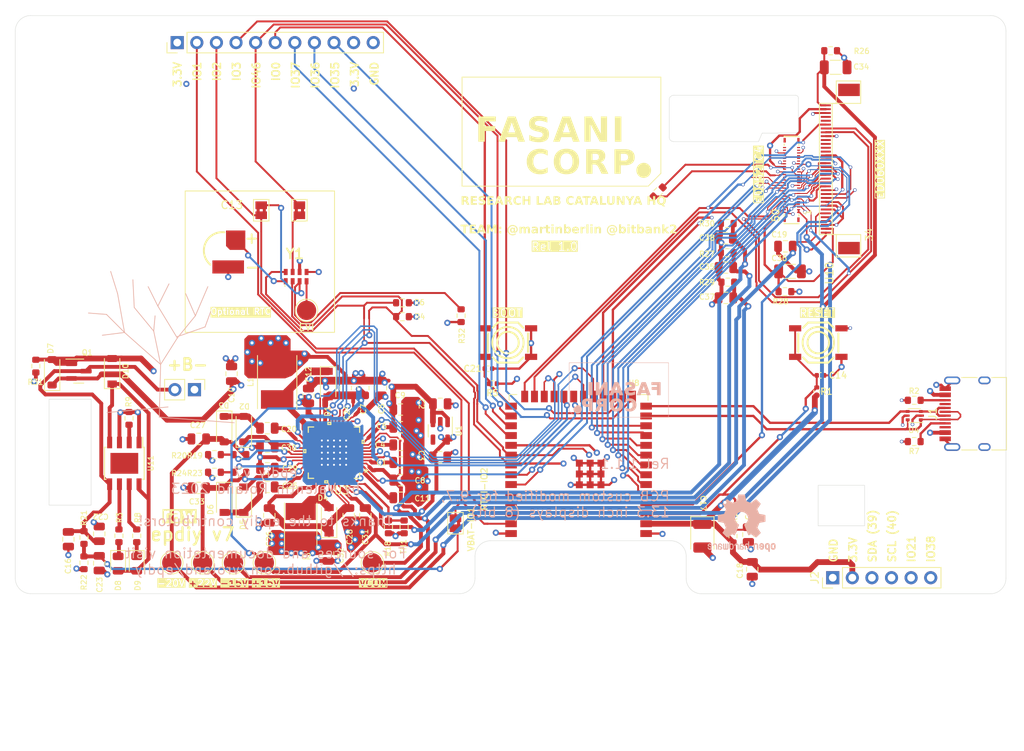
<source format=kicad_pcb>
(kicad_pcb (version 20221018) (generator pcbnew)
  (title_block (title "epdiy v7") (date "2023-08-17") (rev "1.1") (comment 1 "Custom modified by Martin Fasani") (comment 2 "Designed by Valentin Roland"))
  (layers (0 "F.Cu" signal) (1 "In1.Cu" power) (2 "In2.Cu" power) (31 "B.Cu" signal) (34 "B.Paste" user) (35 "F.Paste" user) (36 "B.SilkS" user "B.Silkscreen") (37 "F.SilkS" user "F.Silkscreen") (38 "B.Mask" user) (39 "F.Mask" user) (44 "Edge.Cuts" user))
  (net 0 "")
  (net 1 "GND")
  (net 2 "Net-(U3-INT_LDO)")
  (net 3 "/+22V")
  (net 4 "/-20V")
  (net 5 "/-15V")
  (net 6 "/15V")
  (net 7 "/EN")
  (net 8 "/EP_OE")
  (net 9 "/EP_VCOM")
  (net 10 "/EP_MODE")
  (net 11 "Net-(U3-VREF)")
  (net 12 "VDD_RTC")
  (net 13 "Net-(D2-A)")
  (net 14 "EPD_VDD")
  (net 15 "Net-(U3-VEE_DRV)")
  (net 16 "BAT+")
  (net 17 "VBUS")
  (net 18 "Net-(JP1-B)")
  (net 19 "Net-(D5-K)")
  (net 20 "Net-(U3-VDDH_DRV)")
  (net 21 "Net-(D4-K)")
  (net 22 "Net-(D5-A)")
  (net 23 "Net-(D2-K)")
  (net 24 "/VNEG_IN")
  (net 25 "Net-(D1-K)")
  (net 26 "Net-(D4-A)")
  (net 27 "Net-(D8-K)")
  (net 28 "Net-(D10-K)")
  (net 29 "Net-(D9-K)")
  (net 30 "Net-(J1-CC1)")
  (net 32 "Net-(J1-CC2)")
  (net 33 "/SDA")
  (net 35 "/SCL")
  (net 36 "/TPS_PWR_GOOD")
  (net 37 "/TPS_nINT")
  (net 38 "/EP_SPV")
  (net 39 "/TPS_WAKEUP")
  (net 40 "/TPS_VCOM_CTRL")
  (net 41 "/TPS_PWRUP")
  (net 42 "VIN")
  (net 44 "/XLE")
  (net 45 "3.3V")
  (net 46 "/ESP_USB-")
  (net 47 "/ESP_USB+")
  (net 48 "/GPIO_1")
  (net 49 "/GPIO_2")
  (net 50 "/GPIO_46")
  (net 51 "/GPIO_37")
  (net 52 "/GPIO_36")
  (net 53 "/GPIO_35")
  (net 54 "/RTC_CLK")
  (net 55 "/RTC_INT")
  (net 56 "/IO0")
  (net 57 "/CKV")
  (net 58 "/XCL")
  (net 59 "/D0")
  (net 60 "/D1")
  (net 61 "/D2")
  (net 62 "/D3")
  (net 63 "/D4")
  (net 64 "/D5")
  (net 65 "/D6")
  (net 66 "/D7")
  (net 70 "/XSTL")
  (net 71 "Net-(U11-~{STDBY})")
  (net 72 "Net-(U11-~{CHRG})")
  (net 73 "Net-(U11-PROG)")
  (net 74 "Net-(U3-TS)")
  (net 75 "Net-(U3-VEE_FB)")
  (net 76 "Net-(U3-VDDH_FB)")
  (net 83 "/GPIO_3")
  (net 89 "/BRD")
  (net 94 "/GPIO_21")
  (net 95 "/GPIO_38")
  (net 96 "Net-(Y1-EVI)")
  (net 97 "TX")
  (net 98 "RX")
  (net 106 "/BORDER")
  (net 112 "Net-(CN1-Pad36)")
  (footprint "MountingHole:MountingHole_2.2mm_M2" (layer "F.Cu") (at 181.9 50.28)
    (fp_text reference "H1" hide)
    (fp_text value "MountingHole")
  )
  (footprint "Capacitor_SMD:C_0805_2012Metric" (layer "F.Cu") (at 113.03207 104.89 180)
    (fp_text reference "C3")
    (fp_text value "10uF")
  )
  (footprint "Capacitor_SMD:C_0805_2012Metric" (layer "F.Cu") (at 68.88207 114.84 -90)
    (fp_text reference "C22")
    (fp_text value "100nF")
  )
  (footprint "LED_SMD:LED_0805_2012Metric" (layer "F.Cu") (at 73.74007 118.6895 -90)
    (fp_text reference "D9")
    (fp_text value "LED RED")
  )
  (footprint "Resistor_SMD:R_0603_1608Metric" (layer "F.Cu") (at 71.43207 115.09 -90)
    (fp_text reference "R3")
    (fp_text value "1k")
  )
  (footprint "Resistor_SMD:R_0603_1608Metric" (layer "F.Cu") (at 73.74007 115.09 -90)
    (fp_text reference "R8")
    (fp_text value "1k")
  )
  (footprint "LED_SMD:LED_0805_2012Metric" (layer "F.Cu") (at 71.32707 118.6895 -90)
    (fp_text reference "D8")
    (fp_text value "LED GREEN")
  )
  (footprint "Capacitor_SMD:C_0805_2012Metric" (layer "F.Cu") (at 153.515 119.43 90)
    (fp_text reference "C18")
    (fp_text value "1uF")
  )
  (footprint "Capacitor_SMD:C_0805_2012Metric" (layer "F.Cu") (at 68.88207 118.64 90)
    (fp_text reference "C23")
    (fp_text value "100nF")
  )
  (footprint "Capacitor_SMD:C_0805_2012Metric" (layer "F.Cu") (at 107.94207 110.16 180)
    (fp_text reference "C11")
    (fp_text value "4.7uF")
  )
  (footprint "Capacitor_SMD:C_0805_2012Metric" (layer "F.Cu") (at 157.808333 77.575 180)
    (fp_text reference "C19")
    (fp_text value "10uF")
  )
  (footprint "Capacitor_SMD:C_1206_3216Metric" (layer "F.Cu") (at 164.325 54.375)
    (fp_text reference "C34")
    (fp_text value "1uF/50V")
  )
  (footprint "Capacitor_SMD:C_0805_2012Metric" (layer "F.Cu") (at 150.097 80.33 180)
    (fp_text reference "C35")
    (fp_text value "1uF/25V")
  )
  (footprint "Capacitor_SMD:C_1206_3216Metric" (layer "F.Cu") (at 158.408333 80.82)
    (fp_text reference "C36")
    (fp_text value "1uF/50V")
  )
  (footprint "Capacitor_SMD:C_0805_2012Metric" (layer "F.Cu") (at 150.1 84.257 180)
    (fp_text reference "C37")
    (fp_text value "1uF/25V")
  )
  (footprint "Resistor_SMD:R_0603_1608Metric" (layer "F.Cu") (at 106.36327 113.9366 90)
    (fp_text reference "R18")
    (fp_text value "43k")
  )
  (footprint "Resistor_SMD:R_0603_1608Metric" (layer "F.Cu") (at 163.675 52.225)
    (fp_text reference "R26")
    (fp_text value "47k")
  )
  (footprint "Resistor_SMD:R_0603_1608Metric" (layer "F.Cu") (at 150.275 78.4 180)
    (fp_text reference "R27")
    (fp_text value "47k")
  )
  (footprint "Resistor_SMD:R_0603_1608Metric" (layer "F.Cu") (at 157.75 83.45)
    (fp_text reference "R28")
    (fp_text value "47k")
  )
  (footprint "Resistor_SMD:R_0603_1608Metric" (layer "F.Cu") (at 150.35 82.225 180)
    (fp_text reference "R29")
    (fp_text value "47k")
  )
  (footprint "Resistor_SMD:R_0603_1608Metric" (layer "F.Cu") (at 108.39527 113.9366 -90)
    (fp_text reference "TH1")
    (fp_text value "10k/3380K")
  )
  (footprint "Capacitor_SMD:C_0805_2012Metric" (layer "F.Cu") (at 105.40207 95.936 -90)
    (fp_text reference "C5")
    (fp_text value "4.7uF")
  )
  (footprint "Capacitor_Tantalum_SMD:CP_EIA-3528-15_AVX-H" (layer "F.Cu") (at 147.05 115.075 -90)
    (fp_text reference "C17")
    (fp_text value "100uF")
  )
  (footprint "Capacitor_SMD:C_0805_2012Metric" (layer "F.Cu") (at 107.94207 98.73)
    (fp_text reference "C9")
    (fp_text value "10uF")
  )
  (footprint "Resistor_SMD:R_0603_1608Metric" (layer "F.Cu") (at 87.11407 104.572 180)
    (fp_text reference "R19")
    (fp_text value "1M")
  )
  (footprint "Inductor_SMD:L_Taiyo-Yuden_NR-40xx_HandSoldering" (layer "F.Cu") (at 94.98807 113.843 90)
    (fp_text reference "L2")
    (fp_text value "2.2uH")
  )
  (footprint "Inductor_SMD:L_Taiyo-Yuden_NR-50xx_HandSoldering" (layer "F.Cu") (at 91.94007 95.174 90)
    (fp_text reference "L1")
    (fp_text value "4.7uH")
  )
  (footprint "Resistor_SMD:R_0603_1608Metric" (layer "F.Cu") (at 83.81207 106.858 180)
    (fp_text reference "R24")
    (fp_text value "47.5k")
  )
  (footprint "Resistor_SMD:R_0603_1608Metric" (layer "F.Cu") (at 87.11407 106.858 180)
    (fp_text reference "R23")
    (fp_text value "1M")
  )
  (footprint "Resistor_SMD:R_0603_1608Metric" (layer "F.Cu") (at 83.81207 104.572 180)
    (fp_text reference "R20")
    (fp_text value "52.3k")
  )
  (footprint "Capacitor_SMD:C_0805_2012Metric" (layer "F.Cu") (at 98.54407 117.399 90)
    (fp_text reference "C32")
    (fp_text value "10uF")
  )
  (footprint "Capacitor_SMD:C_0805_2012Metric" (layer "F.Cu") (at 103.37007 112.446 90)
    (fp_text reference "C31")
    (fp_text value "4.7uF")
  )
  (footprint "Capacitor_SMD:C_0805_2012Metric" (layer "F.Cu") (at 90.67007 103.556 180)
    (fp_text reference "C30")
    (fp_text value "100nF")
  )
  (footprint "Capacitor_SMD:C_0805_2012Metric" (layer "F.Cu") (at 90.67007 106.35)
    (fp_text reference "C29")
    (fp_text value "100nF")
  )
  (footprint "Capacitor_SMD:C_0805_2012Metric" (layer "F.Cu") (at 153.015 114.93 -90)
    (fp_text reference "C15")
    (fp_text value "100nF")
  )
  (footprint "epaper-breakout:TPS651851RSLR" (layer "F.Cu") (at 99.30607 104.318 180)
    (fp_text reference "U3")
    (fp_text value "RSL48_4P4X4P4" hide)
  )
  (footprint "Capacitor_SMD:C_0805_2012Metric" (layer "F.Cu") (at 107.94207 107.874 180)
    (fp_text reference "C8")
    (fp_text value "4.7uF")
  )
  (footprint "Capacitor_SMD:C_0805_2012Metric" (layer "F.Cu") (at 96.00407 96.952 90)
    (fp_text reference "C12")
    (fp_text value "10uF")
  )
  (footprint "Capacitor_SMD:C_0805_2012Metric" (layer "F.Cu") (at 107.94207 101.016 180)
    (fp_text reference "C6")
    (fp_text value "22uF")
  )
  (footprint "Diode_SMD:D_SOD-123" (layer "F.Cu") (at 85.08207 110.414 -90)
    (fp_text reference "D6")
    (fp_text value "MBR0540")
  )
  (footprint "Diode_SMD:D_SOD-123" (layer "F.Cu") (at 87.62207 110.414 90)
    (fp_text reference "D5")
    (fp_text value "MBR0540")
  )
  (footprint "Diode_SMD:D_SOD-123" (layer "F.Cu") (at 85.08207 101.27 -90)
    (fp_text reference "D3")
    (fp_text value "MBR0540")
  )
  (footprint "Diode_SMD:D_SOD-123" (layer "F.Cu") (at 87.62207 101.27 90)
    (fp_text reference "D2")
    (fp_text value "MBR0540")
  )
  (footprint "Capacitor_SMD:C_0805_2012Metric" (layer "F.Cu") (at 81.78007 102.54)
    (fp_text reference "C27")
    (fp_text value "2.2uF")
  )
  (footprint "Capacitor_SMD:C_0805_2012Metric" (layer "F.Cu") (at 100.83007 95.936 90)
    (fp_text reference "C24")
    (fp_text value "4.7uF")
  )
  (footprint "Capacitor_SMD:C_0805_2012Metric" (layer "F.Cu") (at 107.94207 105.588)
    (fp_text reference "C1")
    (fp_text value "4.7uF")
  )
  (footprint "Capacitor_SMD:C_0805_2012Metric" (layer "F.Cu") (at 90.67007 101.143)
    (fp_text reference "C20")
    (fp_text value "10nF")
  )
  (footprint "Capacitor_SMD:C_0805_2012Metric" (layer "F.Cu") (at 103.11607 95.936 90)
    (fp_text reference "C7")
    (fp_text value "4.7uF")
  )
  (footprint "Capacitor_SMD:C_0805_2012Metric" (layer "F.Cu") (at 90.67007 108.763)
    (fp_text reference "C25")
    (fp_text value "10nF")
  )
  (footprint "Capacitor_SMD:C_0805_2012Metric" (layer "F.Cu") (at 81.78007 108.89 180)
    (fp_text reference "C33")
    (fp_text value "2.2uF")
  )
  (footprint "Capacitor_SMD:C_0805_2012Metric" (layer "F.Cu") (at 107.94207 103.3147 180)
    (fp_text reference "C4")
    (fp_text value "4.7uF")
  )
  (footprint "Capacitor_SMD:C_0805_2012Metric" (layer "F.Cu") (at 101.21107 112.446 90)
    (fp_text reference "C28")
    (fp_text value "4.7uF")
  )
  (footprint "Diode_SMD:D_SOD-123" (layer "F.Cu") (at 98.67107 113.081 90)
    (fp_text reference "D4")
    (fp_text value "MBR0540")
  )
  (footprint "Capacitor_SMD:C_0805_2012Metric" (layer "F.Cu") (at 113.08207 97.99)
    (fp_text reference "C2")
    (fp_text value "10uF")
  )
  (footprint "Capacitor_SMD:C_0805_2012Metric" (layer "F.Cu") (at 150.05 76.521 180)
    (fp_text reference "C38")
    (fp_text value "1uF/25V")
  )
  (footprint "Resistor_SMD:R_0603_1608Metric" (layer "F.Cu") (at 150.275 74.621 180)
    (fp_text reference "R30")
    (fp_text value "100k")
  )
  (footprint "Diode_SMD:D_SOD-123" (layer "F.Cu") (at 98.54407 95.428 -90)
    (fp_text reference "D1")
    (fp_text value "MBR0540")
  )
  (footprint "Resistor_SMD:R_0603_1608Metric" (layer "F.Cu") (at 66.90307 118.59 -90)
    (fp_text reference "R22")
    (fp_text value "150k")
  )
  (footprint "Resistor_SMD:R_0603_1608Metric" (layer "F.Cu") (at 66.90307 115.316 -90)
    (fp_text reference "R21")
    (fp_text value "680k")
  )
  (footprint "Capacitor_SMD:C_0805_2012Metric" (layer "F.Cu") (at 86.03207 94.09 -90)
    (fp_text reference "C10")
    (fp_text value "22uF")
  )
  (footprint "Capacitor_SMD:C_0805_2012Metric" (layer "F.Cu") (at 90.92407 112.446 90)
    (fp_text reference "C26")
    (fp_text value "4.7uF")
  )
  (footprint "TestPoint:TestPoint_Pad_D2.5mm" (layer "F.Cu") (at 86.28207 118.59)
    (fp_text reference "TP2" hide)
    (fp_text value "-15V" hide)
  )
  (footprint "TestPoint:TestPoint_Pad_D2.5mm" (layer "F.Cu") (at 78.28207 118.59)
    (fp_text reference "TP3" hide)
    (fp_text value "-20V" hide)
  )
  (footprint "TestPoint:TestPoint_Pad_D2.5mm" (layer "F.Cu") (at 90.28207 118.59)
    (fp_text reference "TP4" hide)
    (fp_text value "+15V" hide)
  )
  (footprint "TestPoint:TestPoint_Pad_D2.5mm" (layer "F.Cu") (at 104.28207 118.59)
    (fp_text reference "TP5" hide)
    (fp_text value "VCOM" hide)
  )
  (footprint "MountingHole:MountingHole_2.2mm_M2" (layer "F.Cu") (at 181.9 120.09)
    (fp_text reference "H3" hide)
    (fp_text value "MountingHole")
  )
  (footprint "Resistor_SMD:R_0603_1608Metric" (layer "F.Cu") (at 151.015 115.13 -90)
    (fp_text reference "R10")
    (fp_text value "10k")
  )
  (footprint "Resistor_SMD:R_0603_1608Metric" (layer "F.Cu") (at 108.18207 86.69 180)
    (fp_text reference "R4")
    (fp_text value "10k")
  )
  (footprint "Resistor_SMD:R_0603_1608Metric" (layer "F.Cu") (at 108.18207 84.89 180)
    (fp_text reference "R6")
    (fp_text value "10k")
  )
  (footprint "TestPoint:TestPoint_Pad_D2.5mm" (layer "F.Cu") (at 82.28207 118.59)
    (fp_text reference "TP1" hide)
    (fp_text value "+22V" hide)
  )
  (footprint "epaper-breakout:TP4056_SOP-8-PP" (layer "F.Cu") (at 72.135 105.7 -90)
    (fp_text reference "U11")
    (fp_text value "TP4056")
  )
  (footprint "Diode_SMD:D_SOD-123" (layer "F.Cu") (at 70.55 93.7645 90)
    (fp_text reference "D10")
    (fp_text value "1N5817")
  )
  (footprint "Resistor_SMD:R_0603_1608Metric" (layer "F.Cu") (at 72.745 99.875 -90)
    (fp_text reference "R9")
    (fp_text value "3.83k")
  )
  (footprint "MountingHole:MountingHole_2.2mm_M2" (layer "F.Cu") (at 61.78207 120.09)
    (fp_text reference "H2" hide)
    (fp_text value "MountingHole")
  )
  (footprint "Connector_PinHeader_2.54mm:PinHeader_1x02_P2.54mm_Vertical" (layer "F.Cu") (at 81.225 96.15 -90)
    (fp_text reference "J5" hide)
    (fp_text value "CONN_BAT")
  )
  (footprint "Package_TO_SOT_SMD:SOT-666" (layer "F.Cu") (at 174.51 99.5175 180)
    (fp_text reference "U4")
    (fp_text value "USBLC6-2P6")
  )
  (footprint "footprints:CONN-SMD_50P-P0.35_WP27D-S050VA3" (layer "F.Cu") (at 158.61 68.975 90)
    (fp_text reference "CN1" hide)
    (fp_text value "WP27D-S050VA3-R15000")
  )
  (footprint "footprints:RV3032C7" (layer "F.Cu") (at 94.4 81.5)
    (fp_text reference "Y1")
    (fp_text value "RV-3032-C7" hide)
  )
  (footprint "Package_TO_SOT_SMD:SOT-23" (layer "F.Cu") (at 66.225 93.75)
    (fp_text reference "Q1")
    (fp_text value "AO3401A")
  )
  (footprint "TestPoint:TestPoint_Pad_D2.5mm" (layer "F.Cu") (at 95.75 85.875)
    (fp_text reference "TP6" hide)
    (fp_text value "EVI")
  )
  (footprint "Jumper:SolderJumper-2_P1.3mm_Bridged2Bar_Pad1.0x1.5mm" (layer "F.Cu") (at 115.05407 113.462 -90)
    (fp_text reference "JP1" hide)
    (fp_text value "VBAT_GPIO1")
  )
  (footprint "footprints:C9900013866_SUPERCAP-TH_XH414HG" (layer "F.Cu") (at 86.062656 78.237)
    (fp_text reference "C13")
    (fp_text value "superCAP")
  )
  (footprint "Resistor_SMD:R_0603_1608Metric" (layer "F.Cu") (at 174.51 102.88 180)
    (fp_text reference "R7")
    (fp_text value "5.1k")
  )
  (footprint "Resistor_SMD:R_0603_1608Metric" (layer "F.Cu") (at 60.665 93.1 -90)
    (fp_text reference "R31")
    (fp_text value "100k")
  )
  (footprint "Package_TO_SOT_SMD:TSOT-23-5" (layer "F.Cu") (at 113.08207 101.49 -90)
    (fp_text reference "U1")
    (fp_text value "RT9080-33GJ5")
  )
  (footprint "Jumper:SolderJumper-2_P1.3mm_Bridged2Bar_Pad1.0x1.5mm" (layer "F.Cu") (at 89.875 72.9 -90)
    (fp_text reference "JP2" hide)
    (fp_text value "RTCINT_GPIO2")
  )
  (footprint "Capacitor_SMD:C_0402_1005Metric" (layer "F.Cu") (at 162.355 94.3 180)
    (fp_text reference "C14")
    (fp_text value "1uF")
  )
  (footprint "footprints:C2845289_SW-SMD_4P-L5.2-W5.2-P3.70-LS6.4" (layer "F.Cu") (at 121.85 90.05)
    (fp_text reference "SW2" hide)
    (fp_text value "TC-0522C-1.7-160G")
  )
  (footprint "Resistor_SMD:R_0603_1608Metric" (layer "F.Cu") (at 115.78207 86.565 -90)
    (fp_text reference "R32")
    (fp_text value "10k")
  )
  (footprint "Capacitor_SMD:C_0805_2012Metric" (layer "F.Cu") (at 64.88207 115.54 90)
    (fp_text reference "C16")
    (fp_text value "10uF")
  )
  (footprint "Resistor_SMD:R_0603_1608Metric" (layer "F.Cu") (at 174.51 97.53 180)
    (fp_text reference "R2")
    (fp_text value "5.1k")
  )
  (footprint "Espressif:ESP32-S3-WROOM-1" (layer "F.Cu") (at 131.00707 106.54 180)
    (fp_text reference "U8")
    (fp_text value "ESP32-S3-WROOM-1")
  )
  (footprint "footprints:C2845289_SW-SMD_4P-L5.2-W5.2-P3.70-LS6.4" (layer "F.Cu") (at 162.075 90.05)
    (fp_text reference "SW1" hide)
    (fp_text value "TC-0522C-1.7-160G")
  )
  (footprint "Resistor_SMD:R_0402_1005Metric" (layer "F.Cu") (at 119.9 95.375)
    (fp_text reference "R5")
    (fp_text value "10k")
  )
  (footprint "Resistor_SMD:R_0402_1005Metric" (layer "F.Cu") (at 161.875 96.375 -90)
    (fp_text reference "R1")
    (fp_text value "10k")
  )
  (footprint "Jumper:SolderJumper-2_P1.3mm_Bridged2Bar_Pad1.0x1.5mm" (layer "F.Cu") (at 94.825 72.9 90)
    (fp_text reference "JP3" hide)
    (fp_text value "RTCCLK_GPIO1")
  )
  (footprint "MountingHole:MountingHole_2.2mm_M2" (layer "F.Cu") (at 61.78207 50.28)
    (fp_text reference "H4" hide)
    (fp_text value "MountingHole")
  )
  (footprint "Resistor_SMD:R_0603_1608Metric" (layer "F.Cu") (at 141.325 70.525 45)
    (fp_text reference "R11" hide)
    (fp_text value "10K")
  )
  (footprint "Connector_USB:USB_C_Receptacle_HRO_TYPE-C-31-M-12" (layer "F.Cu") (at 182.56 99.27 90)
    (fp_text reference "J1")
    (fp_text value "USB_C_Receptacle_USB2.0")
  )
  (footprint "Diode_SMD:D_SOD-123" (layer "F.Cu") (at 62.775 93.9 90)
    (fp_text reference "D7")
    (fp_text value "MBR0540")
  )
  (footprint "Connector_PinHeader_2.54mm:PinHeader_1x11_P2.54mm_Vertical" (layer "F.Cu") (at 78.99 51.17 90)
    (fp_text reference "J7" hide)
    (fp_text value "ESP_HDR")
  )
  (footprint "Connector_PinHeader_2.54mm:PinHeader_1x06_P2.54mm_Vertical" (layer "F.Cu") (at 163.945 120.525 90)
    (fp_text reference "J2")
    (fp_text value "EXTENSION_HEADER")
  )
  (footprint "Capacitor_SMD:C_0402_1005Metric" (layer "F.Cu") (at 119.325 93.425)
    (fp_text reference "C21")
    (fp_text value "22pF")
  )
  (footprint "footprints:X05A20H34G" (layer "F.Cu") (at 163.05 67.55 90)
    (fp_text reference "U10")
    (fp_text value "ED060XC5")
  )
  (footprint "Symbol:OSHW-Logo2_9.8x8mm_SilkScreen" (layer "B.Cu") (at 152.13807 113.462 180)
    (fp_text reference "REF**" hide)
    (fp_text value "OSHW-Logo2_9.8x8mm_SilkScreen" hide)
  )
  (gr_line (start 78.999998 89.460006) (end 76.48 85.32001) (stroke (width 0.1)) (layer "B.SilkS"))
  (gr_poly (pts (xy 134.621076 98.922695) (xy 134.209904 98.922695) (xy 134.209904 98.319283) (xy 134.093494 98.319283) (xy 134.080587 98.31947) (xy 134.068029 98.320034) (xy 134.055823 98.320972) (xy 134.043966 98.322287) (xy 134.032461 98.323976) (xy 134.021305 98.326042) (xy 134.0105 98.328482) (xy 134.000046 98.331298) (xy 133.989942 98.33449) (xy 133.980188 98.338057) (xy 133.970785 98.341999) (xy 133.961732 98.346317) (xy 133.953029 98.35101) (xy 133.944678 98.356079) (xy 133.936676 98.361522) (xy 133.929025 98.367342) (xy 133.921441 98.373471) (xy 133.913906 98.380108) (xy 133.906422 98.387255) (xy 133.898988 98.39491) (xy 133.891604 98.403075) (xy 133.88427 98.411749) (xy 133.876986 98.420931) (xy 133.869752 98.430622) (xy 133.862568 98.440822) (xy 133.855434 98.451532) (xy 133.848351 98.46275) (xy 133.841317 98.474476) (xy 133.834333 98.486712) (xy 133.8274 98.499457) (xy 133.820516 98.51271) (xy 133.813683 98.526473) (xy 133.619311 98.922695) (xy 133.181439 98.922695) (xy 133.404647 98.469869) (xy 133.420199 98.439681) (xy 133.435885 98.411062) (xy 133.451705 98.384012) (xy 133.459664 98.371075) (xy 133.467657 98.358531) (xy 133.475684 98.346378) (xy 133.483744 98.334618) (xy 133.491837 98.32325) (xy 133.499964 98.312274) (xy 133.508124 98.30169) (xy 133.516317 98.291499) (xy 133.524544 98.281699) (xy 133.532804 98.272292) (xy 133.541056 98.263285) (xy 133.549525 98.254687) (xy 133.55821 98.246497) (xy 133.567113 98.238717) (xy 133.576233 98.231345) (xy 133.585569 98.224383) (xy 133.595122 98.217829) (xy 133.604893 98.211684) (xy 133.61488 98.205948) (xy 133.625084 98.20062) (xy 133.635505 98.195702) (xy 133.646143 98.191192) (xy 133.656998 98.187091) (xy 133.66807 98.183399) (xy 133.679359 98.180116) (xy 133.690865 98.177242) (xy 133.653749 98.16438) (xy 133.619027 98.149824) (xy 133.586699 98.133575) (xy 133.556767 98.115632) (xy 133.542699 98.106026) (xy 133.529229 98.095996) (xy 133.516358 98.085542) (xy 133.504085 98.074666) (xy 133.492412 98.063365) (xy 133.481337 98.051642) (xy 133.47086 98.039495) (xy 133.460982 98.026924) (xy 133.451703 98.01393) (xy 133.443023 98.000513) (xy 133.434941 97.986672) (xy 133.427458 97.972408) (xy 133.420573 97.95772) (xy 133.414288 97.942609) (xy 133.4086 97.927075) (xy 133.403512 97.911117) (xy 133.395131 97.87793) (xy 133.389144 97.84305) (xy 133.387772 97.829079) (xy 133.795527 97.829079) (xy 133.795739 97.842079) (xy 133.796378 97.854644) (xy 133.797441 97.866776) (xy 133.798931 97.878474) (xy 133.800846 97.889738) (xy 133.803186 97.900568) (xy 133.805952 97.910964) (xy 133.809143 97.920926) (xy 133.81276 97.930454) (xy 133.816803 97.939549) (xy 133.821271 97.948209) (xy 133.826164 97.956436) (xy 133.831483 97.964229) (xy 133.837228 97.971588) (xy 133.843398 97.978514) (xy 133.849994 97.985005) (xy 133.856981 97.991084) (xy 133.864595 97.99677) (xy 133.872834 98.002065) (xy 133.881699 98.006967) (xy 133.89119 98.011476) (xy 133.901307 98.015594) (xy 133.912049 98.019319) (xy 133.923417 98.022653) (xy 133.935411 98.025594) (xy 133.948031 98.028142) (xy 133.961276 98.030299) (xy 133.975148 98.032064) (xy 133.989645 98.033436) (xy 134.004767 98.034416) (xy 134.020516 98.035005) (xy 134.03689 98.035201) (xy 134.209903 98.035201) (xy 134.209903 97.626167) (xy 134.03689 97.626167) (xy 134.021659 97.626347) (xy 134.006937 97.626885) (xy 133.992723 97.627782) (xy 133.979019 97.629038) (xy 133.965824 97.630652) (xy 133.953137 97.632625) (xy 133.94096 97.634957) (xy 133.929291 97.637648) (xy 133.918132 97.640698) (xy 133.907481 97.644106) (xy 133.89734 97.647873) (xy 133.887707 97.651999) (xy 133.878583 97.656484) (xy 133.869968 97.661327) (xy 133.861863 97.666529) (xy 133.854266 97.67209) (xy 133.847153 97.67796) (xy 133.840499 97.684355) (xy 133.834304 97.691275) (xy 133.828568 97.698722) (xy 133.82329 97.706694) (xy 133.818472 97.715192) (xy 133.814112 97.724215) (xy 133.810212 97.733765) (xy 133.80677 97.74384) (xy 133.803787 97.754441) (xy 133.801263 97.765567) (xy 133.799198 97.777219) (xy 133.797592 97.789397) (xy 133.796445 97.802101) (xy 133.795756 97.81533) (xy 133.795527 97.829085) (xy 133.795527 97.829079) (xy 133.387772 97.829079) (xy 133.385552 97.806476) (xy 133.384355 97.768208) (xy 133.384355 97.768202) (xy 133.384472 97.755358) (xy 133.384822 97.742722) (xy 133.385407 97.730294) (xy 133.386224 97.718075) (xy 133.387275 97.706065) (xy 133.38856 97.694263) (xy 133.390079 97.682669) (xy 133.391831 97.671285) (xy 133.393817 97.660108) (xy 133.396036 97.649141) (xy 133.398489 97.638382) (xy 133.401176 97.627831) (xy 133.404096 97.61749) (xy 133.40725 97.607356) (xy 133.410638 97.597431) (xy 133.414259 97.587715) (xy 133.418017 97.578042) (xy 133.422085 97.56851) (xy 133.426461 97.559119) (xy 133.431146 97.549871) (xy 133.43614 97.540764) (xy 133.441442 97.531799) (xy 133.447053 97.522976) (xy 133.452973 97.514295) (xy 133.459202 97.505755) (xy 133.465739 97.497357) (xy 133.472585 97.489101) (xy 133.479739 97.480987) (xy 133.487203 97.473014) (xy 133.494975 97.465183) (xy 133.503055 97.457494) (xy 133.511445 97.449947) (xy 133.520193 97.442583) (xy 133.52935 97.435445) (xy 133.538916 97.428532) (xy 133.548891 97.421844) (xy 133.559274 97.415382) (xy 133.570067 97.409146) (xy 133.581268 97.403134) (xy 133.592878 97.397348) (xy 133.604897 97.391787) (xy 133.617325 97.386452) (xy 133.630162 97.381342) (xy 133.643407 97.376457) (xy 133.657061 97.371797) (xy 133.671124 97.367363) (xy 133.685596 97.363153) (xy 133.700477 97.359169) (xy 133.731449 97.35191) (xy 133.764022 97.345619) (xy 133.798198 97.340296) (xy 133.833975 97.335941) (xy 133.871354 97.332554) (xy 133.910335 97.330135) (xy 133.950919 97.328684) (xy 133.993104 97.3282) (xy 134.621076 97.3282)) (stroke (width 0.058916)) (fill solid) (layer "B.SilkS"))
  (gr_poly (pts (xy 133.667609 96.329897) (xy 134.262689 95.20768) (xy 134.733931 95.20768) (xy 134.733931 96.843874) (xy 134.333924 96.843874) (xy 134.333924 95.721657) (xy 133.738844 96.843874) (xy 133.267601 96.843874) (xy 133.267601 95.20768) (xy 133.667609 95.20768)) (stroke (width 0.058916)) (fill solid) (layer "B.SilkS"))
  (gr_line (start 81.339996 86.580009) (end 82.959994 82.800012) (stroke (width 0.1)) (layer "B.SilkS"))
  (gr_line (start 71.260005 83.700011) (end 70.360006 80.820014) (stroke (width 0.1)) (layer "B.SilkS"))
  (gr_line (start 75.940001 88.560007) (end 73.420003 85.50001) (stroke (width 0.1)) (layer "B.SilkS"))
  (gr_poly (pts (xy 135.946639 97.300228) (xy 135.992637 97.302794) (xy 136.03735 97.30707) (xy 136.080779 97.313057) (xy 136.122922 97.320754) (xy 136.163781 97.330161) (xy 136.203355 97.341279) (xy 136.241643 97.354107) (xy 136.278647 97.368646) (xy 136.314366 97.384895) (xy 136.3488 97.402854) (xy 136.381949 97.422524) (xy 136.413813 97.443904) (xy 136.444393 97.466994) (xy 136.473687 97.491795) (xy 136.501696 97.518306) (xy 136.528079 97.546215) (xy 136.552759 97.575476) (xy 136.575738 97.606089) (xy 136.597014 97.638053) (xy 136.616588 97.671368) (xy 136.63446 97.706036) (xy 136.65063 97.742055) (xy 136.665097 97.779425) (xy 136.677863 97.818148) (xy 136.688927 97.858222) (xy 136.698288 97.899647) (xy 136.705948 97.942425) (xy 136.711905 97.986554) (xy 136.71616 98.032035) (xy 136.718713 98.078868) (xy 136.719565 98.127052) (xy 136.718713 98.175237) (xy 136.71616 98.22207) (xy 136.711905 98.267551) (xy 136.705948 98.31168) (xy 136.698288 98.354458) (xy 136.688927 98.395883) (xy 136.677863 98.435957) (xy 136.665097 98.47468) (xy 136.65063 98.51205) (xy 136.63446 98.548069) (xy 136.616588 98.582737) (xy 136.597014 98.616052) (xy 136.575738 98.648016) (xy 136.552759 98.678629) (xy 136.528079 98.70789) (xy 136.501696 98.735799) (xy 136.473687 98.762181) (xy 136.444393 98.786861) (xy 136.413813 98.80984) (xy 136.381949 98.831116) (xy 136.3488 98.850689) (xy 136.314366 98.868561) (xy 136.278647 98.884731) (xy 136.241643 98.899198) (xy 136.203355 98.911964) (xy 136.163781 98.923027) (xy 136.122922 98.932388) (xy 136.080779 98.940048) (xy 136.03735 98.946005) (xy 135.992637 98.95026) (xy 135.946639 98.952813) (xy 135.899356 98.953664) (xy 135.852077 98.952813) (xy 135.806091 98.95026) (xy 135.761399 98.946005) (xy 135.718 98.940048) (xy 135.675894 98.932388) (xy 135.635081 98.923027) (xy 135.595562 98.911964) (xy 135.557335 98.899198) (xy 135.520402 98.884731) (xy 135.484763 98.868561) (xy 135.450416 98.850689) (xy 135.417363 98.831116) (xy 135.385603 98.80984) (xy 135.355137 98.786861) (xy 135.325963 98.762181) (xy 135.298083 98.735799) (xy 135.271571 98.70789) (xy 135.24677 98.678629) (xy 135.223679 98.648016) (xy 135.202299 98.616052) (xy 135.182629 98.582737) (xy 135.164669 98.548069) (xy 135.14842 98.51205) (xy 135.133881 98.47468) (xy 135.121053 98.435957) (xy 135.109935 98.395883) (xy 135.100528 98.354458) (xy 135.092831 98.31168) (xy 135.086844 98.267551) (xy 135.082568 98.22207) (xy 135.080002 98.175237) (xy 135.079147 98.127052) (xy 135.079147 98.127046) (xy 135.503135 98.127046) (xy 135.503502 98.155815) (xy 135.504604 98.183917) (xy 135.506439 98.211351) (xy 135.509009 98.238117) (xy 135.512313 98.264217) (xy 135.516351 98.289648) (xy 135.521124 98.314412) (xy 135.526631 98.338509) (xy 135.52663 98.338503) (xy 135.529659 98.350167) (xy 135.532871 98.361664) (xy 135.536267 98.372994) (xy 135.539846 98.384158) (xy 135.543609 98.395154) (xy 135.547556 98.405984) (xy 135.551686 98.416648) (xy 135.556 98.427144) (xy 135.560497 98.437474) (xy 135.565178 98.447636) (xy 135.570042 98.457632) (xy 135.57509 98.467462) (xy 135.580321 98.477124) (xy 135.585736 98.48662) (xy 135.591334 98.495948) (xy 135.597117 98.50511) (xy 135.603107 98.51393) (xy 135.609331 98.522499) (xy 135.615789 98.530818) (xy 135.622481 98.538886) (xy 135.629406 98.546705) (xy 135.636565 98.554272) (xy 135.643957 98.56159) (xy 135.651583 98.568657) (xy 135.659443 98.575474) (xy 135.667536 98.58204) (xy 135.675863 98.588357) (xy 135.684424 98.594422) (xy 135.693218 98.600238) (xy 135.702246 98.605803) (xy 135.711507 98.611118) (xy 135.721002 98.616182) (xy 135.73071 98.620967) (xy 135.740609 98.625443) (xy 135.750701 98.629611) (xy 135.760984 98.63347) (xy 135.77146 98.63702) (xy 135.782127 98.640261) (xy 135.792986 98.643194) (xy 135.804037 98.645818) (xy 135.81528 98.648133) (xy 135.826715 98.65014) (xy 135.838342 98.651837) (xy 135.850161 98.653227) (xy 135.862171 98.654307) (xy 135.874374 98.655079) (xy 135.886768 98.655542) (xy 135.899354 98.655696) (xy 135.923667 98.655133) (xy 135.947213 98.653443) (xy 135.969991 98.650628) (xy 135.992002 98.646685) (xy 136.013244 98.641616) (xy 136.03372 98.635421) (xy 136.043669 98.631901) (xy 136.053427 98.6281) (xy 136.062993 98.624017) (xy 136.072367 98.619652) (xy 136.081549 98.615006) (xy 136.09054 98.610078) (xy 136.099338 98.604868) (xy 136.107944 98.599377) (xy 136.116359 98.593604) (xy 136.124581 98.58755) (xy 136.132612 98.581214) (xy 136.140451 98.574597) (xy 136.148098 98.567697) (xy 136.155553 98.560517) (xy 136.162816 98.553054) (xy 136.169887 98.545311) (xy 136.183454 98.528978) (xy 136.196253 98.511519) (xy 136.208151 98.493121) (xy 136.219281 98.473973) (xy 136.229644 98.454074) (xy 136.239239 98.433423) (xy 136.248067 98.412022) (xy 136.256127 98.38987) (xy 136.263419 98.366967) (xy 136.269944 98.343313) (xy 136.275701 98.318908) (xy 136.28069 98.293752) (xy 136.284912 98.267845) (xy 136.288366 98.241188) (xy 136.291053 98.213779) (xy 136.292972 98.185619) (xy 136.294123 98.156708) (xy 136.294507 98.127046) (xy 136.293873 98.088434) (xy 136.291971 98.051089) (xy 136.290544 98.032892) (xy 136.2888 98.015011) (xy 136.286739 97.997448) (xy 136.284362 97.980202) (xy 136.281667 97.963273) (xy 136.278655 97.94666) (xy 136.275325 97.930365) (xy 136.271679 97.914387) (xy 136.267716 97.898726) (xy 136.263436 97.883382) (xy 136.258839 97.868355) (xy 136.253924 97.853645) (xy 136.248659 97.839278) (xy 136.243011 97.825277) (xy 136.236978 97.811644) (xy 136.230562 97.798377) (xy 136.223762 97.785478) (xy 136.216578 97.772946) (xy 136.209011 97.760781) (xy 136.201059 97.748983) (xy 136.192724 97.737552) (xy 136.184005 97.726489) (xy 136.174902 97.715792) (xy 136.165416 97.705463) (xy 136.155545 97.695501) (xy 136.145291 97.685906) (xy 136.134653 97.676678) (xy 136.123631 97.667818) (xy 136.112117 97.659282) (xy 136.100269 97.651297) (xy 136.088087 97.643863) (xy 136.075572 97.63698) (xy 136.062723 97.630647) (xy 136.04954 97.624864) (xy 136.036023 97.619633) (xy 136.022173 97.614951) (xy 136.007989 97.610821) (xy 135.993471 97.607241) (xy 135.978619 97.604212) (xy 135.963434 97.601734) (xy 135.947915 97.599807) (xy 135.932062 97.59843) (xy 135.915875 97.597604) (xy 135.899355 97.597328) (xy 135.886769 97.597483) (xy 135.874374 97.597946) (xy 135.862172 97.598718) (xy 135.850161 97.599798) (xy 135.838343 97.601187) (xy 135.826716 97.602885) (xy 135.815281 97.604892) (xy 135.804038 97.607207) (xy 135.792987 97.609831) (xy 135.782128 97.612764) (xy 135.77146 97.616005) (xy 135.760985 97.619555) (xy 135.750702 97.623414) (xy 135.74061 97.627581) (xy 135.73071 97.632058) (xy 135.721003 97.636842) (xy 135.711508 97.641912) (xy 135.702246 97.64724) (xy 135.693219 97.652827) (xy 135.684424 97.658672) (xy 135.675864 97.664776) (xy 135.667537 97.671138) (xy 135.659444 97.677759) (xy 135.651584 97.684638) (xy 135.643958 97.691776) (xy 135.636566 97.699173) (xy 135.629407 97.706828) (xy 135.622482 97.714742) (xy 135.61579 97.722914) (xy 135.609332 97.731345) (xy 135.603108 97.740034) (xy 135.597117 97.748982) (xy 135.591335 97.758018) (xy 135.585737 97.767237) (xy 135.580322 97.77664) (xy 135.57509 97.786226) (xy 135.570043 97.795996) (xy 135.565178 97.80595) (xy 135.560498 97.816087) (xy 135.556 97.826408) (xy 135.551687 97.836912) (xy 135.547557 97.8476) (xy 135.539847 97.869527) (xy 135.532872 97.892189) (xy 135.526631 97.915584) (xy 135.521124 97.93968) (xy 135.516351 97.964444) (xy 135.512313 97.989876) (xy 135.509009 98.015975) (xy 135.506439 98.042742) (xy 135.504604 98.070176) (xy 135.503502 98.098278) (xy 135.503135 98.127046) (xy 135.079147 98.127046) (xy 135.079998 98.078739) (xy 135.082551 98.031786) (xy 135.086806 97.986192) (xy 135.092764 97.941959) (xy 135.100423 97.899086) (xy 135.109785 97.857572) (xy 135.120848 97.817419) (xy 135.133614 97.778626) (xy 135.148082 97.741192) (xy 135.164252 97.705119) (xy 135.182124 97.670405) (xy 135.201698 97.637052) (xy 135.222974 97.605058) (xy 135.245952 97.574425) (xy 135.270633 97.545152) (xy 135.297015 97.517238) (xy 135.324899 97.490856) (xy 135.354085 97.466175) (xy 135.384573 97.443197) (xy 135.416362 97.421921) (xy 135.449453 97.402347) (xy 135.483845 97.384476) (xy 135.519539 97.368306) (xy 135.556534 97.353839) (xy 135.594831 97.341073) (xy 135.63443 97.33001) (xy 135.67533 97.320648) (xy 135.717532 97.312989) (xy 135.761036 97.307032) (xy 135.805841 97.302777) (xy 135.851948 97.300224) (xy 135.899356 97.299373)) (stroke (width 0.058916)) (fill solid) (layer "B.SilkS"))
  (gr_line (start 82.599995 88.020007) (end 83.319994 86.040009) (stroke (width 0.1)) (layer "B.SilkS"))
  (gr_line (start 72.160004 88.740007) (end 71.260005 83.700011) (stroke (width 0.1)) (layer "B.SilkS"))
  (gr_line (start 78.999998 89.280006) (end 82.599995 88.020007) (stroke (width 0.1)) (layer "B.SilkS"))
  (gr_line (start 76.66 99.719996) (end 76.84 92.880003) (stroke (width 0.1)) (layer "B.SilkS"))
  (gr_line (start 72.160004 88.740007) (end 69.280007 89.100006) (stroke (width 0.1)) (layer "B.SilkS"))
  (gr_line (start 142.662071 92.66) (end 142.662071 99.72607) (stroke (width 0.052916)) (layer "B.SilkS"))
  (gr_line (start 73.420003 85.50001) (end 73.240003 81.900013) (stroke (width 0.1)) (layer "B.SilkS"))
  (gr_line (start 76.84 92.880003) (end 72.160004 88.740007) (stroke (width 0.1)) (layer "B.SilkS"))
  (gr_poly (pts (xy 140.302313 96.843874) (xy 139.878195 96.843874) (xy 139.774083 96.545785) (xy 139.114344 96.545785) (xy 139.011329 96.843874) (xy 138.587211 96.843874) (xy 138.810063 96.242214) (xy 139.220648 96.242214) (xy 139.668876 96.242214) (xy 139.444214 95.591244) (xy 139.220648 96.242214) (xy 138.810063 96.242214) (xy 139.19325 95.20768) (xy 139.696273 95.20768)) (stroke (width 0.058916)) (fill solid) (layer "B.SilkS"))
  (gr_line (start 129.78207 98.894521) (end 129.78207 92.66) (stroke (width 0.052916)) (layer "B.SilkS"))
  (gr_line (start 81.339996 86.580009) (end 80.079997 83.700011) (stroke (width 0.1)) (layer "B.SilkS"))
  (gr_poly (pts (xy 141.610849 96.843874) (xy 141.188923 96.843874) (xy 141.188923 96.150161) (xy 140.514937 96.150161) (xy 140.514937 95.831252) (xy 141.188923 95.831252) (xy 141.188923 95.526589) (xy 140.472197 95.526589) (xy 140.472197 95.20768) (xy 141.610849 95.20768)) (stroke (width 0.058916)) (fill solid) (layer "B.SilkS"))
  (gr_poly (pts (xy 136.76029 96.843874) (xy 136.336172 96.843874) (xy 136.232061 96.545785) (xy 135.572322 96.545785) (xy 135.469306 96.843874) (xy 135.045188 96.843874) (xy 135.26804 96.242214) (xy 135.678625 96.242214) (xy 136.126853 96.242214) (xy 135.902191 95.591244) (xy 135.678625 96.242214) (xy 135.26804 96.242214) (xy 135.651227 95.20768) (xy 136.154251 95.20768)) (stroke (width 0.058916)) (fill solid) (layer "B.SilkS"))
  (gr_poly (pts (xy 130.915137 98.211519) (xy 130.939307 98.213404) (xy 130.963126 98.216509) (xy 130.986564 98.220802) (xy 131.00959 98.226252) (xy 131.032176 98.23283) (xy 131.05429 98.240505) (xy 131.075903 98.249245) (xy 131.096986 98.25902) (xy 131.117507 98.2698) (xy 131.137439 98.281554) (xy 131.156749 98.294251) (xy 131.175409 98.307861) (xy 131.193389 98.322353) (xy 131.210658 98.337695) (xy 131.227187 98.353858) (xy 131.242947 98.370811) (xy 131.257906 98.388523) (xy 131.272035 98.406964) (xy 131.285304 98.426103) (xy 131.297684 98.445908) (xy 131.309144 98.46635) (xy 131.319655 98.487398) (xy 131.329186 98.509021) (xy 131.337708 98.531189) (xy 131.34519 98.55387) (xy 131.351604 98.577035) (xy 131.356918 98.600652) (xy 131.361104 98.624691) (xy 131.364131 98.649121) (xy 131.365969 98.673911) (xy 131.366588 98.699031) (xy 131.365969 98.724151) (xy 131.364131 98.748942) (xy 131.361104 98.773372) (xy 131.356918 98.797411) (xy 131.351604 98.821028) (xy 131.34519 98.844192) (xy 131.337707 98.866873) (xy 131.329185 98.889041) (xy 131.319654 98.910664) (xy 131.309143 98.931712) (xy 131.297683 98.952154) (xy 131.285303 98.97196) (xy 131.272034 98.991098) (xy 131.257905 99.009539) (xy 131.242945 99.027251) (xy 131.227186 99.044204) (xy 131.210657 99.060367) (xy 131.193387 99.07571) (xy 131.175408 99.090201) (xy 131.156747 99.103811) (xy 131.137437 99.116508) (xy 131.117506 99.128262) (xy 131.096984 99.139042) (xy 131.075901 99.148818) (xy 131.054288 99.157558) (xy 131.032173 99.165232) (xy 131.009588 99.17181) (xy 130.986561 99.177261) (xy 130.963123 99.181554) (xy 130.939304 99.184658) (xy 130.915133 99.186543) (xy 130.890641 99.187178) (xy 130.866149 99.186543) (xy 130.841979 99.184658) (xy 130.81816 99.181554) (xy 130.794722 99.177261) (xy 130.771696 99.17181) (xy 130.74911 99.165232) (xy 130.726996 99.157558) (xy 130.705383 99.148818) (xy 130.6843 99.139042) (xy 130.663778 99.128262) (xy 130.643847 99.116508) (xy 130.624537 99.103811) (xy 130.605877 99.090201) (xy 130.587897 99.07571) (xy 130.570628 99.060367) (xy 130.554098 99.044204) (xy 130.538339 99.027251) (xy 130.52338 99.009539) (xy 130.509251 98.991098) (xy 130.495981 98.97196) (xy 130.483602 98.952154) (xy 130.472142 98.931712) (xy 130.461631 98.910664) (xy 130.4521 98.889041) (xy 130.443578 98.866873) (xy 130.436095 98.844192) (xy 130.429682 98.821028) (xy 130.424367 98.797411) (xy 130.420182 98.773372) (xy 130.417155 98.748942) (xy 130.415317 98.724151) (xy 130.414698 98.699031) (xy 130.415317 98.673911) (xy 130.417155 98.649121) (xy 130.420182 98.624691) (xy 130.424368 98.600652) (xy 130.429682 98.577035) (xy 130.436096 98.55387) (xy 130.443579 98.531189) (xy 130.452101 98.509021) (xy 130.461632 98.487398) (xy 130.472143 98.46635) (xy 130.483603 98.445908) (xy 130.495983 98.426103) (xy 130.509252 98.406964) (xy 130.523381 98.388523) (xy 130.538341 98.370811) (xy 130.5541 98.353858) (xy 130.570629 98.337695) (xy 130.587899 98.322353) (xy 130.605878 98.307861) (xy 130.624539 98.294251) (xy 130.643849 98.281554) (xy 130.66378 98.2698) (xy 130.684302 98.25902) (xy 130.705385 98.249245) (xy 130.726998 98.240505) (xy 130.749113 98.23283) (xy 130.771698 98.226252) (xy 130.794725 98.220802) (xy 130.818163 98.216509) (xy 130.841982 98.213404) (xy 130.866152 98.211519) (xy 130.890645 98.210884)) (stroke (width 0.117564)) (fill solid) (layer "B.SilkS"))
  (gr_poly (pts (xy 137.657563 97.300241) (xy 137.705768 97.302844) (xy 137.752647 97.307183) (xy 137.798198 97.313257) (xy 137.842424 97.321067) (xy 137.885322 97.330612) (xy 137.926894 97.341892) (xy 137.96714 97.354908) (xy 138.006058 97.36966) (xy 138.04365 97.386146) (xy 138.079916 97.404369) (xy 138.114855 97.424326) (xy 138.148467 97.446019) (xy 138.180752 97.469448) (xy 138.211711 97.494611) (xy 138.241343 97.52151) (xy 138.269278 97.549907) (xy 138.29541 97.579564) (xy 138.31974 97.610481) (xy 138.342268 97.642658) (xy 138.362993 97.676094) (xy 138.381916 97.710791) (xy 138.399038 97.746747) (xy 138.414356 97.783964) (xy 138.427873 97.82244) (xy 138.439587 97.862177) (xy 138.4495 97.903173) (xy 138.45761 97.945429) (xy 138.463917 97.988945) (xy 138.468423 98.033721) (xy 138.471126 98.079757) (xy 138.472027 98.127052) (xy 138.471122 98.174348) (xy 138.468406 98.220384) (xy 138.46388 98.26516) (xy 138.457543 98.308676) (xy 138.449395 98.350932) (xy 138.439437 98.391928) (xy 138.427669 98.431665) (xy 138.414089 98.470141) (xy 138.3987 98.507357) (xy 138.381499 98.543314) (xy 138.362488 98.578011) (xy 138.341667 98.611447) (xy 138.319035 98.643624) (xy 138.294593 98.674541) (xy 138.26834 98.704198) (xy 138.240276 98.732594) (xy 138.210648 98.759365) (xy 138.179701 98.784408) (xy 138.147437 98.807724) (xy 138.113854 98.829313) (xy 138.078952 98.849175) (xy 138.042733 98.867309) (xy 138.005195 98.883717) (xy 137.966339 98.898397) (xy 137.926164 98.91135) (xy 137.884672 98.922576) (xy 137.841861 98.932075) (xy 137.797732 98.939847) (xy 137.752284 98.945892) (xy 137.705518 98.95021) (xy 137.657434 98.9528) (xy 137.608032 98.953664) (xy 137.575071 98.953201) (xy 137.542401 98.951812) (xy 137.510024 98.949496) (xy 137.477939 98.946255) (xy 137.446146 98.942087) (xy 137.414644 98.936993) (xy 137.383435 98.930974) (xy 137.352518 98.924027) (xy 137.321893 98.916155) (xy 137.29156 98.907357) (xy 137.261519 98.897632) (xy 137.231769 98.886981) (xy 137.202312 98.875404) (xy 137.173147 98.862901) (xy 137.144274 98.849471) (xy 137.115693 98.835115) (xy 137.115693 98.50511) (xy 137.143269 98.523345) (xy 137.170995 98.540404) (xy 137.198871 98.556286) (xy 137.226897 98.570992) (xy 137.255073 98.584521) (xy 137.2834 98.596874) (xy 137.311877 98.60805) (xy 137.340503 98.61805) (xy 137.369281 98.626873) (xy 137.398208 98.63452) (xy 137.427285 98.640991) (xy 137.456513 98.646285) (xy 137.485891 98.650402) (xy 137.515418 98.653343) (xy 137.545097 98.655108) (xy 137.574925 98.655696) (xy 137.574923 98.655708) (xy 137.602566 98.655154) (xy 137.629424 98.653489) (xy 137.655497 98.650715) (xy 137.680787 98.646831) (xy 137.705292 98.641838) (xy 137.729013 98.635734) (xy 137.751949 98.628522) (xy 137.774102 98.620199) (xy 137.795469 98.610767) (xy 137.816053 98.600225) (xy 137.835852 98.588573) (xy 137.854867 98.575811) (xy 137.873098 98.56194) (xy 137.890545 98.546959) (xy 137.907207 98.530868) (xy 137.923085 98.513667) (xy 137.938086 98.495511) (xy 137.95212 98.476555) (xy 137.965186 98.456797) (xy 137.977285 98.436238) (xy 137.988415 98.414878) (xy 137.998577 98.392717) (xy 138.007772 98.369756) (xy 138.015999 98.345993) (xy 138.023258 98.32143) (xy 138.029549 98.296065) (xy 138.034872 98.2699) (xy 138.039227 98.242933) (xy 138.042615 98.215166) (xy 138.045034 98.186598) (xy 138.046486 98.157229) (xy 138.04697 98.127059) (xy 138.046486 98.096888) (xy 138.045034 98.067519) (xy 138.042615 98.038951) (xy 138.039227 98.011184) (xy 138.034872 97.984217) (xy 138.029549 97.958052) (xy 138.023258 97.932687) (xy 138.015999 97.908124) (xy 138.007772 97.884361) (xy 137.998577 97.8614) (xy 137.988415 97.839239) (xy 137.977285 97.817879) (xy 137.965186 97.79732) (xy 137.95212 97.777563) (xy 137.938086 97.758606) (xy 137.923085 97.74045) (xy 137.907207 97.72312) (xy 137.890545 97.706909) (xy 137.873098 97.691816) (xy 137.854867 97.67784) (xy 137.835852 97.664983) (xy 137.816053 97.653243) (xy 137.795469 97.642622) (xy 137.774102 97.633119) (xy 137.751949 97.624733) (xy 137.729013 97.617466) (xy 137.705292 97.611316) (xy 137.680787 97.606285) (xy 137.655497 97.602372) (xy 137.629424 97.599577) (xy 137.602566 97.5979) (xy 137.574923 97.597341) (xy 137.545345 97.597929) (xy 137.515884 97.599693) (xy 137.48654 97.602635) (xy 137.457312 97.606752) (xy 137.428202 97.612046) (xy 137.399208 97.618517) (xy 137.370331 97.626164) (xy 137.34157 97.634987) (xy 137.312927 97.644987) (xy 137.2844 97.656163) (xy 137.25599 97.668516) (xy 137.227697 97.682045) (xy 137.199521 97.696751) (xy 137.171461 97.712633) (xy 137.143519 97.729691) (xy 137.115693 97.747926) (xy 137.115693 97.417922) (xy 137.144274 97.403566) (xy 137.173147 97.390136) (xy 137.202312 97.377633) (xy 137.231769 97.366056) (xy 137.261518 97.355405) (xy 137.291559 97.34568) (xy 137.321892 97.336882) (xy 137.352517 97.329009) (xy 137.383434 97.322063) (xy 137.414644 97.316043) (xy 137.446145 97.31095) (xy 137.477938 97.306782) (xy 137.510023 97.303541) (xy 137.542401 97.301225) (xy 137.57507 97.299836) (xy 137.608031 97.299373)) (stroke (width 0.058916)) (fill solid) (layer "B.SilkS"))
  (gr_line (start 69.820006 86.400009) (end 67.480008 86.220009) (stroke (width 0.1)) (layer "B.SilkS"))
  (gr_line (start 130.603915 99.72607) (end 129.78207 98.894521) (stroke (width 0.052916)) (layer "B.SilkS"))
  (gr_line (start 76.48 85.32001) (end 75.220001 82.800012) (stroke (width 0.1)) (layer "B.SilkS"))
  (gr_line (start 78.999998 89.460006) (end 81.339996 86.580009) (stroke (width 0.1)) (layer "B.SilkS"))
  (gr_line (start 77.805 98.394996) (end 69.885007 99.114996) (stroke (width 0.1)) (layer "B.SilkS"))
  (gr_line (start 72.160004 88.740007) (end 69.820006 86.400009) (stroke (width 0.1)) (layer "B.SilkS"))
  (gr_line (start 129.78207 92.66) (end 142.662071 92.66) (stroke (width 0.052916)) (layer "B.SilkS"))
  (gr_line (start 76.48 85.32001) (end 77.919999 82.440012) (stroke (width 0.1)) (layer "B.SilkS"))
  (gr_line (start 75.940001 88.560007) (end 76.120001 86.580009) (stroke (width 0.1)) (layer "B.SilkS"))
  (gr_poly (pts (xy 132.761273 96.843874) (xy 132.339347 96.843874) (xy 132.339347 95.20768) (xy 132.761273 95.20768)) (stroke (width 0.058916)) (fill solid) (layer "B.SilkS"))
  (gr_line (start 76.84 92.880003) (end 75.940001 88.560007) (stroke (width 0.1)) (layer "B.SilkS"))
  (gr_poly (pts (xy 137.744772 95.178587) (xy 137.779199 95.180077) (xy 137.81265 95.18256) (xy 137.845125 95.186036) (xy 137.876624 95.190505) (xy 137.907146 95.195968) (xy 137.936693 95.202423) (xy 137.965264 95.209872) (xy 137.992859 95.218314) (xy 138.019478 95.227749) (xy 138.04512 95.238177) (xy 138.069787 95.249599) (xy 138.093477 95.262013) (xy 138.116192 95.27542) (xy 138.13793 95.289821) (xy 138.158693 95.305214) (xy 138.178333 95.321597) (xy 138.196707 95.338964) (xy 138.213814 95.357316) (xy 138.229653 95.376653) (xy 138.244225 95.396974) (xy 138.25753 95.41828) (xy 138.269568 95.440571) (xy 138.280339 95.463846) (xy 138.289842 95.488106) (xy 138.298079 95.513351) (xy 138.305048 95.53958) (xy 138.31075 95.566794) (xy 138.315185 95.594992) (xy 138.318353 95.624175) (xy 138.320254 95.654342) (xy 138.320887 95.685494) (xy 138.320421 95.710743) (xy 138.319021 95.735256) (xy 138.316688 95.759033) (xy 138.313422 95.782073) (xy 138.309222 95.804377) (xy 138.304089 95.825944) (xy 138.298023 95.846775) (xy 138.291024 95.86687) (xy 138.283091 95.886228) (xy 138.274226 95.90485) (xy 138.264427 95.922736) (xy 138.253695 95.939885) (xy 138.242029 95.956298) (xy 138.22943 95.971975) (xy 138.215898 95.986915) (xy 138.201433 96.001119) (xy 138.186056 96.014724) (xy 138.169789 96.027866) (xy 138.152631 96.040546) (xy 138.134583 96.052764) (xy 138.115644 96.064519) (xy 138.095815 96.075812) (xy 138.075095 96.086643) (xy 138.053485 96.097011) (xy 138.030985 96.106917) (xy 138.007594 96.116361) (xy 137.983312 96.125342) (xy 137.958141 96.133861) (xy 137.932079 96.141918) (xy 137.905126 96.149512) (xy 137.877283 96.156644) (xy 137.848549 96.163314) (xy 137.685258 96.199477) (xy 137.668584 96.203219) (xy 137.652535 96.207046) (xy 137.637111 96.210958) (xy 137.622312 96.214957) (xy 137.608138 96.21904) (xy 137.594589 96.22321) (xy 137.581665 96.227465) (xy 137.569366 96.231805) (xy 137.557692 96.236231) (xy 137.546643 96.240743) (xy 137.536218 96.245341) (xy 137.526419 96.250024) (xy 137.517245 96.254792) (xy 137.508696 96.259647) (xy 137.500772 96.264587) (xy 137.493474 96.269613) (xy 137.486573 96.274844) (xy 137.480117 96.280401) (xy 137.474106 96.286283) (xy 137.468541 96.29249) (xy 137.463421 96.299023) (xy 137.458746 96.305881) (xy 137.454517 96.313065) (xy 137.450733 96.320574) (xy 137.447393 96.328408) (xy 137.4445 96.336568) (xy 137.442051 96.345052) (xy 137.440047 96.353862) (xy 137.438489 96.362998) (xy 137.437376 96.372458) (xy 137.436708 96.382244) (xy 137.436486 96.392354) (xy 137.436529 96.396176) (xy 137.436657 96.399973) (xy 137.436871 96.403744) (xy 137.437171 96.407489) (xy 137.437556 96.411209) (xy 137.438027 96.414903) (xy 137.438583 96.418571) (xy 137.439226 96.422214) (xy 137.439953 96.425832) (xy 137.440767 96.429423) (xy 137.441666 96.432989) (xy 137.44265 96.43653) (xy 137.443721 96.440045) (xy 137.444877 96.443534) (xy 137.446118 96.446997) (xy 137.447445 96.450435) (xy 137.448884 96.453869) (xy 137.450459 96.45732) (xy 137.452172 96.460788) (xy 137.454021 96.464273) (xy 137.456008 96.467774) (xy 137.458131 96.471293) (xy 137.460391 96.47483) (xy 137.462789 96.478383) (xy 137.465323 96.481953) (xy 137.467994 96.48554) (xy 137.470802 96.489145) (xy 137.473748 96.492766) (xy 137.47683 96.496405) (xy 137.480049 96.500061) (xy 137.483405 96.503734) (xy 137.486898 96.507424) (xy 137.490584 96.510941) (xy 137.494518 96.514374) (xy 137.498701 96.51772) (xy 137.503132 96.520982) (xy 137.507811 96.524158) (xy 137.512738 96.527248) (xy 137.517914 96.530253) (xy 137.523338 96.533172) (xy 137.52901 96.536006) (xy 137.53493 96.538755) (xy 137.541099 96.541418) (xy 137.547516 96.543996) (xy 137.554181 96.546488) (xy 137.561095 96.548894) (xy 137.568257 96.551215) (xy 137.575667 96.553451) (xy 137.59089 96.557304) (xy 137.606969 96.560644) (xy 137.623905 96.56347) (xy 137.641696 96.565783) (xy 137.660344 96.567581) (xy 137.679848 96.568866) (xy 137.700208 96.569636) (xy 137.721424 96.569893) (xy 137.755046 96.569238) (xy 137.789062 96.567274) (xy 137.823472 96.563999) (xy 137.858275 96.559414) (xy 137.893473 96.553519) (xy 137.929064 96.546315) (xy 137.96505 96.5378) (xy 138.001429 96.527975) (xy 138.038202 96.516841) (xy 138.075368 96.504396) (xy 138.112929 96.490641) (xy 138.150884 96.475577) (xy 138.189232 96.459202) (xy 138.227974 96.441517) (xy 138.26711 96.422522) (xy 138.30664 96.402218) (xy 138.30664 96.758388) (xy 138.267209 96.772588) (xy 138.22782 96.785871) (xy 138.188475 96.798239) (xy 138.149171 96.80969) (xy 138.109911 96.820225) (xy 138.070694 96.829844) (xy 138.031519 96.838547) (xy 137.992387 96.846334) (xy 137.953298 96.853204) (xy 137.914252 96.859159) (xy 137.875249 96.864197) (xy 137.836288 96.86832) (xy 137.797371 96.871526) (xy 137.758496 96.873816) (xy 137.719664 96.875191) (xy 137.680874 96.875649) (xy 137.641738 96.875152) (xy 137.603784 96.873662) (xy 137.567011 96.871179) (xy 137.531419 96.867703) (xy 137.497009 96.863234) (xy 137.463781 96.857771) (xy 137.431734 96.851316) (xy 137.400869 96.843867) (xy 137.371185 96.835425) (xy 137.342683 96.82599) (xy 137.315362 96.815562) (xy 137.289223 96.804141) (xy 137.264265 96.791727) (xy 137.240489 96.778319) (xy 137.217894 96.763919) (xy 137.196481 96.748525) (xy 137.176309 96.732036) (xy 137.157439 96.714347) (xy 137.13987 96.69546) (xy 137.123603 96.675374) (xy 137.108637 96.65409) (xy 137.094972 96.631607) (xy 137.082609 96.607925) (xy 137.071547 96.583044) (xy 137.061786 96.556965) (xy 137.053327 96.529687) (xy 137.04617 96.50121) (xy 137.040313 96.471535) (xy 137.035759 96.440661) (xy 137.032505 96.408588) (xy 137.030553 96.375317) (xy 137.029902 96.340847) (xy 137.030373 96.314807) (xy 137.031786 96.289563) (xy 137.03414 96.265115) (xy 137.037437 96.241464) (xy 137.041675 96.218609) (xy 137.046855 96.19655) (xy 137.052976 96.175287) (xy 137.06004 96.15482) (xy 137.068045 96.135149) (xy 137.076992 96.116275) (xy 137.086881 96.098197) (xy 137.097712 96.080915) (xy 137.109484 96.064428) (xy 137.122199 96.048739) (xy 137.135855 96.033845) (xy 137.150453 96.019747) (xy 137.165945 96.006139) (xy 137.18256 95.992985) (xy 137.200296 95.980284) (xy 137.219153 95.968037) (xy 137.239132 95.956243) (xy 137.260232 95.944904) (xy 137.282455 95.934018) (xy 137.305798 95.923585) (xy 137.330264 95.913607) (xy 137.355851 95.904082) (xy 137.382559 95.89501) (xy 137.410389 95.886393) (xy 137.439341 95.878229) (xy 137.469414 95.870519) (xy 137.500609 95.863262) (xy 137.532926 95.85646) (xy 137.712655 95.820296) (xy 137.727459 95.817107) (xy 137.741731 95.813841) (xy 137.755473 95.810498) (xy 137.768684 95.807078) (xy 137.781364 95.803581) (xy 137.793513 95.800007) (xy 137.805131 95.796356) (xy 137.816219 95.792627) (xy 137.826775 95.788822) (xy 137.836801 95.78494) (xy 137.846296 95.78098) (xy 137.85526 95.776943) (xy 137.863694 95.772829) (xy 137.871596 95.768638) (xy 137.878968 95.76437) (xy 137.885809 95.760024) (xy 137.892179 95.755375) (xy 137.898138 95.750469) (xy 137.903686 95.745307) (xy 137.908823 95.739887) (xy 137.913549 95.734211) (xy 137.917865 95.728277) (xy 137.921769 95.722087) (xy 137.925262 95.71564) (xy 137.928344 95.708936) (xy 137.931016 95.701975) (xy 137.933276 95.694758) (xy 137.935125 95.687283) (xy 137.936564 95.679552) (xy 137.937591 95.671564) (xy 137.938207 95.663319) (xy 137.938413 95.654818) (xy 137.938148 95.644693) (xy 137.937351 95.634868) (xy 137.936024 95.625343) (xy 137.935162 95.620693) (xy 137.934166 95.616117) (xy 137.933038 95.611617) (xy 137.931778 95.607191) (xy 137.930384 95.602841) (xy 137.928858 95.598565) (xy 137.927199 95.594364) (xy 137.925408 95.590239) (xy 137.923483 95.586188) (xy 137.921426 95.582212) (xy 137.919237 95.578311) (xy 137.916914 95.574485) (xy 137.914459 95.570734) (xy 137.911871 95.567057) (xy 137.909151 95.563456) (xy 137.906298 95.55993) (xy 137.903312 95.556478) (xy 137.900193 95.553102) (xy 137.896942 95.5498) (xy 137.893558 95.546573) (xy 137.890041 95.543421) (xy 137.886391 95.540344) (xy 137.878694 95.534416) (xy 137.870466 95.528786) (xy 137.861613 95.523345) (xy 137.852041 95.518255) (xy 137.84175 95.513516) (xy 137.830739 95.509128) (xy 137.81901 95.505091) (xy 137.806561 95.501405) (xy 137.793393 95.49807) (xy 137.779506 95.495086) (xy 137.764899 95.492453) (xy 137.749574 95.490171) (xy 137.733529 95.48824) (xy 137.716765 95.486661) (xy 137.699282 95.485432) (xy 137.681079 95.484554) (xy 137.642517 95.483852) (xy 137.613188 95.484327) (xy 137.58356 95.485753) (xy 137.553633 95.488128) (xy 137.523405 95.491455) (xy 137.492878 95.495731) (xy 137.462051 95.500958) (xy 137.430925 95.507135) (xy 137.399499 95.514262) (xy 137.367773 95.52234) (xy 137.335747 95.531368) (xy 137.303422 95.541347) (xy 137.270797 95.552276) (xy 137.237873 95.564155) (xy 137.204649 95.576985) (xy 137.171125 95.590765) (xy 137.137301 95.605495) (xy 137.137301 95.259188) (xy 137.211926 95.240181) (xy 137.285661 95.223708) (xy 137.358504 95.209769) (xy 137.430458 95.198365) (xy 137.501521 95.189495) (xy 137.571693 95.183159) (xy 137.640975 95.179358) (xy 137.709367 95.17809) (xy 137.709369 95.17809)) (stroke (width 0.058916)) (fill solid) (layer "B.SilkS"))
  (gr_line (start 142.662071 99.72607) (end 130.603915 99.72607) (stroke (width 0.052916)) (layer "B.SilkS"))
  (gr_line (start 76.66 99.719996) (end 86.379991 100.439996) (stroke (width 0.1)) (layer "B.SilkS"))
  (gr_poly (pts (xy 132.789581 98.922701) (xy 132.378409 98.922701) (xy 132.378409 98.369484) (xy 132.107142 98.369484) (xy 132.070793 98.368975) (xy 132.035437 98.367448) (xy 132.001074 98.364903) (xy 131.967703 98.361341) (xy 131.935326 98.35676) (xy 131.903942 98.351161) (xy 131.87355 98.344545) (xy 131.844151 98.33691) (xy 131.815746 98.328258) (xy 131.788333 98.318588) (xy 131.761913 98.3079) (xy 131.736486 98.296194) (xy 131.712052 98.28347) (xy 131.68861 98.269729) (xy 131.666162 98.25497) (xy 131.644706 98.239192) (xy 131.624402 98.222271) (xy 131.605408 98.204348) (xy 131.587724 98.185424) (xy 131.57135 98.165499) (xy 131.556285 98.144573) (xy 131.542531 98.122646) (xy 131.530086 98.099718) (xy 131.518952 98.075788) (xy 131.509127 98.050858) (xy 131.500613 98.024926) (xy 131.493408 97.997993) (xy 131.487513 97.970059) (xy 131.482928 97.941124) (xy 131.479654 97.911187) (xy 131.477689 97.88025) (xy 131.477034 97.848311) (xy 131.901021 97.848311) (xy 131.90128 97.861727) (xy 131.902056 97.874743) (xy 131.903349 97.887358) (xy 131.90516 97.899572) (xy 131.907488 97.911387) (xy 131.910333 97.922801) (xy 131.913695 97.933814) (xy 131.917575 97.944427) (xy 131.921972 97.954639) (xy 131.926886 97.964451) (xy 131.932318 97.973863) (xy 131.938267 97.982874) (xy 131.944733 97.991484) (xy 131.951717 97.999694) (xy 131.959218 98.007504) (xy 131.967236 98.014913) (xy 131.975588 98.021767) (xy 131.984357 98.02818) (xy 131.993543 98.03415) (xy 132.003147 98.039678) (xy 132.013167 98.044763) (xy 132.023605 98.049407) (xy 132.03446 98.053608) (xy 132.045732 98.057366) (xy 132.057422 98.060683) (xy 132.069528 98.063557) (xy 132.082052 98.065989) (xy 132.094993 98.067979) (xy 132.108351 98.069527) (xy 132.122126 98.070632) (xy 132.136319 98.071295) (xy 132.150929 98.071517) (xy 132.378408 98.071517) (xy 132.378408 97.626167) (xy 132.150929 97.626167) (xy 132.136319 97.626389) (xy 132.122126 97.627052) (xy 132.108351 97.628157) (xy 132.094993 97.629705) (xy 132.082052 97.631695) (xy 132.069528 97.634127) (xy 132.057422 97.637001) (xy 132.045732 97.640318) (xy 132.03446 97.644076) (xy 132.023605 97.648277) (xy 132.013167 97.652921) (xy 132.003147 97.658006) (xy 131.993543 97.663534) (xy 131.984357 97.669504) (xy 131.975588 97.675917) (xy 131.967236 97.682771) (xy 131.959218 97.690052) (xy 131.951717 97.697741) (xy 131.944733 97.705838) (xy 131.938267 97.714345) (xy 131.932318 97.72326) (xy 131.926886 97.732584) (xy 131.921972 97.742317) (xy 131.917575 97.752458) (xy 131.913695 97.763009) (xy 131.910333 97.773968) (xy 131.907488 97.785336) (xy 131.90516 97.797113) (xy 131.903349 97.809299) (xy 131.902056 97.821894) (xy 131.90128 97.834898) (xy 131.901021 97.848311) (xy 131.477034 97.848311) (xy 131.477689 97.816375) (xy 131.479654 97.785449) (xy 131.482928 97.755533) (xy 131.487513 97.726626) (xy 131.493408 97.698729) (xy 131.500613 97.671841) (xy 131.509127 97.645964) (xy 131.518952 97.621095) (xy 131.530086 97.597237) (xy 131.542531 97.574388) (xy 131.556285 97.552549) (xy 131.57135 97.531719) (xy 131.587724 97.511899) (xy 131.605408 97.493089) (xy 131.624402 97.475289) (xy 131.644706 97.458498) (xy 131.666037 97.442721) (xy 131.688377 97.427961) (xy 131.711726 97.41422) (xy 131.736085 97.401496) (xy 131.761454 97.38979) (xy 131.787832 97.379102) (xy 131.81522 97.369432) (xy 131.843618 97.36078) (xy 131.873025 97.353145) (xy 131.903441 97.346529) (xy 131.934867 97.34093) (xy 131.967303 97.33635) (xy 132.000748 97.332787) (xy 132.035203 97.330242) (xy 132.070668 97.328715) (xy 132.107142 97.328206) (xy 132.789581 97.328206)) (stroke (width 0.058916)) (fill solid) (layer "B.SilkS"))
  (gr_line (start 76.84 92.880003) (end 78.999998 89.460006) (stroke (width 0.1)) (layer "B.SilkS"))
  (gr_line (start 141.667676 68.11864) (end 141.667676 55.649599) (stroke (width 0.105833)) (layer "F.SilkS"))
  (gr_line (start 140.023987 69.781739) (end 141.667676 68.11864) (stroke (width 0.105833)) (layer "F.SilkS"))
  (gr_poly (pts (xy 136.553123 64.017347) (xy 135.709271 64.017347) (xy 135.709271 60.74496) (xy 136.553123 60.74496)) (fill solid) (layer "F.SilkS"))
  (gr_poly (pts (xy 124.057397 64.017347) (xy 123.209161 64.017347) (xy 123.003129 63.421168) (xy 121.683651 63.421168) (xy 121.475428 64.017347) (xy 120.627192 64.017347) (xy 121.072897 62.814027) (xy 121.894067 62.814027) (xy 122.790522 62.814027) (xy 122.343391 61.512086) (xy 121.894067 62.814027) (xy 121.072897 62.814027) (xy 121.839271 60.74496) (xy 122.845318 60.74496)) (fill solid) (layer "F.SilkS"))
  (gr_poly (pts (xy 129.527922 64.930047) (xy 129.620135 64.935153) (xy 129.709745 64.943663) (xy 129.796752 64.955578) (xy 129.881156 64.970896) (xy 129.962957 64.989618) (xy 130.042154 65.011745) (xy 130.118748 65.037276) (xy 130.192739 65.066211) (xy 130.264127 65.09855) (xy 130.332912 65.134294) (xy 130.399093 65.173441) (xy 130.462671 65.215993) (xy 130.523646 65.26195) (xy 130.582018 65.31131) (xy 130.637787 65.364075) (xy 130.690552 65.419902) (xy 130.739913 65.478449) (xy 130.785869 65.539716) (xy 130.828421 65.603703) (xy 130.86757 65.67041) (xy 130.903314 65.739837) (xy 130.935653 65.811983) (xy 130.964589 65.88685) (xy 130.99012 65.964437) (xy 131.012248 66.044744) (xy 131.030971 66.127771) (xy 131.046289 66.213517) (xy 131.058204 66.301984) (xy 131.066715 66.393171) (xy 131.071821 66.487077) (xy 131.073523 66.583704) (xy 131.071813 66.680073) (xy 131.066681 66.773739) (xy 131.058129 66.864701) (xy 131.046156 66.952959) (xy 131.030762 67.038514) (xy 131.011947 67.121366) (xy 130.989711 67.201514) (xy 130.964055 67.278958) (xy 130.934977 67.3537) (xy 130.902479 67.425738) (xy 130.86656 67.495072) (xy 130.82722 67.561703) (xy 130.784459 67.625631) (xy 130.738277 67.686856) (xy 130.688674 67.745378) (xy 130.635651 67.801197) (xy 130.57989 67.853961) (xy 130.521544 67.903322) (xy 130.46061 67.949278) (xy 130.397091 67.99183) (xy 130.330984 68.030978) (xy 130.262291 68.066721) (xy 130.191012 68.099061) (xy 130.117146 68.127996) (xy 130.040694 68.153526) (xy 129.961655 68.175653) (xy 129.88003 68.194376) (xy 129.795818 68.209694) (xy 129.70902 68.221608) (xy 129.619635 68.230118) (xy 129.527663 68.235225) (xy 129.433105 68.236927) (xy 129.338539 68.235225) (xy 129.246543 68.230118) (xy 129.157116 68.221608) (xy 129.070259 68.209694) (xy 128.985972 68.194376) (xy 128.904255 68.175653) (xy 128.825108 68.153526) (xy 128.74853 68.127996) (xy 128.674523 68.099061) (xy 128.603085 68.066721) (xy 128.534217 68.030978) (xy 128.467919 67.99183) (xy 128.40419 67.949278) (xy 128.343032 67.903322) (xy 128.284443 67.853961) (xy 128.228424 67.801197) (xy 128.175659 67.745378) (xy 128.126298 67.686856) (xy 128.080342 67.625631) (xy 128.03779 67.561703) (xy 127.998641 67.495072) (xy 127.962897 67.425738) (xy 127.930558 67.3537) (xy 127.901622 67.278958) (xy 127.876091 67.201514) (xy 127.853963 67.121366) (xy 127.83524 67.038514) (xy 127.819921 66.952959) (xy 127.808007 66.864701) (xy 127.799496 66.773739) (xy 127.79439 66.680073) (xy 127.792688 66.583704) (xy 127.792688 66.583692) (xy 128.642802 66.583692) (xy 128.64357 66.643015) (xy 128.645873 66.700837) (xy 128.649711 66.757156) (xy 128.655084 66.811974) (xy 128.661993 66.86529) (xy 128.670436 66.917103) (xy 128.680415 66.967415) (xy 128.69193 67.016225) (xy 128.704979 67.063533) (xy 128.719564 67.109339) (xy 128.735684 67.153643) (xy 128.753339 67.196446) (xy 128.772529 67.237746) (xy 128.793254 67.277545) (xy 128.815515 67.315842) (xy 128.839311 67.352637) (xy 128.864909 67.387555) (xy 128.892043 67.42022) (xy 128.906185 67.435708) (xy 128.920711 67.450632) (xy 128.935621 67.464994) (xy 128.950915 67.478792) (xy 128.966593 67.492027) (xy 128.982654 67.504699) (xy 128.999099 67.516808) (xy 129.015928 67.528353) (xy 129.033141 67.539335) (xy 129.050738 67.549754) (xy 129.068718 67.55961) (xy 129.087083 67.568903) (xy 129.105831 67.577632) (xy 129.124963 67.585799) (xy 129.144478 67.593402) (xy 129.164378 67.600442) (xy 129.205328 67.612832) (xy 129.247814 67.622969) (xy 129.291835 67.630854) (xy 129.337391 67.636486) (xy 129.384482 67.639865) (xy 129.433109 67.640992) (xy 129.458281 67.640683) (xy 129.48307 67.639757) (xy 129.507475 67.638213) (xy 129.531496 67.636052) (xy 129.555133 67.633274) (xy 129.578387 67.629878) (xy 129.601257 67.625865) (xy 129.623743 67.621234) (xy 129.645845 67.615986) (xy 129.667563 67.610121) (xy 129.688898 67.603638) (xy 129.709849 67.596538) (xy 129.730415 67.58882) (xy 129.750599 67.580485) (xy 129.770398 67.571533) (xy 129.789813 67.561963) (xy 129.808803 67.551834) (xy 129.827326 67.541205) (xy 129.845381 67.530075) (xy 129.86297 67.518444) (xy 129.880091 67.506312) (xy 129.896744 67.49368) (xy 129.912931 67.480547) (xy 129.92865 67.466913) (xy 129.943902 67.452779) (xy 129.958687 67.438144) (xy 129.973005 67.423008) (xy 129.986855 67.407372) (xy 130.000238 67.391235) (xy 130.013154 67.374597) (xy 130.025603 67.357459) (xy 130.037584 67.33982) (xy 130.049148 67.321496) (xy 130.060345 67.302838) (xy 130.071175 67.283847) (xy 130.081638 67.264522) (xy 130.091733 67.244864) (xy 130.101462 67.224872) (xy 130.110823 67.204546) (xy 130.119818 67.183887) (xy 130.128445 67.162894) (xy 130.136705 67.141568) (xy 130.144598 67.119908) (xy 130.152124 67.097914) (xy 130.159283 67.075587) (xy 130.166075 67.052927) (xy 130.172499 67.029932) (xy 130.178557 67.006604) (xy 130.178555 67.006617) (xy 130.189569 66.958424) (xy 130.199114 66.908896) (xy 130.207191 66.858032) (xy 130.213799 66.805834) (xy 130.218938 66.7523) (xy 130.222609 66.697432) (xy 130.224812 66.641229) (xy 130.225546 66.583692) (xy 130.224812 66.526154) (xy 130.222609 66.469951) (xy 130.218938 66.415083) (xy 130.213799 66.36155) (xy 130.207191 66.309351) (xy 130.199114 66.258488) (xy 130.189569 66.20896) (xy 130.178555 66.160767) (xy 130.166073 66.113976) (xy 130.152123 66.068654) (xy 130.136704 66.0248) (xy 130.128443 66.003424) (xy 130.119816 65.982415) (xy 130.110822 65.961773) (xy 130.10146 65.941498) (xy 130.091732 65.921591) (xy 130.081636 65.902051) (xy 130.071173 65.882878) (xy 130.060343 65.864073) (xy 130.049146 65.845635) (xy 130.037582 65.827564) (xy 130.025601 65.809668) (xy 130.013153 65.792288) (xy 130.000237 65.775427) (xy 129.986854 65.759082) (xy 129.973003 65.743255) (xy 129.958686 65.727945) (xy 129.943901 65.713152) (xy 129.928649 65.698876) (xy 129.912929 65.685117) (xy 129.896743 65.671875) (xy 129.880089 65.659151) (xy 129.862968 65.646943) (xy 129.84538 65.635253) (xy 129.827324 65.62408) (xy 129.808802 65.613423) (xy 129.789812 65.603284) (xy 129.770396 65.593714) (xy 129.750597 65.584762) (xy 129.730414 65.576427) (xy 129.709847 65.568709) (xy 129.688896 65.561609) (xy 129.667562 65.555126) (xy 129.645843 65.549261) (xy 129.623741 65.544013) (xy 129.601255 65.539382) (xy 129.578385 65.535369) (xy 129.555132 65.531973) (xy 129.531494 65.529195) (xy 129.507473 65.527034) (xy 129.483068 65.52549) (xy 129.45828 65.524564) (xy 129.433107 65.524256) (xy 129.400066 65.524806) (xy 129.367693 65.526459) (xy 129.335987 65.529212) (xy 129.304949 65.533067) (xy 129.274578 65.538024) (xy 129.244875 65.544082) (xy 129.215839 65.551241) (xy 129.187471 65.559502) (xy 129.15977 65.568864) (xy 129.132737 65.579327) (xy 129.106371 65.590892) (xy 129.080673 65.603558) (xy 129.055642 65.617325) (xy 129.031279 65.632194) (xy 129.007583 65.648164) (xy 128.984555 65.665235) (xy 128.962511 65.682956) (xy 128.941235 65.701411) (xy 128.920727 65.720601) (xy 128.900986 65.740525) (xy 128.882012 65.761184) (xy 128.863807 65.782577) (xy 128.846369 65.804704) (xy 128.829698 65.827565) (xy 128.813795 65.851161) (xy 128.79866 65.875491) (xy 128.784292 65.900555) (xy 128.770692 65.926354) (xy 128.75786 65.952887) (xy 128.745795 65.980154) (xy 128.734498 66.008155) (xy 128.723969 66.03689) (xy 128.71414 66.066309) (xy 128.704945 66.096363) (xy 128.696385 66.127051) (xy 128.688458 66.158373) (xy 128.681166 66.190329) (xy 128.674508 66.22292) (xy 128.668484 66.256144) (xy 128.663094 66.290003) (xy 128.658338 66.324495) (xy 128.654216 66.359622) (xy 128.650729 66.395382) (xy 128.647875 66.431776) (xy 128.644071 66.506466) (xy 128.642802 66.583692) (xy 127.792688 66.583692) (xy 127.79439 66.487335) (xy 127.799496 66.393669) (xy 127.808007 66.302707) (xy 127.819921 66.214448) (xy 127.83524 66.128894) (xy 127.853963 66.046042) (xy 127.876091 65.965894) (xy 127.901622 65.888449) (xy 127.930558 65.813708) (xy 127.962897 65.74167) (xy 127.998641 65.672336) (xy 128.03779 65.605704) (xy 128.080342 65.541776) (xy 128.126298 65.480552) (xy 128.175659 65.42203) (xy 128.228424 65.366211) (xy 128.284443 65.313189) (xy 128.343032 65.263588) (xy 128.40419 65.217407) (xy 128.467919 65.174646) (xy 128.534217 65.135307) (xy 128.603085 65.099388) (xy 128.674523 65.06689) (xy 128.74853 65.037813) (xy 128.825108 65.012157) (xy 128.904255 64.989921) (xy 128.985972 64.971106) (xy 129.070259 64.955712) (xy 129.157116 64.943739) (xy 129.246543 64.935187) (xy 129.338539 64.930055) (xy 129.433105 64.928345)) (fill solid) (layer "F.SilkS"))
  (gr_line (start 141.667676 55.649599) (end 115.907678 55.649599) (stroke (width 0.105833)) (layer "F.SilkS"))
  (gr_poly (pts (xy 125.949867 60.688314) (xy 126.088431 60.695917) (xy 126.228776 60.708589) (xy 126.370901 60.726329) (xy 126.514808 60.749137) (xy 126.660496 60.777014) (xy 126.807965 60.80996) (xy 126.957214 60.847975) (xy 126.957214 61.540589) (xy 126.889567 61.511128) (xy 126.82252 61.483568) (xy 126.756071 61.457909) (xy 126.690222 61.43415) (xy 126.624973 61.412292) (xy 126.560322 61.392335) (xy 126.496271 61.374279) (xy 126.43282 61.358123) (xy 126.369968 61.343868) (xy 126.307715 61.331514) (xy 126.246061 61.321061) (xy 126.185007 61.312508) (xy 126.124552 61.305856) (xy 126.064697 61.301104) (xy 126.005441 61.298254) (xy 125.946784 61.297303) (xy 125.869659 61.298708) (xy 125.833255 61.300463) (xy 125.798288 61.30292) (xy 125.76476 61.30608) (xy 125.732671 61.309941) (xy 125.702019 61.314505) (xy 125.672807 61.31977) (xy 125.645032 61.325738) (xy 125.618696 61.332408) (xy 125.593798 61.33978) (xy 125.570339 61.347854) (xy 125.548318 61.35663) (xy 125.527735 61.366109) (xy 125.508591 61.376289) (xy 125.490885 61.387171) (xy 125.474429 61.39843) (xy 125.459035 61.410288) (xy 125.451736 61.416442) (xy 125.444702 61.422745) (xy 125.437934 61.429199) (xy 125.431432 61.435802) (xy 125.425194 61.442555) (xy 125.419222 61.449458) (xy 125.413516 61.456511) (xy 125.408075 61.463714) (xy 125.402899 61.471066) (xy 125.397989 61.478568) (xy 125.393344 61.486221) (xy 125.388965 61.494023) (xy 125.384851 61.501975) (xy 125.381003 61.510076) (xy 125.377419 61.518328) (xy 125.374102 61.526729) (xy 125.371049 61.535281) (xy 125.368263 61.543982) (xy 125.365741 61.552833) (xy 125.363485 61.561833) (xy 125.361495 61.570984) (xy 125.359769 61.580285) (xy 125.357115 61.599335) (xy 125.355523 61.618985) (xy 125.354992 61.639234) (xy 125.355403 61.656238) (xy 125.356636 61.672727) (xy 125.358691 61.688703) (xy 125.361567 61.704166) (xy 125.365266 61.719115) (xy 125.369787 61.73355) (xy 125.375129 61.747471) (xy 125.381294 61.760879) (xy 125.38828 61.773773) (xy 125.396089 61.786154) (xy 125.404719 61.79802) (xy 125.414171 61.809373) (xy 125.424446 61.820212) (xy 125.435542 61.830538) (xy 125.44746 61.840349) (xy 125.4602 61.849647) (xy 125.473882 61.858338) (xy 125.488625 61.866875) (xy 125.50443 61.875257) (xy 125.521297 61.883485) (xy 125.539225 61.891559) (xy 125.558215 61.899478) (xy 125.578267 61.907243) (xy 125.59938 61.914854) (xy 125.621556 61.922311) (xy 125.644792 61.929613) (xy 125.669091 61.936761) (xy 125.694451 61.943755) (xy 125.720872 61.950595) (xy 125.748356 61.957281) (xy 125.7769 61.963813) (xy 125.806507 61.970191) (xy 126.165965 62.042518) (xy 126.230598 62.056123) (xy 126.292988 62.070636) (xy 126.353135 62.086057) (xy 126.411038 62.102384) (xy 126.466698 62.119619) (xy 126.520116 62.137762) (xy 126.571289 62.156812) (xy 126.62022 62.17677) (xy 126.666908 62.197634) (xy 126.711352 62.219407) (xy 126.753553 62.242086) (xy 126.793511 62.265673) (xy 126.831226 62.290167) (xy 126.866698 62.315568) (xy 126.899926 62.341877) (xy 126.930911 62.369093) (xy 126.960107 62.397288) (xy 126.987419 62.427076) (xy 127.012848 62.458456) (xy 127.036393 62.491428) (xy 127.058055 62.525992) (xy 127.077832 62.562149) (xy 127.095727 62.599898) (xy 127.111737 62.639239) (xy 127.125864 62.680172) (xy 127.138108 62.722698) (xy 127.148467 62.766816) (xy 127.156944 62.812527) (xy 127.163536 62.85983) (xy 127.168245 62.908725) (xy 127.171071 62.959213) (xy 127.172012 63.011293) (xy 127.170711 63.080232) (xy 127.166807 63.146775) (xy 127.1603 63.210921) (xy 127.15119 63.272669) (xy 127.139478 63.332019) (xy 127.125162 63.388973) (xy 127.108244 63.443529) (xy 127.088723 63.495687) (xy 127.066599 63.545449) (xy 127.041873 63.592813) (xy 127.014544 63.637779) (xy 126.984612 63.680348) (xy 126.952077 63.720519) (xy 126.916939 63.758293) (xy 126.879198 63.79367) (xy 126.838855 63.826649) (xy 126.796029 63.857436) (xy 126.750839 63.886237) (xy 126.703287 63.913052) (xy 126.653372 63.937881) (xy 126.601093 63.960723) (xy 126.546452 63.981579) (xy 126.489447 64.000449) (xy 126.43008 64.017333) (xy 126.368349 64.032231) (xy 126.304255 64.045142) (xy 126.237799 64.056067) (xy 126.168979 64.065005) (xy 126.097796 64.071958) (xy 126.02425 64.076924) (xy 125.948341 64.079903) (xy 125.870069 64.080896) (xy 125.792491 64.07998) (xy 125.714826 64.077232) (xy 125.637077 64.072651) (xy 125.559241 64.066239) (xy 125.48132 64.057994) (xy 125.403313 64.047917) (xy 125.325221 64.036008) (xy 125.247043 64.022266) (xy 125.168779 64.006693) (xy 125.09043 63.989287) (xy 125.011995 63.970049) (xy 124.933475 63.948979) (xy 124.854869 63.926076) (xy 124.776177 63.901342) (xy 124.6974 63.874775) (xy 124.618537 63.846376) (xy 124.618537 63.134034) (xy 124.697597 63.174644) (xy 124.775869 63.212633) (xy 124.853354 63.248003) (xy 124.93005 63.280752) (xy 125.00596 63.310882) (xy 125.081081 63.338391) (xy 125.155414 63.36328) (xy 125.22896 63.385549) (xy 125.301719 63.405199) (xy 125.373689 63.422228) (xy 125.444872 63.436637) (xy 125.515267 63.448427) (xy 125.584874 63.457596) (xy 125.653694 63.464146) (xy 125.721726 63.468076) (xy 125.78897 63.469386) (xy 125.831402 63.468872) (xy 125.872122 63.46733) (xy 125.91113 63.464761) (xy 125.948425 63.461164) (xy 125.984008 63.45654) (xy 126.017878 63.450888) (xy 126.050037 63.444208) (xy 126.080482 63.4365) (xy 126.095303 63.432029) (xy 126.109627 63.427387) (xy 126.123454 63.422574) (xy 126.136785 63.41759) (xy 126.149619 63.412435) (xy 126.161957 63.407109) (xy 126.173798 63.401612) (xy 126.185142 63.395944) (xy 126.19599 63.390105) (xy 126.206341 63.384095) (xy 126.216196 63.377914) (xy 126.225554 63.371562) (xy 126.234415 63.36504) (xy 126.24278 63.358346) (xy 126.250648 63.351482) (xy 126.25802 63.344447) (xy 126.265006 63.337067) (xy 126.271719 63.329721) (xy 126.278157 63.322409) (xy 126.284322 63.315131) (xy 126.290212 63.307888) (xy 126.295829 63.300679) (xy 126.301171 63.293505) (xy 126.30624 63.286364) (xy 126.311035 63.279258) (xy 126.315555 63.272186) (xy 126.319802 63.265148) (xy 126.323775 63.258144) (xy 126.327474 63.251174) (xy 126.330898 63.244239) (xy 126.334049 63.237337) (xy 126.336926 63.23047) (xy 126.339581 63.223594) (xy 126.342064 63.216667) (xy 126.344376 63.209688) (xy 126.346516 63.202658) (xy 126.348485 63.195578) (xy 126.350284 63.188445) (xy 126.35191 63.181262) (xy 126.353366 63.174028) (xy 126.35465 63.166742) (xy 126.355763 63.159405) (xy 126.356705 63.152017) (xy 126.357476 63.144577) (xy 126.358075 63.137087) (xy 126.358503 63.129545) (xy 126.35876 63.121952) (xy 126.358846 63.114308) (xy 126.3584 63.094086) (xy 126.357065 63.074515) (xy 126.354839 63.055594) (xy 126.351722 63.037324) (xy 126.347715 63.019704) (xy 126.342818 63.002734) (xy 126.33703 62.986415) (xy 126.330352 62.970747) (xy 126.322783 62.955729) (xy 126.314324 62.941362) (xy 126.304974 62.927645) (xy 126.294734 62.91458) (xy 126.283604 62.902165) (xy 126.271583 62.8904) (xy 126.258672 62.879287) (xy 126.24487 62.868824) (xy 126.230272 62.858773) (xy 126.214424 62.848893) (xy 126.197326 62.839184) (xy 126.178978 62.829646) (xy 126.15938 62.82028) (xy 126.138532 62.811085) (xy 126.116434 62.802062) (xy 126.093086 62.793209) (xy 126.068488 62.784528) (xy 126.04264 62.776018) (xy 126.015542 62.76768) (xy 125.987194 62.759512) (xy 125.957596 62.751516) (xy 125.926748 62.74369) (xy 125.894649 62.736036) (xy 125.861301 62.728553) (xy 125.534719 62.656227) (xy 125.477252 62.642887) (xy 125.421566 62.628624) (xy 125.367661 62.613435) (xy 125.315536 62.597322) (xy 125.265193 62.580284) (xy 125.21663 62.562321) (xy 125.169848 62.543434) (xy 125.124848 62.523622) (xy 125.081628 62.502885) (xy 125.040188 62.481224) (xy 125.00053 62.458638) (xy 124.962653 62.435127) (xy 124.926556 62.410691) (xy 124.89224 62.385331) (xy 124.859705 62.359046) (xy 124.828951 62.331837) (xy 124.800021 62.303429) (xy 124.772957 62.273548) (xy 124.74776 62.242195) (xy 124.724429 62.209369) (xy 124.702964 62.17507) (xy 124.683366 62.139299) (xy 124.665635 62.102055) (xy 124.64977 62.063339) (xy 124.635771 62.023149) (xy 124.623639 61.981487) (xy 124.613374 61.938353) (xy 124.604975 61.893745) (xy 124.598442 61.847665) (xy 124.593776 61.800112) (xy 124.590976 61.751086) (xy 124.590043 61.700587) (xy 124.59131 61.638283) (xy 124.595111 61.577949) (xy 124.601447 61.519583) (xy 124.610317 61.463187) (xy 124.621722 61.408759) (xy 124.63566 61.356301) (xy 124.652133 61.305812) (xy 124.67114 61.257292) (xy 124.692682 61.210741) (xy 124.716758 61.16616) (xy 124.743368 61.123547) (xy 124.772512 61.082905) (xy 124.804191 61.044231) (xy 124.838404 61.007527) (xy 124.875151 60.972793) (xy 124.914433 60.940028) (xy 124.955957 60.909241) (xy 124.999434 60.88044) (xy 125.044863 60.853625) (xy 125.092244 60.828796) (xy 125.141577 60.805954) (xy 125.192863 60.785097) (xy 125.2461 60.766227) (xy 125.30129 60.749343) (xy 125.358431 60.734446) (xy 125.417525 60.721535) (xy 125.478571 60.71061) (xy 125.541568 60.701671) (xy 125.606518 60.694719) (xy 125.67342 60.689753) (xy 125.742274 60.686773) (xy 125.813081 60.68578) (xy 125.813084 60.68578)) (fill solid) (layer "F.SilkS"))
  (gr_line (start 115.907678 69.781739) (end 140.023987 69.781739) (stroke (width 0.105833)) (layer "F.SilkS"))
  (gr_rect (start 80.025 70.4) (end 99.375 88.725) (stroke (width 0.12)) (fill none) (layer "F.SilkS"))
  (gr_poly (pts (xy 126.081677 64.929271) (xy 126.147016 64.93205) (xy 126.21177 64.93668) (xy 126.275941 64.943163) (xy 126.339527 64.951498) (xy 126.40253 64.961686) (xy 126.464948 64.973726) (xy 126.526783 64.987618) (xy 126.588033 65.003362) (xy 126.648699 65.020959) (xy 126.708781 65.040409) (xy 126.76828 65.06171) (xy 126.827194 65.084865) (xy 126.885524 65.109871) (xy 126.94327 65.136731) (xy 127.000432 65.165442) (xy 127.000432 65.825452) (xy 126.94478 65.788982) (xy 126.888895 65.754865) (xy 126.832776 65.723101) (xy 126.776423 65.693689) (xy 126.719837 65.666631) (xy 126.663017 65.641925) (xy 126.605963 65.619573) (xy 126.548676 65.599573) (xy 126.491156 65.581926) (xy 126.433401 65.566632) (xy 126.375414 65.553691) (xy 126.317192 65.543103) (xy 126.258737 65.534868) (xy 126.200048 65.528986) (xy 126.141126 65.525457) (xy 126.08197 65.52428) (xy 126.026686 65.525398) (xy 125.97297 65.528752) (xy 125.920823 65.534343) (xy 125.870244 65.542169) (xy 125.821234 65.552232) (xy 125.773792 65.564531) (xy 125.727919 65.579065) (xy 125.683615 65.595836) (xy 125.640879 65.614843) (xy 125.599712 65.636086) (xy 125.560113 65.659565) (xy 125.522083 65.68528) (xy 125.485621 65.71323) (xy 125.450728 65.743417) (xy 125.417404 65.77584) (xy 125.385648 65.810498) (xy 125.355645 65.84681) (xy 125.327577 65.884724) (xy 125.301445 65.92424) (xy 125.277248 65.965358) (xy 125.254988 66.008077) (xy 125.234663 66.052398) (xy 125.216274 66.098322) (xy 125.19982 66.145847) (xy 125.185302 66.194974) (xy 125.17272 66.245703) (xy 125.162074 66.298034) (xy 125.153363 66.351966) (xy 125.146588 66.407501) (xy 125.141749 66.464637) (xy 125.138846 66.523376) (xy 125.137878 66.583716) (xy 125.138846 66.644056) (xy 125.141749 66.702795) (xy 125.146588 66.759931) (xy 125.153363 66.815466) (xy 125.162074 66.869399) (xy 125.17272 66.921729) (xy 125.185302 66.972458) (xy 125.19982 67.021585) (xy 125.216274 67.069111) (xy 125.234663 67.115034) (xy 125.254988 67.159355) (xy 125.277248 67.202075) (xy 125.301445 67.243192) (xy 125.327577 67.282708) (xy 125.355645 67.320622) (xy 125.385648 67.356934) (xy 125.417404 67.391335) (xy 125.450728 67.423517) (xy 125.485621 67.453479) (xy 125.522083 67.481222) (xy 125.560113 67.506745) (xy 125.599712 67.530048) (xy 125.640879 67.551132) (xy 125.683615 67.569997) (xy 125.727919 67.586642) (xy 125.773792 67.601068) (xy 125.821234 67.613274) (xy 125.870244 67.623261) (xy 125.920823 67.631029) (xy 125.97297 67.636577) (xy 126.026686 67.639906) (xy 126.08197 67.641016) (xy 126.081967 67.640992) (xy 126.141624 67.639815) (xy 126.20098 67.636286) (xy 126.260036 67.630403) (xy 126.318792 67.622168) (xy 126.377247 67.61158) (xy 126.435401 67.598639) (xy 126.493256 67.583345) (xy 126.55081 67.565699) (xy 126.608064 67.545699) (xy 126.665017 67.523346) (xy 126.72167 67.498641) (xy 126.778023 67.471582) (xy 126.834075 67.442171) (xy 126.889827 67.410407) (xy 126.945279 67.37629) (xy 127.00043 67.33982) (xy 127.00043 67.999829) (xy 126.943268 68.028541) (xy 126.885522 68.0554) (xy 126.827192 68.080407) (xy 126.768278 68.103561) (xy 126.70878 68.124863) (xy 126.648698 68.144312) (xy 126.588031 68.161909) (xy 126.526781 68.177654) (xy 126.464947 68.191546) (xy 126.402528 68.203586) (xy 126.339526 68.213773) (xy 126.275939 68.222109) (xy 126.211769 68.228591) (xy 126.147014 68.233222) (xy 126.081676 68.236) (xy 126.015753 68.236927) (xy 125.916949 68.2352) (xy 125.820781 68.230018) (xy 125.727249 68.221383) (xy 125.636354 68.209293) (xy 125.548096 68.19375) (xy 125.462474 68.174752) (xy 125.379489 68.1523) (xy 125.29914 68.126393) (xy 125.221428 68.097033) (xy 125.146352 68.064218) (xy 125.073913 68.027949) (xy 125.00411 67.988225) (xy 124.936944 67.945047) (xy 124.872415 67.898415) (xy 124.810522 67.848329) (xy 124.751266 67.794788) (xy 124.695139 67.737994) (xy 124.642632 67.678681) (xy 124.593747 67.616847) (xy 124.548484 67.552494) (xy 124.506841 67.48562) (xy 124.468819 67.416227) (xy 124.434419 67.344314) (xy 124.403639 67.269881) (xy 124.376481 67.192928) (xy 124.352943 67.113455) (xy 124.333027 67.031463) (xy 124.316732 66.946951) (xy 124.304058 66.859919) (xy 124.295005 66.770367) (xy 124.289574 66.678295) (xy 124.287763 66.583704) (xy 124.289565 66.489113) (xy 124.294972 66.397041) (xy 124.303983 66.307489) (xy 124.316599 66.220457) (xy 124.332819 66.135945) (xy 124.352643 66.053952) (xy 124.376072 65.97448) (xy 124.403105 65.897527) (xy 124.433743 65.823094) (xy 124.467985 65.751181) (xy 124.505831 65.681787) (xy 124.547282 65.614914) (xy 124.592338 65.550561) (xy 124.640998 65.488727) (xy 124.693262 65.429414) (xy 124.749131 65.37262) (xy 124.808395 65.318822) (xy 124.870313 65.268494) (xy 124.934884 65.221637) (xy 125.002108 65.178251) (xy 125.071986 65.138336) (xy 125.144517 65.101892) (xy 125.219701 65.068918) (xy 125.297538 65.039415) (xy 125.378029 65.013383) (xy 125.461173 64.990822) (xy 125.54697 64.971732) (xy 125.635421 64.956113) (xy 125.726524 64.943964) (xy 125.820281 64.935287) (xy 125.916691 64.930081) (xy 126.015755 64.928345)) (fill solid) (layer "F.SilkS"))
  (gr_poly (pts (xy 137.090482 64.987029) (xy 137.161411 64.990083) (xy 137.230321 64.995173) (xy 137.297211 65.002298) (xy 137.362083 65.011459) (xy 137.424935 65.022657) (xy 137.485768 65.03589) (xy 137.544582 65.051158) (xy 137.601377 65.068463) (xy 137.656152 65.087803) (xy 137.708909 65.109179) (xy 137.759646 65.132591) (xy 137.808364 65.158038) (xy 137.855063 65.185521) (xy 137.899743 65.21504) (xy 137.942404 65.246595) (xy 137.983012 65.280176) (xy 138.021001 65.315778) (xy 138.056369 65.353398) (xy 138.089118 65.393038) (xy 138.119247 65.434697) (xy 138.146756 65.478375) (xy 138.171644 65.524073) (xy 138.193913 65.57179) (xy 138.213563 65.621526) (xy 138.230592 65.673282) (xy 138.245001 65.727057) (xy 138.256791 65.782851) (xy 138.26596 65.840665) (xy 138.27251 65.900497) (xy 138.27644 65.96235) (xy 138.27775 66.026221) (xy 138.27644 66.090099) (xy 138.27251 66.151974) (xy 138.26596 66.211847) (xy 138.256791 66.269717) (xy 138.245001 66.325585) (xy 138.230592 66.379451) (xy 138.213563 66.431314) (xy 138.193913 66.481176) (xy 138.171644 66.529034) (xy 138.146756 66.574891) (xy 138.119247 66.618745) (xy 138.089118 66.660597) (xy 138.056369 66.700447) (xy 138.021001 66.738295) (xy 137.983012 66.77414) (xy 137.942404 66.807984) (xy 137.899493 66.839538) (xy 137.854597 66.869057) (xy 137.807714 66.89654) (xy 137.758846 66.921987) (xy 137.707991 66.945399) (xy 137.655151 66.966775) (xy 137.600326 66.986115) (xy 137.543514 67.00342) (xy 137.484717 67.018689) (xy 137.423934 67.031922) (xy 137.361165 67.043119) (xy 137.29641 67.05228) (xy 137.22967 67.059406) (xy 137.160943 67.064495) (xy 137.090232 67.067549) (xy 137.017534 67.068567) (xy 136.475 67.068567) (xy 136.475 68.175) (xy 135.652655 68.175) (xy 135.652655 65.581934) (xy 136.475 65.581934) (xy 136.475 66.472632) (xy 136.929959 66.472632) (xy 136.959179 66.47219) (xy 136.987564 66.470863) (xy 137.015115 66.468653) (xy 137.041831 66.465557) (xy 137.067713 66.461577) (xy 137.09276 66.456713) (xy 137.116973 66.450965) (xy 137.140352 66.444332) (xy 137.162897 66.436814) (xy 137.184607 66.428412) (xy 137.205482 66.419125) (xy 137.225524 66.408954) (xy 137.24473 66.397899) (xy 137.263103 66.385958) (xy 137.280641 66.373134) (xy 137.297345 66.359424) (xy 137.313382 66.344606) (xy 137.328383 66.328987) (xy 137.342351 66.312568) (xy 137.355283 66.295347) (xy 137.367181 66.277325) (xy 137.378045 66.258502) (xy 137.387873 66.238878) (xy 137.396667 66.218453) (xy 137.404427 66.197227) (xy 137.411152 66.1752) (xy 137.416842 66.152372) (xy 137.421498 66.128744) (xy 137.425119 66.104314) (xy 137.427705 66.079084) (xy 137.429257 66.053053) (xy 137.429774 66.026221) (xy 137.429257 65.999395) (xy 137.427705 65.973388) (xy 137.425119 65.948198) (xy 137.421498 65.923826) (xy 137.416842 65.900272) (xy 137.411152 65.877535) (xy 137.404427 65.855617) (xy 137.396667 65.834516) (xy 137.387873 65.814232) (xy 137.378045 65.794767) (xy 137.367181 65.776119) (xy 137.355283 65.758289) (xy 137.342351 65.741276) (xy 137.328383 65.72508) (xy 137.313382 65.709702) (xy 137.297345 65.695142) (xy 137.280641 65.681432) (xy 137.263103 65.668608) (xy 137.24473 65.656667) (xy 137.225524 65.645612) (xy 137.205482 65.635441) (xy 137.184607 65.626154) (xy 137.162897 65.617752) (xy 137.140352 65.610234) (xy 137.116973 65.603601) (xy 137.09276 65.597853) (xy 137.067713 65.592989) (xy 137.041831 65.589009) (xy 137.015115 65.585914) (xy 136.987564 65.583703) (xy 136.959179 65.582376) (xy 136.929959 65.581934) (xy 136.475 65.581934) (xy 135.652655 65.581934) (xy 135.652655 64.986011) (xy 137.017534 64.986011)) (fill solid) (layer "F.SilkS"))
  (gr_line (start 115.907678 55.649599) (end 115.907678 69.781739) (stroke (width 0.105833)) (layer "F.SilkS"))
  (gr_poly (pts (xy 139.499512 66.752638) (xy 139.547854 66.756408) (xy 139.595492 66.762616) (xy 139.642368 66.771202) (xy 139.688421 66.782104) (xy 139.733592 66.795259) (xy 139.777821 66.810608) (xy 139.821048 66.828089) (xy 139.863213 66.84764) (xy 139.904256 66.8692) (xy 139.944119 66.892708) (xy 139.98274 66.918102) (xy 140.02006 66.945321) (xy 140.056019 66.974304) (xy 140.090558 67.004989) (xy 140.123617 67.037316) (xy 140.155135 67.071222) (xy 140.185053 67.106646) (xy 140.213312 67.143527) (xy 140.239851 67.181804) (xy 140.26461 67.221416) (xy 140.287531 67.2623) (xy 140.308552 67.304396) (xy 140.327615 67.347642) (xy 140.344658 67.391977) (xy 140.359624 67.43734) (xy 140.372451 67.483669) (xy 140.38308 67.530903) (xy 140.391451 67.57898) (xy 140.397505 67.62784) (xy 140.401181 67.677421) (xy 140.40242 67.727661) (xy 140.401181 67.777902) (xy 140.397506 67.827483) (xy 140.391452 67.876342) (xy 140.383081 67.92442) (xy 140.372452 67.971654) (xy 140.359625 68.017983) (xy 140.34466 68.063346) (xy 140.327616 68.107681) (xy 140.308554 68.150927) (xy 140.287533 68.193023) (xy 140.264613 68.233907) (xy 140.239853 68.273519) (xy 140.213315 68.311796) (xy 140.185056 68.348677) (xy 140.155138 68.384101) (xy 140.12362 68.418007) (xy 140.090561 68.450333) (xy 140.056023 68.481019) (xy 140.020063 68.510002) (xy 139.982743 68.537221) (xy 139.944122 68.562615) (xy 139.90426 68.586123) (xy 139.863217 68.607683) (xy 139.821052 68.627234) (xy 139.777825 68.644715) (xy 139.733597 68.660064) (xy 139.688426 68.673219) (xy 139.642373 68.684121) (xy 139.595497 68.692706) (xy 139.547859 68.698915) (xy 139.499518 68.702685) (xy 139.450534 68.703955) (xy 139.40155 68.702685) (xy 139.353208 68.698915) (xy 139.30557 68.692706) (xy 139.258694 68.684121) (xy 139.212641 68.673219) (xy 139.16747 68.660064) (xy 139.123241 68.644715) (xy 139.080014 68.627234) (xy 139.037849 68.607683) (xy 138.996805 68.586123) (xy 138.956943 68.562615) (xy 138.918322 68.537221) (xy 138.881002 68.510002) (xy 138.845042 68.481019) (xy 138.810503 68.450333) (xy 138.777445 68.418007) (xy 138.745926 68.384101) (xy 138.716008 68.348677) (xy 138.687749 68.311796) (xy 138.66121 68.273519) (xy 138.636451 68.233907) (xy 138.613531 68.193023) (xy 138.592509 68.150927) (xy 138.573447 68.107681) (xy 138.556403 68.063346) (xy 138.541438 68.017983) (xy 138.52861 67.971654) (xy 138.517981 67.92442) (xy 138.50961 67.876342) (xy 138.503557 67.827483) (xy 138.499881 67.777902) (xy 138.498642 67.727661) (xy 138.499881 67.677421) (xy 138.503556 67.62784) (xy 138.50961 67.57898) (xy 138.517981 67.530903) (xy 138.52861 67.483669) (xy 138.541437 67.43734) (xy 138.556402 67.391977) (xy 138.573446 67.347642) (xy 138.592508 67.304396) (xy 138.613529 67.2623) (xy 138.636449 67.221416) (xy 138.661209 67.181804) (xy 138.687747 67.143527) (xy 138.716006 67.106646) (xy 138.745924 67.071222) (xy 138.777442 67.037316) (xy 138.810501 67.004989) (xy 138.845039 66.974304) (xy 138.880999 66.945321) (xy 138.918319 66.918102) (xy 138.95694 66.892708) (xy 138.996802 66.8692) (xy 139.037845 66.84764) (xy 139.08001 66.828089) (xy 139.123237 66.810608) (xy 139.167465 66.795259) (xy 139.212636 66.782104) (xy 139.258689 66.771202) (xy 139.305565 66.762616) (xy 139.353203 66.756408) (xy 139.401544 66.752638) (xy 139.450528 66.751367)) (fill solid) (layer "F.SilkS"))
  (gr_poly (pts (xy 133.329979 64.986966) (xy 133.411146 64.989869) (xy 133.489108 64.994708) (xy 133.563867 65.001482) (xy 133.635421 65.010192) (xy 133.703772 65.020838) (xy 133.768919 65.033419) (xy 133.830862 65.047937) (xy 133.860624 65.055906) (xy 133.889568 65.064324) (xy 133.917695 65.073193) (xy 133.945003 65.082513) (xy 133.971494 65.092282) (xy 133.997167 65.102503) (xy 134.022023 65.113174) (xy 134.046061 65.124295) (xy 134.069281 65.135867) (xy 134.091683 65.14789) (xy 134.113268 65.160364) (xy 134.134035 65.173288) (xy 134.153984 65.186663) (xy 134.173116 65.200489) (xy 134.19143 65.214765) (xy 134.208926 65.229492) (xy 134.225705 65.244587) (xy 134.241867 65.259965) (xy 134.257411 65.275627) (xy 134.272338 65.291572) (xy 134.286647 65.307801) (xy 134.300339 65.324313) (xy 134.313414 65.341109) (xy 134.325871 65.358188) (xy 134.337711 65.375551) (xy 134.348933 65.393197) (xy 134.359537 65.411127) (xy 134.369525 65.429341) (xy 134.378894 65.447838) (xy 134.387647 65.466618) (xy 134.395782 65.485682) (xy 134.403299 65.50503) (xy 134.410541 65.524462) (xy 134.417316 65.544311) (xy 134.423624 65.564578) (xy 134.429465 65.585262) (xy 134.434838 65.606363) (xy 134.439744 65.627881) (xy 134.444183 65.649816) (xy 134.448155 65.672168) (xy 134.451659 65.694938) (xy 134.454696 65.718124) (xy 134.457266 65.741728) (xy 134.459369 65.765749) (xy 134.461005 65.790187) (xy 134.462173 65.815042) (xy 134.462874 65.840314) (xy 134.463107 65.866004) (xy 134.463107 65.866016) (xy 134.460713 65.942552) (xy 134.453529 66.0157) (xy 134.441556 66.08546) (xy 134.424794 66.151833) (xy 134.414617 66.183748) (xy 134.403242 66.214818) (xy 134.39067 66.24504) (xy 134.376901 66.274415) (xy 134.361935 66.302944) (xy 134.345772 66.330625) (xy 134.328411 66.35746) (xy 134.309852 66.383448) (xy 134.290097 66.408589) (xy 134.269144 66.432883) (xy 134.246994 66.45633) (xy 134.223646 66.47893) (xy 134.199102 66.500684) (xy 134.17336 66.521591) (xy 134.14642 66.54165) (xy 134.118284 66.560863) (xy 134.058418 66.596749) (xy 133.993764 66.629247) (xy 133.92432 66.658358) (xy 133.850087 66.684082) (xy 133.873098 66.689831) (xy 133.895676 66.696397) (xy 133.91782 66.703781) (xy 133.93953 66.711983) (xy 133.960806 66.721002) (xy 133.981648 66.730839) (xy 134.002056 66.741494) (xy 134.022031 66.752967) (xy 134.041571 66.765257) (xy 134.060678 66.778364) (xy 134.079351 66.79229) (xy 134.09759 66.807033) (xy 134.115395 66.822594) (xy 134.132767 66.838972) (xy 134.149704 66.856169) (xy 134.166208 66.874182) (xy 134.182728 66.892997) (xy 134.199182 66.912596) (xy 134.215569 66.93298) (xy 134.231889 66.954147) (xy 134.248142 66.976099) (xy 134.264329 66.998835) (xy 134.280449 67.022355) (xy 134.296502 67.04666) (xy 134.312488 67.071749) (xy 134.328408 67.097623) (xy 134.360046 67.151723) (xy 134.391418 67.208961) (xy 134.422523 67.269336) (xy 134.868939 68.174988) (xy 133.993195 68.174988) (xy 133.604451 67.382544) (xy 133.590784 67.35502) (xy 133.577017 67.328513) (xy 133.56315 67.303023) (xy 133.549183 67.278552) (xy 133.535116 67.255098) (xy 133.520949 67.232662) (xy 133.506681 67.211244) (xy 133.492313 67.190844) (xy 133.477846 67.171461) (xy 133.463278 67.153096) (xy 133.44861 67.135749) (xy 133.433841 67.11942) (xy 133.418973 67.104109) (xy 133.404005 67.089815) (xy 133.388936 67.07654) (xy 133.373767 67.064283) (xy 133.358465 67.052644) (xy 133.342462 67.041756) (xy 133.325758 67.031619) (xy 133.308353 67.022233) (xy 133.290248 67.013597) (xy 133.271441 67.005712) (xy 133.251934 66.998578) (xy 133.231725 66.992195) (xy 133.210816 66.986563) (xy 133.189206 66.981682) (xy 133.166896 66.977552) (xy 133.143884 66.974172) (xy 133.120171 66.971544) (xy 133.095758 66.969666) (xy 133.070644 66.96854) (xy 133.044829 66.968164) (xy 132.812009 66.968164) (xy 132.812009 68.174988) (xy 131.989665 68.174988) (xy 131.989665 65.581934) (xy 132.812012 65.581934) (xy 132.812012 66.4) (xy 133.158037 66.4) (xy 133.190785 66.399608) (xy 133.222282 66.398432) (xy 133.252527 66.396471) (xy 133.281521 66.393726) (xy 133.309264 66.390197) (xy 133.335755 66.385884) (xy 133.360994 66.380786) (xy 133.384982 66.374904) (xy 133.407718 66.368238) (xy 133.429203 66.360787) (xy 133.449436 66.352552) (xy 133.468418 66.343532) (xy 133.486148 66.333728) (xy 133.502627 66.32314) (xy 133.517854 66.311767) (xy 133.53183 66.29961) (xy 133.545021 66.286626) (xy 133.557361 66.272776) (xy 133.56885 66.258057) (xy 133.579488 66.242471) (xy 133.589276 66.226018) (xy 133.598212 66.208697) (xy 133.606296 66.190508) (xy 133.61353 66.171451) (xy 133.619913 66.151527) (xy 133.625445 66.130735) (xy 133.630126 66.109075) (xy 133.633955 66.086547) (xy 133.636934 66.063151) (xy 133.639062 66.038888) (xy 133.640338 66.013756) (xy 133.640764 65.987757) (xy 133.640762 65.987769) (xy 133.640303 65.960259) (xy 133.638927 65.9338) (xy 133.636632 65.908393) (xy 133.63342 65.884037) (xy 133.62929 65.860733) (xy 133.624242 65.83848) (xy 133.618277 65.817279) (xy 133.611393 65.797129) (xy 133.603592 65.77803) (xy 133.594873 65.759983) (xy 133.585236 65.742987) (xy 133.574681 65.727043) (xy 133.563209 65.71215) (xy 133.550819 65.698308) (xy 133.537511 65.685518) (xy 133.523285 65.67378) (xy 133.508091 65.662658) (xy 133.49188 65.652253) (xy 133.474651 65.642566) (xy 133.456403 65.633597) (xy 133.437138 65.625345) (xy 133.416855 65.617811) (xy 133.395554 65.610994) (xy 133.373235 65.604895) (xy 133.349898 65.599514) (xy 133.325543 65.59485) (xy 133.30017 65.590903) (xy 133.273779 65.587674) (xy 133.24637 65.585163) (xy 133.217944 65.583369) (xy 133.188499 65.582293) (xy 133.158037 65.581934) (xy 132.812012 65.581934) (xy 131.989665 65.581934) (xy 131.989665 64.985999) (xy 133.245609 64.985999)) (fill solid) (layer "F.SilkS"))
  (gr_poly (pts (xy 131.141441 64.017347) (xy 130.293205 64.017347) (xy 130.087173 63.421168) (xy 128.767696 63.421168) (xy 128.559473 64.017347) (xy 127.711237 64.017347) (xy 128.156941 62.814027) (xy 128.978111 62.814027) (xy 129.874567 62.814027) (xy 129.427435 61.512086) (xy 128.978111 62.814027) (xy 128.156941 62.814027) (xy 128.923315 60.74496) (xy 129.929362 60.74496)) (fill solid) (layer "F.SilkS"))
  (gr_poly (pts (xy 120.287424 61.382777) (xy 118.853971 61.382777) (xy 118.853971 61.992103) (xy 120.201943 61.992103) (xy 120.201943 62.629921) (xy 118.853971 62.629921) (xy 118.853971 64.017347) (xy 118.010121 64.017347) (xy 118.010121 60.74496) (xy 120.287424 60.74496)) (fill solid) (layer "F.SilkS"))
  (gr_poly (pts (xy 133.896599 62.989393) (xy 133.896599 60.74496) (xy 134.696614 60.74496) (xy 134.696614 64.017347) (xy 133.754129 64.017347) (xy 132.563969 61.772914) (xy 132.563969 64.017347) (xy 131.763954 64.017347) (xy 131.763954 60.74496) (xy 132.706439 60.74496)) (fill solid) (layer "F.SilkS"))
  (gr_line (start 58 120.59) (end 58 49.665) (stroke (width 0.05)) (layer "Edge.Cuts"))
  (gr_line (start 60 122.59) (end 115.58207 122.59) (stroke (width 0.05)) (layer "Edge.Cuts"))
  (gr_line (start 186.4 49.665) (end 186.4 120.59) (stroke (width 0.05)) (layer "Edge.Cuts"))
  (gr_line (start 60 47.665) (end 184.404982 47.664989) (stroke (width 0.05)) (layer "Edge.Cuts"))
  (gr_arc (start 58 49.665) (mid 58.585791 48.250811) (end 60 47.665) (stroke (width 0.05)) (layer "Edge.Cuts"))
  (gr_arc (start 117.58207 117.738) (mid 118.167856 116.323786) (end 119.58207 115.738) (stroke (width 0.05)) (layer "Edge.Cuts"))
  (gr_line (start 117.58207 120.59) (end 117.58207 117.738) (stroke (width 0.05)) (layer "Edge.Cuts"))
  (gr_arc (start 117.58207 120.59) (mid 116.996284 122.004214) (end 115.58207 122.59) (stroke (width 0.05)) (layer "Edge.Cuts"))
  (gr_arc (start 146.948433 122.604906) (mid 145.534177 122.019142) (end 144.948433 120.604906) (stroke (width 0.05)) (layer "Edge.Cuts"))
  (gr_arc (start 143.325 64) (mid 142.918414 63.831586) (end 142.75 63.425) (stroke (width 0.05)) (layer "Edge.Cuts"))
  (gr_line (start 154.8 62.9) (end 154.325 64) (stroke (width 0.05)) (layer "Edge.Cuts"))
  (gr_arc (start 159.5 62.475) (mid 159.37552 62.77552) (end 159.075 62.9) (stroke (width 0.05)) (layer "Edge.Cuts"))
  (gr_line (start 154.325 64) (end 143.325 64) (stroke (width 0.05)) (layer "Edge.Cuts"))
  (gr_arc (start 60 122.59) (mid 58.585806 122.004203) (end 58 120.59) (stroke (width 0.05)) (layer "Edge.Cuts"))
  (gr_line (start 154.8 62.9) (end 159.075 62.9) (stroke (width 0.05)) (layer "Edge.Cuts"))
  (gr_line (start 159.125 58) (end 143.325 58) (stroke (width 0.05)) (layer "Edge.Cuts"))
  (gr_line (start 159.5 62.475) (end 159.5 58.400832) (stroke (width 0.05)) (layer "Edge.Cuts"))
  (gr_line (start 144.948433 120.604906) (end 144.948284 117.718427) (stroke (width 0.05)) (layer "Edge.Cuts"))
  (gr_line (start 146.948433 122.604906) (end 184.400149 122.604906) (stroke (width 0.05)) (layer "Edge.Cuts"))
  (gr_rect (start 62.375 97.3875) (end 67.825 111.1125) (stroke (width 0.05)) (fill none) (layer "Edge.Cuts"))
  (gr_arc (start 159.125 58) (mid 159.39945 58.11907) (end 159.5 58.400832) (stroke (width 0.05)) (layer "Edge.Cuts"))
  (gr_arc (start 142.967861 115.738) (mid 144.368231 116.318052) (end 144.948284 117.718427) (stroke (width 0.05)) (layer "Edge.Cuts"))
  (gr_line (start 142.967861 115.738) (end 119.58207 115.738) (stroke (width 0.05)) (layer "Edge.Cuts"))
  (gr_arc (start 184.404982 47.664989) (mid 185.814499 48.253994) (end 186.4 49.665) (stroke (width 0.05)) (layer "Edge.Cuts"))
  (gr_arc (start 186.4 120.59) (mid 185.813706 122.007992) (end 184.400149 122.604906) (stroke (width 0.05)) (layer "Edge.Cuts"))
  (gr_arc (start 142.75 58.575) (mid 142.918414 58.168414) (end 143.325 58) (stroke (width 0.05)) (layer "Edge.Cuts"))
  (gr_line (start 142.75 63.425) (end 142.75 58.575) (stroke (width 0.05)) (layer "Edge.Cuts"))
  (gr_rect (start 162.05 108.55) (end 168.075 113.8) (stroke (width 0.05)) (fill none) (layer "Edge.Cuts"))
  (gr_text "epdiy v7\nby Valentin Roland 2023\n\nThanks to the epdiy contributors!\n\nFor sources and documentation visit\nhttps://github.com/vroland/epdiy" (at 90.445 113.175) (layer "B.SilkS") (effects (font (size 1.3 1.3)) (justify mirror)))
  (gr_text "Rel 1.1.1\n\nPCB custom modified for 9.7,\n13.3 inch displays (8 bit)" (at 142.91207 112.8) (layer "B.SilkS") (effects (font (size 1.3 1.3)) (justify left bottom mirror)))
  (gr_text "+B-" (at 80.325 92.9) (layer "F.SilkS") (effects (font (size 1.5 1.5) (thickness 0.3))))
  (gr_text "+15V" (at 88.522069 121.765) (layer "F.SilkS" knockout) (effects (font (size 0.9 0.9) (thickness 0.15) bold) (justify left bottom)))
  (gr_text "IO1" (at 81.5775 53.55 90) (layer "F.SilkS") (effects (font (size 1 1) (thickness 0.2)) (justify right)))
  (gr_text "ED052TC4" (at 154.975 72.125 90) (layer "F.SilkS" knockout) (effects (font (size 1 1) (thickness 0.14)) (justify left bottom)))
  (gr_text "SDA (39)" (at 169.1 111.577381 90) (layer "F.SilkS") (effects (font (size 1 1) (thickness 0.2)) (justify right)))
  (gr_text "VBAT-IO1" (at 117.07207 111.25 90) (layer "F.SilkS") (effects (font (size 0.8 0.8)) (justify right)))
  (gr_text "VCOM" (at 102.52207 121.765) (layer "F.SilkS" knockout) (effects (font (size 0.9 0.9) (thickness 0.15) bold) (justify left bottom)))
  (gr_text "IO46" (at 89.235 53.55 90) (layer "F.SilkS") (effects (font (size 1 1) (thickness 0.2)) (justify right)))
  (gr_text "EVI" (at 94.65 88.6) (layer "F.SilkS") (effects (font (size 0.9 0.9) (thickness 0.14)) (justify left bottom)))
  (gr_text "3.3V" (at 166.575 115.148811 90) (layer "F.SilkS") (effects (font (size 1 1) (thickness 0.2)) (justify right)))
  (gr_text "RESET" (at 159.55 86.8) (layer "F.SilkS" knockout) (effects (font (size 1 1) (thickness 0.14)) (justify left bottom)))
  (gr_text "1" (at 161.2 73.675 90) (layer "F.SilkS") (effects (font (size 0.9 0.9) (thickness 0.14)) (justify left bottom)))
  (gr_text "BOOT" (at 119.725 86.8) (layer "F.SilkS" knockout) (effects (font (size 1 1) (thickness 0.14)) (justify left bottom)))
  (gr_text "GND" (at 104.55 53.55 90) (layer "F.SilkS") (effects (font (size 1 1) (thickness 0.2)) (justify right)))
  (gr_text "SCL (40)" (at 171.625 111.625 90) (layer "F.SilkS") (effects (font (size 1 1) (thickness 0.2)) (justify right)))
  (gr_text "RTCI-IO2" (at 118.78207 106.16 90) (layer "F.SilkS") (effects (font (size 0.8 0.8)) (justify right)))
  (gr_text "ED060XXX" (at 170.675 71.525 90) (layer "F.SilkS" knockout) (effects (font (size 1 1) (thickness 0.14)) (justify left bottom)))
  (gr_text "50" (at 157.075 74.5 90) (layer "F.SilkS") (effects (font (size 0.9 0.9) (thickness 0.14)) (justify left bottom)))
  (gr_text "-20V" (at 76.27207 121.765) (layer "F.SilkS" knockout) (effects (font (size 0.9 0.9) (thickness 0.15) bold) (justify left bottom)))
  (gr_text "IO3" (at 86.6825 53.55 90) (layer "F.SilkS") (effects (font (size 1 1) (thickness 0.2)) (justify right)))
  (gr_text "raw" (at 81.625 112.35) (layer "F.SilkS" knockout) (effects (font (size 1.7 1.7) (thickness 0.34) bold) (justify right)))
  (gr_text "3.3V" (at 101.9975 53.55 90) (layer "F.SilkS") (effects (font (size 1 1) (thickness 0.2)) (justify right)))
  (gr_text "34" (at 169.2 77 90) (layer "F.SilkS") (effects (font (size 0.9 0.9) (thickness 0.14)) (justify left bottom)))
  (gr_text "IO38" (at 176.675 114.958335 90) (layer "F.SilkS") (effects (font (size 1 1) (thickness 0.2)) (justify right)))
  (gr_text "IO35" (at 99.445 53.55 90) (layer "F.SilkS") (effects (font (size 1 1) (thickness 0.2)) (justify right)))
  (gr_text "IO0" (at 91.7875 53.55 90) (layer "F.SilkS") (effects (font (size 1 1) (thickness 0.2)) (justify right)))
  (gr_text "IO2" (at 84.13 53.55 90) (layer "F.SilkS") (effects (font (size 1 1) (thickness 0.2)) (justify right)))
  (gr_text "IO36" (at 96.8925 53.55 90) (layer "F.SilkS") (effects (font (size 1 1) (thickness 0.2)) (justify right)))
  (gr_text "GND" (at 164.05 115.339287 90) (layer "F.SilkS") (effects (font (size 1 1) (thickness 0.2)) (justify right)))
  (gr_text "Optional RTC" (at 91.225 86.025) (layer "F.SilkS" knockout) (effects (font (size 0.8 0.8)) (justify right)))
  (gr_text "3.3V" (at 79.025 53.55 90) (layer "F.SilkS") (effects (font (size 1 1) (thickness 0.2)) (justify right)))
  (gr_text "RESEARCH LAB CATALUNYA HQ\n\nTEAM: @martinberlin @bitbank2" (at 115.707678 76.074599) (layer "F.SilkS") (effects (font (size 1.1 1.1) (thickness 0.12) bold) (justify left bottom)))
  (gr_text "-15V" (at 84.438736 121.765) (layer "F.SilkS" knockout) (effects (font (size 0.9 0.9) (thickness 0.15) bold) (justify left bottom)))
  (gr_text "IO37" (at 94.34 53.55 90) (layer "F.SilkS") (effects (font (size 1 1) (thickness 0.2)) (justify right)))
  (gr_text "Rel 1.0" (at 124.775 78.25) (layer "F.SilkS" knockout) (effects (font (size 1.1 1.1) (thickness 0.12)) (justify left bottom)))
  (gr_text "epdiy v7" (at 86.59207 114.9) (layer "F.SilkS") (effects (font (size 1.7 1.7) (thickness 0.3)) (justify right)))
  (gr_text "+22V" (at 80.355403 121.765) (layer "F.SilkS" knockout) (effects (font (size 0.9 0.9) (thickness 0.15) bold) (justify left bottom)))
  (gr_text "IO21" (at 174.15 114.958335 90) (layer "F.SilkS") (effects (font (size 1 1) (thickness 0.2)) (justify right)))
  (segment (start 98.13607 94.986) (end 101.88607 94.986) (width 1) (layer "F.Cu") (net 1))
  (segment (start 101.88607 94.986) (end 105.40207 94.986) (width 1) (layer "F.Cu") (net 1))
  (segment (start 102.22607 113.396) (end 103.37007 113.396) (width 0.5) (layer "F.Cu") (net 1))
  (segment (start 159.85 72.475) (end 160.339357 72.964357) (width 0.13) (layer "F.Cu") (net 1))
  (segment (start 100.83007 94.275998) (end 100.83007 94.986) (width 0.5) (layer "F.Cu") (net 1))
  (segment (start 158.78316 73.22816) (end 158.78316 73.397612) (width 0.13) (layer "F.Cu") (net 1))
  (segment (start 164.67 71.845) (end 165.275 72.45) (width 0.25) (layer "F.Cu") (net 1))
  (segment (start 158.575 83.45) (end 159.625 83.45) (width 0.25) (layer "F.Cu") (net 1))
  (segment (start 101.570069 100.254) (end 102.35407 100.254) (width 0.2) (layer "F.Cu") (net 1))
  (segment (start 90.92407 113.396) (end 90.22607 113.396) (width 0.5) (layer "F.Cu") (net 1))
  (segment (start 101.21107 113.396) (end 101.21107 114.411) (width 0.5) (layer "F.Cu") (net 1))
  (segment (start 165.075 91.9) (end 165.075 93.175) (width 0.3) (layer "F.Cu") (net 1))
  (segment (start 149.45 80.027) (end 149.147 80.33) (width 0.5) (layer "F.Cu") (net 1))
  (segment (start 101.106069 101.343) (end 101.106069 100.718) (width 0.2) (layer "F.Cu") (net 1))
  (segment (start 158.209637 73.331303) (end 158.656989 73.331303) (width 0.13) (layer "F.Cu") (net 1))
  (segment (start 72.745 99.05) (end 71.67 99.05) (width 0.5) (layer "F.Cu") (net 1))
  (segment (start 101.506071 107.776872) (end 101.730199 108.001) (width 0.2) (layer "F.Cu") (net 1))
  (segment (start 114.03207 97.99) (end 114.88207 97.99) (width 0.3) (layer "F.Cu") (net 1))
  (segment (start 157.89594 72.565) (end 158.085 72.565) (width 0.13) (layer "F.Cu") (net 1))
  (segment (start 105.40207 94.986) (end 106.38607 94.986) (width 0.5) (layer "F.Cu") (net 1))
  (segment (start 82.98707 106.858) (end 82.98707 107.045) (width 0.5) (layer "F.Cu") (net 1))
  (segment (start 149.525 83.882) (end 149.15 84.257) (width 0.5) (layer "F.Cu") (net 1))
  (segment (start 79.83207 108.89) (end 79.78207 108.84) (width 0.5) (layer "F.Cu") (net 1))
  (segment (start 106.91367 114.7616) (end 107.28207 115.13) (width 0.5) (layer "F.Cu") (net 1))
  (segment (start 66.00707 119.415) (end 65.93207 119.34) (width 0.5) (layer "F.Cu") (net 1))
  (segment (start 74.04 103) (end 74.04 99.245) (width 0.5) (layer "F.Cu") (net 1))
  (segment (start 95.48207 91.49) (end 95.89208 91.90001) (width 0.5) (layer "F.Cu") (net 1))
  (segment (start 86.03207 93.14) (end 86.03207 92.84) (width 0.5) (layer "F.Cu") (net 1))
  (segment (start 120.39207 114.8) (end 120.28207 114.69) (width 0.3) (layer "F.Cu") (net 1))
  (segment (start 101.730199 108.001) (end 102.35407 108.001) (width 0.2) (layer "F.Cu") (net 1))
  (segment (start 85.592656 81.542656) (end 85.6 81.55) (width 0.25) (layer "F.Cu") (net 1))
  (segment (start 98.54407 118.349) (end 97.04107 118.349) (width 0.5) (layer "F.Cu") (net 1))
  (segment (start 93.045251 104.917999) (end 92.778847 105.184403) (width 0.2) (layer "F.Cu") (net 1))
  (segment (start 131.10707 107.08) (end 133.90707 107.08) (width 0.3) (layer "F.Cu") (net 1))
  (segment (start 159.52 72.475) (end 159.85 72.475) (width 0.13) (layer "F.Cu") (net 1))
  (segment (start 173.685 102.88) (end 172.88 102.88) (width 0.3) (layer "F.Cu") (net 1))
  (segment (start 89.72007 106.35) (end 89.72007 104.902) (width 0.5) (layer "F.Cu") (net 1))
  (segment (start 131.10707 108.48) (end 131.10707 105.68) (width 0.3) (layer "F.Cu") (net 1))
  (segment (start 131.10707 105.68) (end 133.90707 105.68) (width 0.3) (layer "F.Cu") (net 1))
  (segment (start 157.29 66.875) (end 157.1 66.685) (width 0.13) (layer "F.Cu") (net 1))
  (segment (start 60.665 94.86343) (end 60.44293 95.0855) (width 0.5) (layer "F.Cu") (net 1))
  (segment (start 132.50707 108.48) (end 132.50707 105.68) (width 0.3) (layer "F.Cu") (net 1))
  (segment (start 158.656989 73.331303) (end 158.771646 73.216646) (width 0.13) (layer "F.Cu") (net 1))
  (segment (start 89.72007 103.556) (end 88.816855 103.556) (width 0.5) (layer "F.Cu") (net 1))
  (segment (start 174.285 100.0425) (end 174.285 100.655) (width 0.3) (layer "F.Cu") (net 1))
  (segment (start 98.716079 107.303008) (end 98.716079 109.607935) (width 0.2) (layer "F.Cu") (net 1))
  (segment (start 103.37007 114.160999) (end 102.941069 114.59) (width 0.5) (layer "F.Cu") (net 1))
  (segment (start 163.05 60.3) (end 161.5 60.3) (width 0.25) (layer "F.Cu") (net 1))
  (segment (start 101.21107 114.411) (end 101.03207 114.59) (width 0.5) (layer "F.Cu") (net 1))
  (segment (start 159.52 65.475) (end 159.85 65.475) (width 0.13) (layer "F.Cu") (net 1))
  (segment (start 163.05 63.3) (end 164.45 63.3) (width 0.25) (layer "F.Cu") (net 1))
  (segment (start 173.685 97.53) (end 172.88 97.53) (width 0.3) (layer "F.Cu") (net 1))
  (segment (start 105.40207 94.27) (end 105.40207 94.986) (width 0.5) (layer "F.Cu") (net 1))
  (segment (start 88.816855 103.556) (end 88.678756 103.694099) (width 0.5) (layer "F.Cu") (net 1))
  (segment (start 165.8 54.375) (end 165.8 53.511148) (width 0.25) (layer "F.Cu") (net 1))
  (segment (start 129.99207 108.48) (end 129.98207 108.49) (width 0.3) (layer "F.Cu") (net 1))
  (segment (start 164.132537 72.8) (end 165.25 73.917463) (width 0.25) (layer "F.Cu") (net 1))
  (segment (start 165.25 73.975) (end 164.425 74.8) (width 0.25) (layer "F.Cu") (net 1))
  (segment (start 141.83207 114.8) (end 141.88207 114.85) (width 0.3) (layer "F.Cu") (net 1))
  (segment (start 159.8 67.925) (end 159.52 67.925) (width 0.13) (layer "F.Cu") (net 1))
  (segment (start 139.75707 114.8) (end 141.83207 114.8) (width 0.3) (layer "F.Cu") (net 1))
  (segment (start 107.28207 115.13) (end 107.33527 115.13) (width 0.5) (layer "F.Cu") (net 1))
  (segment (start 86.03207 92.84) (end 85.28207 92.09) (width 0.5) (layer "F.Cu") (net 1))
  (segment (start 179.43 94.95) (end 179.43 95.105) (width 0.3) (layer "F.Cu") (net 1))
  (segment (start 105.109807 102.492) (end 105.65607 102.492) (width 0.2) (layer "F.Cu") (net 1))
  (segment (start 149.45 78.4) (end 149.45 80.027) (width 0.5) (layer "F.Cu") (net 1))
  (segment (start 107.33527 115.13) (end 107.70367 114.7616) (width 0.5) (layer "F.Cu") (net 1))
  (segment (start 149.45 74.621) (end 149.45 76.171) (width 0.5) (layer "F.Cu") (net 1))
  (segment (start 124.85 91.9) (end 124.85 90.125) (width 0.3) (layer "F.Cu") (net 1))
  (segment (start 149.147 80.33) (end 149.147 81.847) (width 0.5) (layer "F.Cu") (net 1))
  (segment (start 178.515 96.02) (end 178.025 95.53) (width 0.3) (layer "F.Cu") (net 1))
  (segment (start 90.22607 113.396) (end 89.53207 114.09) (width 0.5) (layer "F.Cu") (net 1))
  (segment (start 159.905 68.885) (end 159.905 68.03) (width 0.13) (layer "F.Cu") (net 1))
  (segment (start 149.147 81.847) (end 149.525 82.225) (width 0.5) (layer "F.Cu") (net 1))
  (segment (start 149.525 82.225) (end 149.525 83.882) (width 0.5) (layer "F.Cu") (net 1))
  (segment (start 101.21107 113.396) (end 102.22607 113.396) (width 0.5) (layer "F.Cu") (net 1))
  (segment (start 74.04 99.245) (end 73.87 99.075) (width 0.5) (layer "F.Cu") (net 1))
  (segment (start 89.72007 104.902) (end 89.72007 103.556) (width 0.5) (layer "F.Cu") (net 1))
  (segment (start 174.81 99.5175) (end 174.285 100.0425) (width 0.3) (layer "F.Cu") (net 1))
  (segment (start 96.00407 95.149068) (end 96.297604 94.855534) (width 0.5) (layer "F.Cu") (net 1))
  (segment (start 161.5 60.3) (end 161.375 60.425) (width 0.25) (layer "F.Cu") (net 1))
  (segment (start 82.98707 104.572) (end 82.98707 104.795) (width 0.5) (layer "F.Cu") (net 1))
  (segment (start 86.03207 92.59) (end 86.53207 92.09) (width 0.5) (layer "F.Cu") (net 1))
  (segment (start 165.275 73.95) (end 165.25 73.975) (width 0.25) (layer "F.Cu") (net 1))
  (segment (start 133.90707 108.48) (end 131.10707 108.48) (width 0.3) (layer "F.Cu") (net 1))
  (segment (start 164.513852 52.225) (end 165.419426 53.130574) (width 0.25) (layer "F.Cu") (net 1))
  (segment (start 165.075 93.175) (end 165.1 93.2) (width 0.3) (layer "F.Cu") (net 1))
  (segment (start 68.88207 119.59) (end 69.43207 119.59) (width 0.5) (layer "F.Cu") (net 1))
  (segment (start 158.771646 73.216646) (end 158.78316 73.22816) (width 0.13) (layer "F.Cu") (net 1))
  (segment (start 82.98707 107.045) (end 83.53207 107.59) (width 0.5) (layer "F.Cu") (net 1))
  (segment (start 96.00407 96.002) (end 97.02007 94.986) (width 1) (layer "F.Cu") (net 1))
  (segment (start 147.05 116.6125) (end 147.0625 116.6125) (width 0.75) (layer "F.Cu") (net 1))
  (segment (start 103.37007 113.396) (end 103.37007 114.160999) (width 0.5) (layer "F.Cu") (net 1))
  (segment (start 85.592656 80.247) (end 85.592656 81.542656) (width 0.25) (layer "F.Cu") (net 1))
  (segment (start 97.02007 94.986) (end 98.13607 94.986) (width 1) (layer "F.Cu") (net 1))
  (segment (start 60.665 93.925) (end 60.665 94.86343) (width 0.5) (layer "F.Cu") (net 1))
  (segment (start 159.905 68.03) (end 159.8 67.925) (width 0.13) (layer "F.Cu") (net 1))
  (segment (start 101.88607 94.986) (end 101.88607 94.252101) (width 0.5) (layer "F.Cu") (net 1))
  (segment (start 160.895 80.82) (end 160.9 80.825) (width 0.25) (layer "F.Cu") (net 1))
  (segment (start 147.0625 116.6125) (end 148.4 117.95) (width 0.75) (layer "F.Cu") (net 1))
  (segment (start 178.515 102.675) (end 179.43 103.59) (width 0.3) (layer "F.Cu") (net 1))
  (segment (start 163.05 71.8) (end 163.095 71.845) (width 0.25) (layer "F.Cu") (net 1))
  (segment (start 124.85 88.2) (end 124.85 90.125) (width 0.3) (layer "F.Cu") (net 1))
  (segment (start 105.40207 94.986) (end 105.644556 95.228486) (width 0.5) (layer "F.Cu") (net 1))
  (segment (start 102.28107 103.718001) (end 103.883806 103.718001) (width 0.2) (layer "F.Cu") (net 1))
  (segment (start 133.90707 108.48) (end 134.99207 108.48) (width 0.3) (layer "F.Cu") (net 1))
  (segment (start 156.858333 77.575) (end 156.858333 78.508333) (width 0.5) (layer "F.Cu") (net 1))
  (segment (start 122.25707 114.8) (end 120.39207 114.8) (width 0.3) (layer "F.Cu") (net 1))
  (segment (start 95.89208 91.90001) (end 98.454082 91.90001) (width 0.5) (layer "F.Cu") (net 1))
  (segment (start 178.025 95.53) (end 177.37 95.53) (width 0.3) (layer "F.Cu") (net 1))
  (segment (start 98.716079 109.607935) (end 98.649351 109.674663) (width 0.2) (layer "F.Cu") (net 1))
  (segment (start 149.45 76.171) (end 149.1 76.521) (width 0.5) (layer "F.Cu") (net 1))
  (segment (start 164.5 52.225) (end 164.513852 52.225) (width 0.25) (layer "F.Cu") (net 1))
  (segment (start 149.15 84.257) (end 149.143 84.257) (width 0.5) (layer "F.Cu") (net 1))
  (segment (start 159.815 68.975) (end 159.905 68.885) (width 0.13) (layer "F.Cu") (net 1))
  (segment (start 123.325 93.425) (end 124.85 91.9) (width 0.3) (layer "F.Cu") (net 1))
  (segment (start 98.706071 107.293) (end 98.716079 107.303008) (width 0.2) (layer "F.Cu") (net 1))
  (segment (start 179.43 95.105) (end 178.515 96.02) (width 0.3) (layer "F.Cu") (net 1))
  (segment (start 165.075 88.2) (end 166.2 88.2) (width 0.3) (layer "F.Cu") (net 1))
  (segment (start 114.88207 97.99) (end 115.08207 98.19) (width 0.3) (layer "F.Cu") (net 1))
  (segment (start 160.16013 67.77487) (end 160.16013 67.506328) (width 0.13) (layer "F.Cu") (net 1))
  (segment (start 175.435 99.5175) (end 174.81 99.5175) (width 0.3) (layer "F.Cu") (net 1))
  (segment (start 160.339357 72.964357) (end 160.339357 73.110643) (width 0.13) (layer "F.Cu") (net 1))
  (segment (start 103.11607 94.269827) (end 102.837153 93.99091) (width 0.5) (layer "F.Cu") (net 1))
  (segment (start 153.515 120.38) (end 153.515 121.33) (width 0.3) (layer "F.Cu") (net 1))
  (segment (start 104.859062 104.528008) (end 105.27507 104.112) (width 0.2) (layer "F.Cu") (net 1))
  (segment (start 134.68207 104.89) (end 133.90707 105.665) (width 0.3) (layer "F.Cu") (net 1))
  (segment (start 71.5 103) (end 71.5 99.22) (width 0.5) (layer "F.Cu") (net 1))
  (segment (start 96.33107 104.917999) (end 93.045251 104.917999) (width 0.2) (layer "F.Cu") (net 1))
  (segment (start 158.085 72.565) (end 158.085 73.206666) (width 0.13) (layer "F.Cu") (net 1))
  (segment (start 105.58207 94.09) (end 105.40207 94.27) (width 0.5) (layer "F.Cu") (net 1))
  (segment (start 157.7 65.475) (end 156.885656 65.475) (width 0.13) (layer "F.Cu") (net 1))
  (segment (start 108.39527 114.7616) (end 107.70367 114.7616) (width 0.5) (layer "F.Cu") (net 1))
  (segment (start 64.88207 116.49) (end 64.88207 117.59) (width 0.3) (layer "F.Cu") (net 1))
  (segment (start 157.7 72.475) (end 157.98594 72.475) (width 0.13) (layer "F.Cu") (net 1))
  (segment (start 86.03207 93.14) (end 86.03207 92.59) (width 0.5) (layer "F.Cu") (net 1))
  (segment (start 165.8 53.511148) (end 165.419426 53.130574) (width 0.25) (layer "F.Cu") (net 1))
  (segment (start 172.88 102.88) (end 172.875 102.875) (width 0.3) (layer "F.Cu") (net 1))
  (segment (start 157.98594 72.475) (end 157.89594 72.565) (width 0.13) (layer "F.Cu") (net 1))
  (segment (start 156.885656 65.475) (end 156.652303 65.241647) (width 0.13) (layer "F.Cu") (net 1))
  (segment (start 105.644556 95.228486) (end 105.875283 95.228486) (width 0.5) (layer "F.Cu") (net 1))
  (segment (start 101.106069 100.718) (end 101.570069 100.254) (width 0.2) (layer "F.Cu") (net 1))
  (segment (start 159.52 68.975) (end 159.815 68.975) (width 0.13) (layer "F.Cu") (net 1))
  (segment (start 102.35407 108.001) (end 102.733813 107.621257) (width 0.2) (layer "F.Cu") (net 1))
  (segment (start 133.90707 105.68) (end 133.90707 108.48) (width 0.3) (layer "F.Cu") (net 1))
  (segment (start 159.905 68.03) (end 160.16013 67.77487) (width 0.13) (layer "F.Cu") (net 1))
  (segment (start 149.143 84.257) (end 148.3 85.1) (width 0.5) (layer "F.Cu") (net 1))
  (segment (start 149.1 76.521) (end 149.507468 76.928468) (width 0.5) (layer "F.Cu") (net 1))
  (segment (start 130.41707 104.99) (end 131.10707 105.68) (width 0.3) (layer "F.Cu") (net 1))
  (segment (start 96.00407 96.002) (end 96.00407 95.149068) (width 0.5) (layer "F.Cu") (net 1))
  (segment (start 149.507468 76.928468) (end 149.507468 77.107465) (width 0.5) (layer "F.Cu") (net 1))
  (segment (start 68.319932 113.327862) (end 68.169932 113.327862) (width 0.5) (layer "F.Cu") (net 1))
  (segment (start 163.05 74.8) (end 164.425 74.8) (width 0.25) (layer "F.Cu") (net 1))
  (segment (start 157.7 67.925) (end 156.87 67.925) (width 0.13) (layer "F.Cu") (net 1))
  (segment (start 165.25 73.917463) (end 165.25 73.975) (width 0.25) (layer "F.Cu") (net 1))
  (segment (start 159 66.875) (end 158.9 66.775) (width 0.13) (layer "F.Cu") (net 1))
  (segment (start 156.858333 78.508333) (end 159.17 80.82) (width 0.5) (layer "F.Cu") (net 1))
  (segment (start 106.36327 114.7616) (end 106.91367 114.7616) (width 0.5) (layer "F.Cu") (net 1))
  (segment (start 73.845 99.05) (end 73.87 99.075) (width 0.5) (layer "F.Cu") (net 1))
  (segment (start 66.90307 119.415) (end 66.00707 119.415) (width 0.5) (layer "F.Cu") (net 1))
  (segment (start 133.90707 105.665) (end 133.90707 105.68) (width 0.3) (layer "F.Cu") (net 1))
  (segment (start 115.043039 104.259394) (end 114.612676 104.259394) (width 0.4) (layer "F.Cu") (net 1))
  (segment (start 90.92407 113.396) (end 89.83807 113.396) (width 0.5) (layer "F.Cu") (net 1))
  (segment (start 79.68207 102.59) (end 79.73207 102.54) (width 0.5) (layer "F.Cu") (net 1))
  (segment (start 89.83807 113.396) (end 89.53207 113.09) (width 0.5) (layer "F.Cu") (net 1))
  (segment (start 159.85 65.475) (end 160.1 65.225) (width 0.13) (layer "F.Cu") (net 1))
  (segment (start 101.506071 107.293) (end 101.506071 107.776872) (width 0.2) (layer "F.Cu") (net 1))
  (segment (start 71.5 99.22) (end 71.62 99.1) (width 0.5) (layer "F.Cu") (net 1))
  (segment (start 114.612676 104.259394) (end 113.98207 104.89) (width 0.4) (layer "F.Cu") (net 1))
  (segment (start 103.883806 103.718001) (end 105.109807 102.492) (width 0.2) (layer "F.Cu") (net 1))
  (segment (start 159.883333 80.82) (end 160.895 80.82) (width 0.25) (layer "F.Cu") (net 1))
  (segment (start 159.52 66.875) (end 159 66.875) (width 0.13) (layer "F.Cu") (net 1))
  (segment (start 99.77307 118.349) (end 99.78207 118.34) (width 0.5) (layer "F.Cu") (net 1))
  (segment (start 166.2 88.2) (end 166.225 88.175) (width 0.3) (layer "F.Cu") (net 1))
  (segment (start 97.04107 118.349) (end 97.03207 118.34) (width 0.5) (layer "F.Cu") (net 1))
  (segment (start 113.08207 100.3525) (end 113.08207 101.19) (width 0.3) (layer "F.Cu") (net 1))
  (segment (start 95.75 80.9) (end 97.325 80.9) (width 0.25) (layer "F.Cu") (net 1))
  (segment (start 103.11607 94.986) (end 103.11607 94.269827) (width 0.5) (layer "F.Cu") (net 1))
  (segment (start 149.45 77.164933) (end 149.507468 77.107465) (width 0.5) (layer "F.Cu") (net 1))
  (segment (start 134.99207 108.48) (end 135.614221 107.857849) (width 0.3) (layer "F.Cu") (net 1))
  (segment (start 80.83007 108.89) (end 79.83207 108.89) (width 0.5) (layer "F.Cu") (net 1))
  (segment (start 89.72007 104.902) (end 91.84407 104.902) (width 0.5) (layer "F.Cu") (net 1))
  (segment (start 92.126473 105.184403) (end 92.778847 105.184403) (width 0.5) (layer "F.Cu") (net 1))
  (segment (start 98.454082 91.90001) (end 100.83007 94.275998) (width 0.5) (layer "F.Cu") (net 1))
  (segment (start 153.015 115.88) (end 153.015 116.53043) (width 0.3) (layer "F.Cu") (net 1))
  (segment (start 91.84407 104.902) (end 92.126473 105.184403) (width 0.5) (layer "F.Cu") (net 1))
  (segment (start 101.88607 94.252101) (end 102.113171 94.025) (width 0.5) (layer "F.Cu") (net 1))
  (segment (start 68.88207 113.89) (end 68.319932 113.327862) (width 0.5) (layer "F.Cu") (net 1))
  (segment (start 163.095 71.845) (end 164.67 71.845) (width 0.25) (layer "F.Cu") (net 1))
  (segment (start 119.805 93.425) (end 123.325 93.425) (width 0.3) (layer "F.Cu") (net 1))
  (segment (start 164 94.3) (end 165.1 93.2) (width 0.25) (layer "F.Cu") (net 1))
  (segment (start 162.835 94.3) (end 164 94.3) (width 0.25) (layer "F.Cu") (net 1))
  (segment (start 98.54407 118.349) (end 99.77307 118.349) (width 0.5) (layer "F.Cu") (net 1))
  (segment (start 71.67 99.05) (end 71.62 99.1) (width 0.5) (layer "F.Cu") (net 1))
  (segment (start 157.7 66.875) (end 157.29 66.875) (width 0.13) (layer "F.Cu") (net 1))
  (segment (start 163.05 72.8) (end 164.132537 72.8) (width 0.25) (layer "F.Cu") (net 1))
  (segment (start 158.085 73.206666) (end 158.209637 73.331303) (width 0.13) (layer "F.Cu") (net 1))
  (segment (start 131.10707 108.48) (end 129.99207 108.48) (width 0.3) (layer "F.Cu") (net 1))
  (segment (start 165.275 72.45) (end 165.275 73.95) (width 0.25) (layer "F.Cu") (net 1))
  (segment (start 102.291078 104.528008) (end 104.859062 104.528008) (width 0.2) (layer "F.Cu") (net 1))
  (segment (start 102.28107 104.518) (end 102.291078 104.528008) (width 0.2) (layer "F.Cu") (net 1))
  (segment (start 79.73207 102.54) (end 80.83007 102.54) (width 0.5) (layer "F.Cu") (net 1))
  (segment (start 82.98707 104.795) (end 83.53207 105.34) (width 0.5) (layer "F.Cu") (net 1))
  (segment (start 159.17 80.82) (end 159.883333 80.82) (width 0.5) (layer "F.Cu") (net 1))
  (segment (start 153.015 116.53043) (end 153.329845 116.845275) (width 0.3) (layer "F.Cu") (net 1))
  (segment (start 156.87 67.925) (end 156.825 67.88) (width 0.13) (layer "F.Cu") (net 1))
  (segment (start 72.745 99.05) (end 73.845 99.05) (width 0.5) (layer "F.Cu") (net 1))
  (segment (start 69.43207 119.59) (end 69.93207 120.09) (width 0.5) (layer "F.Cu") (net 1))
  (segment (start 130.38207 104.99) (end 130.41707 104.99) (width 0.3) (layer "F.Cu") (net 1))
  (segment (start 160.1 65.225) (end 160.1 64.75) (width 0.13) (layer "F.Cu") (net 1))
  (segment (start 178.515 102.52) (end 178.515 102.675) (width 0.3) (layer "F.Cu") (net 1))
  (segment (start 172.88 97.53) (end 172.875 97.525) (width 0.3) (layer "F.Cu") (net 1))
  (segment (start 149.45 78.4) (end 149.45 77.164933) (width 0.5) (layer "F.Cu") (net 1))
  (via (at 157.1 66.685) (size 0.45) (drill 0.3) (layers "F.Cu" "B.Cu") (net 1))
  (via (at 153.329845 116.845275) (size 0.8) (drill 0.4) (layers "F.Cu" "B.Cu") (net 1))
  (via (at 102.941069 114.59) (size 0.8) (drill 0.4) (layers "F.Cu" "B.Cu") (net 1))
  (via (at 110.28207 106.84) (size 0.8) (drill 0.4) (layers "F.Cu" "B.Cu") (net 1))
  (via (at 95.48207 91.49) (size 0.8) (drill 0.4) (layers "F.Cu" "B.Cu") (net 1))
  (via (at 110.528866 102.093204) (size 0.8) (drill 0.4) (layers "F.Cu" "B.Cu") (net 1))
  (via (at 105.27507 104.112) (size 0.8) (drill 0.4) (layers "F.Cu" "B.Cu") (net 1))
  (via (at 160.16013 67.506328) (size 0.45) (drill 0.3) (layers "F.Cu" "B.Cu") (net 1))
  (via (at 102.113171 94.025) (size 0.8) (drill 0.4) (layers "F.Cu" "B.Cu") (net 1))
  (via (at 73.87 99.075) (size 0.8) (drill 0.4) (layers "F.Cu" "B.Cu") (net 1))
  (via (at 99.78207 118.34) (size 0.8) (drill 0.4) (layers "F.Cu" "B.Cu") (net 1))
  (via (at 165.419426 53.130574) (size 0.8) (drill 0.4) (layers "F.Cu" "B.Cu") (net 1))
  (via (at 102.35407 100.254) (size 0.8) (drill 0.4) (layers "F.Cu" "B.Cu") (net 1))
  (via (at 156.652303 65.241647) (size 0.45) (drill 0.3) (layers "F.Cu" "B.Cu") (net 1))
  (via (at 149.507468 77.107465) (size 0.8) (drill 0.4) (layers "F.Cu" "B.Cu") (net 1))
  (via (at 109.509657 104.545) (size 0.8) (drill 0.4) (layers "F.Cu" "B.Cu") (net 1))
  (via (at 93.08207 90.09) (size 0.8) (drill 0.4) (layers "F.Cu" "B.Cu") (net 1))
  (via (at 105.65607 102.492) (size 0.8) (drill 0.4) (layers "F.Cu" "B.Cu") (net 1))
  (via (at 71.62 99.1) (size 0.8) (drill 0.4) (layers "F.Cu" "B.Cu") (net 1))
  (via (at 102.837153 93.99091) (size 0.8) (drill 0.4) (layers "F.Cu" "B.Cu") (net 1))
  (via (at 85.6 81.55) (size 0.8) (drill 0.4) (layers "F.Cu" "B.Cu") (net 1))
  (via (at 172.875 102.875) (size 0.45) (drill 0.3) (layers "F.Cu" "B.Cu") (net 1))
  (via (at 164.45 63.3) (size 0.45) (drill 0.3) (layers "F.Cu" "B.Cu") (net 1))
  (via (at 165.1 93.2) (size 0.8) (drill 0.4) (layers "F.Cu" "B.Cu") (net 1))
  (via (at 159.625 83.45) (size 0.8) (drill 0.4) (layers "F.Cu" "B.Cu") (net 1))
  (via (at 172.875 97.525) (size 0.45) (drill 0.3) (layers "F.Cu" "B.Cu") (net 1))
  (via (at 113.08207 101.19) (size 0.8) (drill 0.4) (layers "F.Cu" "B.Cu") (net 1))
  (via (at 110.28207 97.84) (size 0.8) (drill 0.4) (layers "F.Cu" "B.Cu") (net 1))
  (via (at 88.68207 90.09) (size 0.8) (drill 0.4) (layers "F.Cu" "B.Cu") (net 1))
  (via (at 64.88207 117.59) (size 0.8) (drill 0.4) (layers "F.Cu" "B.Cu") (net 1))
  (via (at 156.825 67.88) (size 0.45) (drill 0.3) (layers "F.Cu" "B.Cu") (net 1))
  (via (at 68.169932 113.327862) (size 0.8) (drill 0.4) (layers "F.Cu" "B.Cu") (net 1))
  (via (at 134.68207 104.89) (size 0.8) (drill 0.4) (layers "F.Cu" "B.Cu") (net 1))
  (via (at 148.3 85.1) (size 0.8) (drill 0.4) (layers "F.Cu" "B.Cu") (net 1))
  (via (at 79.68207 102.59) (size 0.8) (drill 0.4) (layers "F.Cu" "B.Cu") (net 1))
  (via (at 101.53207 116.59) (size 0.8) (drill 0.4) (layers "F.Cu" "B.Cu") (net 1))
  (via (at 88.678756 103.694099) (size 0.8) (drill 0.4) (layers "F.Cu" "B.Cu") (net 1))
  (via (at 92.08207 89.49) (size 0.8) (drill 0.4) (layers "F.Cu" "B.Cu") (net 1))
  (via (at 177.37 95.53) (size 0.8) (drill 0.4) (layers "F.Cu" "B.Cu") (net 1))
  (via (at 89.53207 113.09) (size 0.8) (drill 0.4) (layers "F.Cu" "B.Cu") (net 1))
  (via (at 60.44293 95.0855) (size 0.8) (drill 0.4) (layers "F.Cu" "B.Cu") (net 1))
  (via (at 91.08207 90.09) (size 0.8) (drill 0.4) (layers "F.Cu" "B.Cu") (net 1))
  (via (at 158.9 66.775) (size 0.45) (drill 0.3) (layers "F.Cu" "B.Cu") (net 1))
  (via (at 111.444043 108.001973) (size 0.8) (drill 0.4) (layers "F.Cu" "B.Cu") (net 1))
  (via (at 102.733813 107.621257) (size 0.8) (drill 0.4) (layers "F.Cu" "B.Cu") (net 1))
  (via (at 89.72007 104.902) (size 0.8) (drill 0.4) (layers "F.Cu" "B.Cu") (net 1))
  (via (at 160.9 80.825) (size 0.8) (drill 0.4) (layers "F.Cu" "B.Cu") (net 1))
  (via (at 102.22607 113.396) (size 0.8) (drill 0.4) (layers "F.Cu" "B.Cu") (net 1))
  (via (at 141.88207 114.85) (size 0.8) (drill 0.4) (layers "F.Cu" "B.Cu") (net 1))
  (via (at 115.043039 104.259394) (size 0.8) (drill 0.4) (layers "F.Cu" "B.Cu") (net 1))
  (via (at 135.614221 107.857849) (size 0.8) (drill 0.4) (layers "F.Cu" "B.Cu") (net 1))
  (via (at 124.85 90.125) (size 0.8) (drill 0.4) (layers "F.Cu" "B.Cu") (net 1))
  (via (at 89.749377 92.7) (size 0.8) (drill 0.4) (layers "F.Cu" "B.Cu") (net 1))
  (via (at 107.28207 115.13) (size 0.8) (drill 0.4) (layers "F.Cu" "B.Cu") (net 1))
  (via (at 120.28207 114.69) (size 0.8) (drill 0.4) (layers "F.Cu" "B.Cu") (net 1))
  (via (at 92.778847 105.184403) (size 0.8) (drill 0.4) (layers "F.Cu" "B.Cu") (net 1))
  (via (at 88.68207 92.49) (size 0.8) (drill 0.4) (layers "F.Cu" "B.Cu") (net 1))
  (via (at 101.03207 114.59) (size 0.8) (drill 0.4) (layers "F.Cu" "B.Cu") (net 1))
  (via (at 110.266558 104.870863) (size 0.8) (drill 0.4) (layers "F.Cu" "B.Cu") (net 1))
  (via (at 86.53207 92.09) (size 0.8) (drill 0.4) (layers "F.Cu" "B.Cu") (net 1))
  (via (at 89.53207 114.09) (size 0.8) (drill 0.4) (layers "F.Cu" "B.Cu") (net 1))
  (via (at 65.93207 119.34) (size 0.8) (drill 0.4) (layers "F.Cu" "B.Cu") (net 1))
  (via (at 98.649351 109.674663) (size 0.8) (drill 0.4) (layers "F.Cu" "B.Cu") (net 1))
  (via (at 83.53207 107.59) (size 0.8) (drill 0.4) (layers "F.Cu" "B.Cu") (net 1))
  (via (at 166.225 88.175) (size 0.45) (drill 0.3) (layers "F.Cu" "B.Cu") (net 1))
  (via (at 153.515 121.33) (size 0.8) (drill 0.4) (layers "F.Cu" "B.Cu") (net 1))
  (via (at 160.339357 73.110643) (size 0.45) (drill 0.3) (layers "F.Cu" "B.Cu") (net 1))
  (via (at 79.78207 108.84) (size 0.8) (drill 0.4) (layers "F.Cu" "B.Cu") (net 1))
  (via (at 161.375 60.425) (size 0.45) (drill 0.3) (layers "F.Cu" "B.Cu") (net 1))
  (via (at 94.88207 92.69) (size 0.8) (drill 0.4) (layers "F.Cu" "B.Cu") (net 1))
  (via (at 102.03207 115.59) (size 0.8) (drill 0.4) (layers "F.Cu" "B.Cu") (net 1))
  (via (at 158.78316 73.397612) (size 0.45) (drill 0.3) (layers "F.Cu" "B.Cu") (net 1))
  (via (at 98.28207 95.84) (size 0.8) (drill 0.4) (layers "F.Cu" "B.Cu") (net 1))
  (via (at 101.88607 94.986) (size 0.8) (drill 0.4) (layers "F.Cu" "B.Cu") (net 1))
  (via (at 105.875283 95.228486) (size 0.8) (drill 0.4) (layers "F.Cu" "B.Cu") (net 1))
  (via (at 89.88207 89.49) (size 0.8) (drill 0.4) (layers "F.Cu" "B.Cu") (net 1))
  (via (at 129.98207 108.49) (size 0.8) (drill 0.4) (layers "F.Cu" "B.Cu") (net 1))
  (via (at 160.125 64.775) (size 0.45) (drill 0.3) (layers "F.Cu" "B.Cu") (net 1))
  (via (at 148.4 117.95) (size 0.8) (drill 0.4) (layers "F.Cu" "B.Cu") (net 1))
  (via (at 69.93207 120.09) (size 0.8) (drill 0.4) (layers "F.Cu" "B.Cu") (net 1))
  (via (at 96.297604 94.855534) (size 0.8) (drill 0.4) (layers "F.Cu" "B.Cu") (net 1))
  (via (at 115.08207 98.19) (size 0.8) (drill 0.4) (layers "F.Cu" "B.Cu") (net 1))
  (via (at 98.13607 94.986) (size 0.8) (drill 0.4) (layers "F.Cu" "B.Cu") (net 1))
  (via (at 97.325 80.9) (size 0.8) (drill 0.4) (layers "F.Cu" "B.Cu") (net 1))
  (via (at 88.08207 91.29) (size 0.8) (drill 0.4) (layers "F.Cu" "B.Cu") (net 1))
  (via (at 97.03207 118.34) (size 0.8) (drill 0.4) (layers "F.Cu" "B.Cu") (net 1))
  (via (at 85.28207 92.09) (size 0.8) (drill 0.4) (layers "F.Cu" "B.Cu") (net 1))
  (via (at 109.39 106.735) (size 0.8) (drill 0.4) (layers "F.Cu" "B.Cu") (net 1))
  (via (at 110.28207 100.09) (size 0.8) (drill 0.4) (layers "F.Cu" "B.Cu") (net 1))
  (via (at 130.38207 104.99) (size 0.8) (drill 0.4) (layers "F.Cu" "B.Cu") (net 1))
  (via (at 164.425 74.8) (size 0.45) (drill 0.3) (layers "F.Cu" "B.Cu") (net 1))
  (via (at 109.995331 101.484669) (size 0.8) (drill 0.4) (layers "F.Cu" "B.Cu") (net 1))
  (via (at 83.53207 105.34) (size 0.8) (drill 0.4) (layers "F.Cu" "B.Cu") (net 1))
  (via (at 105.58207 94.09) (size 0.8) (drill 0.4) (layers "F.Cu" "B.Cu") (net 1))
  (via (at 110.351505 108.718325) (size 0.8) (drill 0.4) (layers "F.Cu" "B.Cu") (net 1))
  (via (at 174.285 100.655) (size 0.45) (drill 0.3) (layers "F.Cu" "B.Cu") (net 1))
  (segment (start 98.13607 95.694) (end 98.28207 95.84) (width 0.5) (layer "B.Cu") (net 1))
  (segment (start 98.13607 94.986) (end 98.13607 95.694) (width 0.5) (layer "B.Cu") (net 1))
  (segment (start 102.28107 104.118) (end 104.07807 104.118) (width 0.2) (layer "F.Cu") (net 2))
  (segment (start 104.89407 103.302) (end 104.07807 104.118) (width 0.3) (layer "F.Cu") (net 2))
  (segment (start 106.97937 103.302) (end 106.99207 103.3147) (width 0.5) (layer "F.Cu") (net 2))
  (segment (start 105.02107 103.302) (end 104.89407 103.302) (width 0.3) (layer "F.Cu") (net 2))
  (segment (start 105.02107 103.302) (end 106.97937 103.302) (width 0.5) (layer "F.Cu") (net 2))
  (segment (start 162.4 59.3) (end 162 58.9) (width 0.25) (layer "F.Cu") (net 3))
  (segment (start 162 55.225) (end 162.85 54.375) (width 0.25) (layer "F.Cu") (net 3))
  (segment (start 96.33107 106.117999) (end 95.347071 106.117999) (width 0.2) (layer "F.Cu") (net 3))
  (segment (start 86.893071 107.903999) (end 87.24457 107.5525) (width 0.5) (layer "F.Cu") (net 3))
  (segment (start 111.88207 117.79) (end 112.48207 117.19) (width 0.5) (layer "F.Cu") (net 3))
  (segment (start 95.347071 106.117999) (end 94.73407 106.731) (width 0.2) (layer "F.Cu") (net 3))
  (segment (start 162.85 54.375) (end 162.85 52.225) (width 0.25) (layer "F.Cu") (net 3))
  (segment (start 82.28207 109.338) (end 82.73007 108.89) (width 0.5) (layer "F.Cu") (net 3))
  (segment (start 87.24457 107.5525) (end 87.93907 106.858) (width 0.5) (layer "F.Cu") (net 3))
  (segment (start 159.645 73.175) (end 160.573192 74.103192) (width 0.2) (layer "F.Cu") (net 3))
  (segment (start 112.48207 117.19) (end 112.48207 115.59) (width 0.5) (layer "F.Cu") (net 3))
  (segment (start 162.730988 85.394048) (end 162.66963 85.394048) (width 0.5) (layer "F.Cu") (net 3))
  (segment (start 159.52 73.175) (end 159.645 73.175) (width 0.2) (layer "F.Cu") (net 3))
  (segment (start 85.942071 107.903999) (end 86.893071 107.903999) (width 0.5) (layer "F.Cu") (net 3))
  (segment (start 85.08207 108.764) (end 85.942071 107.903999) (width 0.5) (layer "F.Cu") (net 3))
  (segment (start 87.24457 107.5525) (end 87.580572 107.5525) (width 0.3) (layer "F.Cu") (net 3))
  (segment (start 169.415 63.44) (end 169.415 78.710036) (width 0.5) (layer "F.Cu") (net 3))
  (segment (start 162 58.9) (end 162 55.225) (width 0.25) (layer "F.Cu") (net 3))
  (segment (start 84.80207 121.11) (end 108.56207 121.11) (width 0.5) (layer "F.Cu") (net 3))
  (segment (start 108.56207 121.11) (end 111.88207 117.79) (width 0.5) (layer "F.Cu") (net 3))
  (segment (start 160.573192 74.103192) (end 160.573192 76.380361) (width 0.2) (layer "F.Cu") (net 3))
  (segment (start 162.85 56.875) (end 169.415 63.44) (width 0.5) (layer "F.Cu") (net 3))
  (segment (start 82.73007 108.89) (end 84.95607 108.89) (width 0.75) (layer "F.Cu") (net 3))
  (segment (start 82.28207 118.59) (end 82.28207 109.338) (width 0.5) (layer "F.Cu") (net 3))
  (segment (start 159.52 72.825) (end 159.52 73.175) (width 0.2) (layer "F.Cu") (net 3))
  (segment (start 82.28207 118.59) (end 84.80207 121.11) (width 0.5) (layer "F.Cu") (net 3))
  (segment (start 162.85 54.375) (end 162.85 56.875) (width 0.5) (layer "F.Cu") (net 3))
  (segment (start 169.415 78.710036) (end 162.730988 85.394048) (width 0.5) (layer "F.Cu") (net 3))
  (segment (start 87.580572 107.5525) (end 87.78207 107.753998) (width 0.3) (layer "F.Cu") (net 3))
  (segment (start 84.95607 108.89) (end 85.08207 108.764) (width 0.75) (layer "F.Cu") (net 3))
  (segment (start 163.05 59.3) (end 162.4 59.3) (width 0.25) (layer "F.Cu") (net 3))
  (via (at 94.73407 106.731) (size 0.8) (drill 0.4) (layers "F.Cu" "B.Cu") (net 3))
  (via (at 87.78207 107.753998) (size 0.8) (drill 0.4) (layers "F.Cu" "B.Cu") (net 3))
  (via (at 160.573192 76.380361) (size 0.8) (drill 0.4) (layers "F.Cu" "B.Cu") (net 3))
  (via (at 162.66963 85.394048) (size 0.8) (drill 0.4) (layers "F.Cu" "B.Cu") (net 3))
  (via (at 112.48207 115.59) (size 0.8) (drill 0.4) (layers "F.Cu" "B.Cu") (net 3))
  (segment (start 93.711072 107.753998) (end 94.73407 106.731) (width 0.3) (layer "B.Cu") (net 3))
  (segment (start 162.55 100.10207) (end 162.55 85.513678) (width 0.5) (layer "B.Cu") (net 3))
  (segment (start 162.55 78.625) (end 162.55 85.274418) (width 0.5) (layer "B.Cu") (net 3))
  (segment (start 162.55 85.513678) (end 162.66963 85.394048) (width 0.5) (layer "B.Cu") (net 3))
  (segment (start 112.48207 115.59) (end 115.94207 112.13) (width 0.5) (layer "B.Cu") (net 3))
  (segment (start 115.94207 112.13) (end 150.52207 112.13) (width 0.5) (layer "B.Cu") (net 3))
  (segment (start 150.52207 112.13) (end 162.55 100.10207) (width 0.5) (layer "B.Cu") (net 3))
  (segment (start 87.78207 107.753998) (end 93.711072 107.753998) (width 0.3) (layer "B.Cu") (net 3))
  (segment (start 160.573192 76.648192) (end 162.55 78.625) (width 0.5) (layer "B.Cu") (net 3))
  (segment (start 160.573192 76.380361) (end 160.573192 76.648192) (width 0.5) (layer "B.Cu") (net 3))
  (segment (start 162.55 85.274418) (end 162.66963 85.394048) (width 0.5) (layer "B.Cu") (net 3))
  (segment (start 156.933333 80.82) (end 156.933333 83.441667) (width 0.3) (layer "F.Cu") (net 4))
  (segment (start 157.5 73.175) (end 155.125 75.55) (width 0.13) (layer "F.Cu") (net 4))
  (segment (start 78.28207 118.59) (end 78.28207 106.988) (width 0.5) (layer "F.Cu") (net 4))
  (segment (start 163.95 75.3) (end 163.955 75.305) (width 0.25) (layer "F.Cu") (net 4))
  (segment (start 87.626756 104.572) (end 87.213413 104.158657) (width 0.5) (layer "F.Cu") (net 4))
  (segment (start 157.7 73.175) (end 157.5 73.175) (width 0.13) (layer "F.Cu") (net 4))
  (segment (start 94.849788 103.718001) (end 94.558816 103.427029) (width 0.2) (layer "F.Cu") (net 4))
  (segment (start 78.28207 118.59) (end 81.48207 121.79) (width 0.5) (layer "F.Cu") (net 4))
  (segment (start 158.193333 82.08) (end 156.933333 80.82) (width 0.25) (layer "F.Cu") (net 4))
  (segment (start 157.475 72.825) (end 155.125 75.175) (width 0.13) (layer "F.Cu") (net 4))
  (segment (start 94.849788 103.718001) (end 96.33107 103.718001) (width 0.2) (layer "F.Cu") (net 4))
  (segment (start 87.213413 103.998659) (end 87.28207 103.930002) (width 0.3) (layer "F.Cu") (net 4))
  (segment (start 163.05 75.3) (end 163.95 75.3) (width 0.25) (layer "F.Cu") (net 4))
  (segment (start 155.995 80.82) (end 156.933333 80.82) (width 0.3) (layer "F.Cu") (net 4))
  (segment (start 87.213413 104.158657) (end 87.213413 103.998659) (width 0.3) (layer "F.Cu") (net 4))
  (segment (start 84.70207 102.54) (end 85.08207 102.92) (width 0.75) (layer "F.Cu") (net 4))
  (segment (start 109.08207 121.79) (end 112.68207 118.19) (width 0.5) (layer "F.Cu") (net 4))
  (segment (start 163.955 79.62174) (end 161.49674 82.08) (width 0.25) (layer "F.Cu") (net 4))
  (segment (start 157.7 72.825) (end 157.475 72.825) (width 0.13) (layer "F.Cu") (net 4))
  (segment (start 113.48207 117.39) (end 113.48207 116.29) (width 0.5) (layer "F.Cu") (net 4))
  (segment (start 85.974756 102.92) (end 85.08207 102.92) (width 0.5) (layer "F.Cu") (net 4))
  (segment (start 155.995 80.82) (end 155.125 79.95) (width 0.3) (layer "F.Cu") (net 4))
  (segment (start 87.213413 104.158657) (end 85.974756 102.92) (width 0.5) (layer "F.Cu") (net 4))
  (segment (start 78.28207 106.988) (end 82.73007 102.54) (width 0.5) (layer "F.Cu") (net 4))
  (segment (start 82.73007 102.54) (end 84.70207 102.54) (width 0.75) (layer "F.Cu") (net 4))
  (segment (start 163.955 75.305) (end 163.955 79.62174) (width 0.25) (layer "F.Cu") (net 4))
  (segment (start 156.933333 83.441667) (end 156.925 83.45) (width 0.3) (layer "F.Cu") (net 4))
  (segment (start 81.48207 121.79) (end 109.08207 121.79) (width 0.5) (layer "F.Cu") (net 4))
  (segment (start 87.93907 104.572) (end 87.626756 104.572) (width 0.5) (layer "F.Cu") (net 4))
  (segment (start 112.68207 118.19) (end 113.48207 117.39) (width 0.5) (layer "F.Cu") (net 4))
  (segment (start 155.125 79.95) (end 155.125 75.175) (width 0.3) (layer "F.Cu") (net 4))
  (segment (start 161.49674 82.08) (end 158.193333 82.08) (width 0.25) (layer "F.Cu") (net 4))
  (via (at 87.28207 103.930002) (size 0.8) (drill 0.4) (layers "F.Cu" "B.Cu") (net 4))
  (via (at 94.558816 103.427029) (size 0.8) (drill 0.4) (layers "F.Cu" "B.Cu") (net 4))
  (via (at 163.6 79.975) (size 0.8) (drill 0.4) (layers "F.Cu" "B.Cu") (net 4))
  (via (at 113.48207 116.29) (size 0.8) (drill 0.4) (layers "F.Cu" "B.Cu") (net 4))
  (segment (start 116.98207 112.79) (end 147.48207 112.79) (width 0.5) (layer "B.Cu") (net 4))
  (segment (start 113.48207 116.29) (end 116.98207 112.79) (width 0.5) (layer "B.Cu") (net 4))
  (segment (start 88.372072 102.84) (end 93.971787 102.84) (width 0.3) (layer "B.Cu") (net 4))
  (segment (start 147.48207 112.79) (end 150.885 112.79) (width 0.5) (layer "B.Cu") (net 4))
  (segment (start 150.885 112.79) (end 163.6 100.075) (width 0.5) (layer "B.Cu") (net 4))
  (segment (start 163.6 100.075) (end 163.6 79.975) (width 0.5) (layer "B.Cu") (net 4))
  (segment (start 93.971787 102.84) (end 94.558816 103.427029) (width 0.3) (layer "B.Cu") (net 4))
  (segment (start 87.28207 103.930002) (end 88.372072 102.84) (width 0.3) (layer "B.Cu") (net 4))
  (segment (start 160.055278 66.95357) (end 160.79643 66.95357) (width 0.13) (layer "F.Cu") (net 5))
  (segment (start 151.542 80.825) (end 152.55 80.825) (width 0.5) (layer "F.Cu") (net 5))
  (segment (start 152.55 80.825) (end 153.15 81.425) (width 0.5) (layer "F.Cu") (net 5))
  (segment (start 102.28107 105.718) (end 103.50007 105.718) (width 0.2) (layer "F.Cu") (net 5))
  (segment (start 106.58876 102.32969) (end 107.488682 102.32969) (width 0.2) (layer "F.Cu") (net 5))
  (segment (start 104.311166 106.604) (end 103.955176 106.24801) (width 0.5) (layer "F.Cu") (net 5))
  (segment (start 103.774678 103.317999) (end 105.260678 101.831999) (width 0.2) (layer "F.Cu") (net 5))
  (segment (start 107.92207 120.45) (end 111.48207 116.89) (width 0.5) (layer "F.Cu") (net 5))
  (segment (start 88.14207 120.45) (end 107.92207 120.45) (width 0.5) (layer "F.Cu") (net 5))
  (segment (start 163.05 75.8) (end 163.05 76.175) (width 0.25) (layer "F.Cu") (net 5))
  (segment (start 159.677782 67.225) (end 159.767782 67.135) (width 0.13) (layer "F.Cu") (net 5))
  (segment (start 105.674069 106.555999) (end 106.99207 107.874) (width 0.5) (layer "F.Cu") (net 5))
  (segment (start 108.361762 111.295) (end 109.324413 111.295) (width 0.5) (layer "F.Cu") (net 5))
  (segment (start 107.98207 108.864) (end 107.98207 110.915308) (width 0.5) (layer "F.Cu") (net 5))
  (segment (start 111.48207 116.89) (end 111.48207 113.229748) (width 0.5) (layer "F.Cu") (net 5))
  (segment (start 107.842604 102.882544) (end 107.842604 107.023466) (width 0.25) (layer "F.Cu") (net 5))
  (segment (start 163.05 76.175) (end 161.225 78) (width 0.25) (layer "F.Cu") (net 5))
  (segment (start 103.955176 106.24801) (end 103.883618 106.176452) (width 0.5) (layer "F.Cu") (net 5))
  (segment (start 160.79643 66.95357) (end 160.8 66.95) (width 0.13) (layer "F.Cu") (net 5))
  (segment (start 86.28207 118.59) (end 88.14207 120.45) (width 0.5) (layer "F.Cu") (net 5))
  (segment (start 109.803536 112.243273) (end 110.378797 112.818534) (width 0.5) (layer "F.Cu") (net 5))
  (segment (start 159.873848 67.135) (end 160.055278 66.95357) (width 0.13) (layer "F.Cu") (net 5))
  (segment (start 107.98207 110.915308) (end 108.361762 111.295) (width 0.5) (layer "F.Cu") (net 5))
  (segment (start 110.378797 112.818534) (end 111.070856 112.818534) (width 0.5) (layer "F.Cu") (net 5))
  (segment (start 151.1 80.277) (end 151.047 80.33) (width 0.5) (layer "F.Cu") (net 5))
  (segment (start 104.632269 106.555999) (end 105.674069 106.555999) (width 0.5) (layer "F.Cu") (net 5))
  (segment (start 161.225 78) (end 160.575 78) (width 0.25) (layer "F.Cu") (net 5))
  (segment (start 159.767782 67.135) (end 159.873848 67.135) (width 0.13) (layer "F.Cu") (net 5))
  (segment (start 151.047 80.33) (end 151.542 80.825) (width 0.5) (layer "F.Cu") (net 5))
  (segment (start 105.260678 101.831999) (end 106.091069 101.831999) (width 0.2) (layer "F.Cu") (net 5))
  (segment (start 103.50007 105.718) (end 103.92107 106.139) (width 0.2) (layer "F.Cu") (net 5))
  (segment (start 111.48207 113.229748) (end 111.085184 112.832862) (width 0.5) (layer "F.Cu") (net 5))
  (segment (start 109.324413 111.295) (end 109.803536 111.774123) (width 0.5) (layer "F.Cu") (net 5))
  (segment (start 109.803536 111.774123) (end 109.803536 112.243273) (width 0.5) (layer "F.Cu") (net 5))
  (segment (start 107.488682 102.32969) (end 107.94207 102.783078) (width 0.2) (layer "F.Cu") (net 5))
  (segment (start 102.28107 103.317999) (end 103.774678 103.317999) (width 0.2) (layer "F.Cu") (net 5))
  (segment (start 111.070856 112.818534) (end 111.085184 112.832862) (width 0.5) (layer "F.Cu") (net 5))
  (segment (start 104.311166 106.604) (end 104.584268 106.604) (width 0.5) (layer "F.Cu") (net 5))
  (segment (start 107.94207 102.783078) (end 107.842604 102.882544) (width 0.25) (layer "F.Cu") (net 5))
  (segment (start 106.091069 101.831999) (end 106.58876 102.32969) (width 0.2) (layer "F.Cu") (net 5))
  (segment (start 106.99207 107.874) (end 107.98207 108.864) (width 0.5) (layer "F.Cu") (net 5))
  (segment (start 107.842604 107.023466) (end 106.99207 107.874) (width 0.25) (layer "F.Cu") (net 5))
  (segment (start 159.52 67.575) (end 159.52 67.225) (width 0.13) (layer "F.Cu") (net 5))
  (segment (start 151.1 78.4) (end 151.1 80.277) (width 0.5) (layer "F.Cu") (net 5))
  (segment (start 159.52 67.225) (end 159.677782 67.225) (width 0.13) (layer "F.Cu") (net 5))
  (segment (start 104.584268 106.604) (end 104.632269 106.555999) (width 0.5) (layer "F.Cu") (net 5))
  (via (at 160.8 66.95) (size 0.8) (drill 0.4) (layers "F.Cu" "B.Cu") (net 5))
  (via (at 111.085184 112.832862) (size 0.8) (drill 0.4) (layers "F.Cu" "B.Cu") (net 5))
  (via (at 160.575 78) (size 0.8) (drill 0.4) (layers "F.Cu" "B.Cu") (net 5))
  (via (at 153.15 81.425) (size 0.8) (drill 0.4) (layers "F.Cu" "B.Cu") (net 5))
  (segment (start 160.575 78) (end 160.575 77.966386) (width 0.25) (layer "B.Cu") (net 5))
  (segment (start 160.575 77.966386) (end 159.77 77.161386) (width 0.25) (layer "B.Cu") (net 5))
  (segment (start 153.15 81.425) (end 153.15 82.75) (width 0.5) (layer "B.Cu") (net 5))
  (segment (start 164.83203 67.38297) (end 164.081561 67.38297) (width 0.13) (layer "B.Cu") (net 5))
  (segment (start 146.025 110.15) (end 150.525 105.65) (width 0.5) (layer "B.Cu") (net 5))
  (segment (start 160.907537 74.95) (end 163.325 74.95) (width 0.25) (layer "B.Cu") (net 5))
  (segment (start 163.325 74.95) (end 166.086099 72.188901) (width 0.25) (layer "B.Cu") (net 5))
  (segment (start 160.939184 67.135) (end 160.757754 66.95357) (width 0.13) (layer "B.Cu") (net 5))
  (segment (start 166.086099 72.188901) (end 166.086099 68.501099) (width 0.25) (layer "B.Cu") (net 5))
  (segment (start 163.833591 67.135) (end 160.939184 67.135) (width 0.13) (layer "B.Cu") (net 5))
  (segment (start 166.086099 68.501099) (end 164.9 67.315) (width 0.25) (layer "B.Cu") (net 5))
  (segment (start 164.081561 67.38297) (end 163.833591 67.135) (width 0.13) (layer "B.Cu") (net 5))
  (segment (start 111.085184 112.686886) (end 113.62207 110.15) (width 0.5) (layer "B.Cu") (net 5))
  (segment (start 153.15 82.75) (end 152.7125 83.1875) (width 0.5) (layer "B.Cu") (net 5))
  (segment (start 111.085184 112.832862) (end 111.085184 112.686886) (width 0.5) (layer "B.Cu") (net 5))
  (segment (start 150.525 105.65) (end 150.525 85.375) (width 0.5) (layer "B.Cu") (net 5))
  (segment (start 150.525 85.375) (end 152.7125 83.1875) (width 0.5) (layer "B.Cu") (net 5))
  (segment (start 164.9 67.315) (end 164.83203 67.38297) (width 0.13) (layer "B.Cu") (net 5))
  (segment (start 159.77 76.087537) (end 160.907537 74.95) (width 0.25) (layer "B.Cu") (net 5))
  (segment (start 113.62207 110.15) (end 146.025 110.15) (width 0.5) (layer "B.Cu") (net 5))
  (segment (start 159.77 77.161386) (end 159.77 76.087537) (width 0.25) (layer "B.Cu") (net 5))
  (segment (start 155.825 66.497182) (end 156.288909 66.961091) (width 0.3) (layer "F.Cu") (net 6))
  (segment (start 159.676274 60.998726) (end 159.676274 62.723726) (width 0.3) (layer "F.Cu") (net 6))
  (segment (start 99.10607 101.343) (end 99.10607 99.41099) (width 0.2) (layer "F.Cu") (net 6))
  (segment (start 99.906069 107.293) (end 99.906069 108.600999) (width 0.2) (layer "F.Cu") (net 6))
  (segment (start 156.552818 67.225) (end 156.288909 66.961091) (width 0.13) (layer "F.Cu") (net 6))
  (segment (start 159.175 63.225) (end 157.025 63.225) (width 0.3) (layer "F.Cu") (net 6))
  (segment (start 101.59207 110.287) (end 102.16107 110.287) (width 0.5) (layer "F.Cu") (net 6))
  (segment (start 157.7 67.225) (end 156.625 67.225) (width 0.13) (layer "F.Cu") (net 6))
  (segment (start 100.19507 108.89) (end 101.59207 110.287) (width 0.3) (layer "F.Cu") (net 6))
  (segment (start 157.025 63.225) (end 155.825 64.425) (width 0.3) (layer "F.Cu") (net 6))
  (segment (start 99.88207 119.79) (end 91.48207 119.79) (width 0.5) (layer "F.Cu") (net 6))
  (segment (start 151.05 84.257) (end 151.907 84.257) (width 0.5) (layer "F.Cu") (net 6))
  (segment (start 91.48207 119.79) (end 90.28207 118.59) (width 0.5) (layer "F.Cu") (net 6))
  (segment (start 105.96207 116.19) (end 109.28207 116.19) (width 0.5) (layer "F.Cu") (net 6))
  (segment (start 104.72207 114.95) (end 105.96207 116.19) (width 0.5) (layer "F.Cu") (net 6))
  (segment (start 104.72207 114.95) (end 99.88207 119.79) (width 0.5) (layer "F.Cu") (net 6))
  (segment (start 151.175 82.225) (end 151.175 84.132) (width 0.5) (layer "F.Cu") (net 6))
  (segment (start 89.03207 117.34) (end 90.28207 118.59) (width 0.3) (layer "F.Cu") (net 6))
  (segment (start 159.676274 62.723726) (end 159.175 63.225) (width 0.3) (layer "F.Cu") (net 6))
  (segment (start 100.32207 109.017) (end 101.59207 110.287) (width 0.5) (layer "F.Cu") (net 6))
  (segment (start 88.28207 117.34) (end 89.03207 117.34) (width 0.3) (layer "F.Cu") (net 6))
  (segment (start 151.175 84.132) (end 151.05 84.257) (width 0.5) (layer "F.Cu") (net 6))
  (segment (start 99.906069 108.600999) (end 100.19507 108.89) (width 0.2) (layer "F.Cu") (net 6))
  (segment (start 156.625 67.225) (end 156.552818 67.225) (width 0.13) (layer "F.Cu") (net 6))
  (segment (start 103.37007 111.496) (end 104.72207 112.848) (width 0.5) (layer "F.Cu") (net 6))
  (segment (start 102.16107 110.287) (end 103.37007 111.496) (width 0.5) (layer "F.Cu") (net 6))
  (segment (start 157.7 67.575) (end 157.35 67.225) (width 0.13) (layer "F.Cu") (net 6))
  (segment (start 99.10607 99.41099) (end 99.40606 99.111) (width 0.2) (layer "F.Cu") (net 6))
  (segment (start 157.35 67.225) (end 156.625 67.225) (width 0.13) (layer "F.Cu") (net 6))
  (segment (start 160.875 59.8) (end 159.676274 60.998726) (width 0.3) (layer "F.Cu") (net 6))
  (segment (start 155.825 64.425) (end 155.825 66.497182) (width 0.3) (layer "F.Cu") (net 6))
  (segment (start 151.907 84.257) (end 153 85.35) (width 0.5) (layer "F.Cu") (net 6))
  (segment (start 163.05 59.8) (end 160.875 59.8) (width 0.3) (layer "F.Cu") (net 6))
  (segment (start 100.19507 108.89) (end 100.32207 109.017) (width 0.2) (layer "F.Cu") (net 6))
  (segment (start 104.72207 112.848) (end 104.72207 114.95) (width 0.5) (layer "F.Cu") (net 6))
  (via (at 155.825 64.525) (size 0.8) (drill 0.4) (layers "F.Cu" "B.Cu") (net 6))
  (via (at 109.28207 116.19) (size 0.8) (drill 0.4) (layers "F.Cu" "B.Cu") (net 6))
  (via (at 88.28207 117.34) (size 0.8) (drill 0.4) (layers "F.Cu" "B.Cu") (net 6))
  (via (at 99.40606 99.111) (size 0.8) (drill 0.4) (layers "F.Cu" "B.Cu") (net 6))
  (via (at 153 85.35) (size 0.8) (drill 0.4) (layers "F.Cu" "B.Cu") (net 6))
  (segment (start 86.03207 103.34) (end 86.03207 115.09) (width 0.3) (layer "B.Cu") (net 6))
  (segment (start 110.18207 116.19) (end 114.90207 111.47) (width 0.5) (layer "B.Cu") (net 6))
  (segment (start 152.45 85.9) (end 153 85.35) (width 0.5) (layer "B.Cu") (net 6))
  (segment (start 98.75106 99.05899) (end 98.28207 98.59) (width 0.3) (layer "B.Cu") (net 6))
  (segment (start 99.40606 99.111) (end 99.35405 99.05899) (width 0.3) (layer "B.Cu") (net 6))
  (segment (start 109.28207 116.19) (end 110.18207 116.19) (width 0.5) (layer "B.Cu") (net 6))
  (segment (start 152.45 105.925) (end 152.45 85.9) (width 0.5) (layer "B.Cu") (net 6))
  (segment (start 114.90207 111.47) (end 146.905 111.47) (width 0.5) (layer "B.Cu") (net 6))
  (segment (start 90.78207 98.59) (end 98.28207 98.59) (width 0.3) (layer "B.Cu") (net 6))
  (segment (start 146.905 111.47) (end 152.45 105.925) (width 0.5) (layer "B.Cu") (net 6))
  (segment (start 90.78207 98.59) (end 86.03207 103.34) (width 0.3) (layer "B.Cu") (net 6))
  (segment (start 99.35405 99.05899) (end 98.75106 99.05899) (width 0.3) (layer "B.Cu") (net 6))
  (segment (start 86.03207 115.09) (end 88.28207 117.34) (width 0.3) (layer "B.Cu") (net 6))
  (segment (start 151.015 111.055908) (end 151.3 110.770908) (width 0.3) (layer "F.Cu") (net 7))
  (segment (start 151.3 110.4) (end 150.65 109.75) (width 0.3) (layer "F.Cu") (net 7))
  (segment (start 149.725 109.75) (end 157.1 102.375) (width 0.3) (layer "F.Cu") (net 7))
  (segment (start 161.875 94.3) (end 161.475 94.3) (width 0.25) (layer "F.Cu") (net 7))
  (segment (start 157.1 102.375) (end 157.1 102.3) (width 0.3) (layer "F.Cu") (net 7))
  (segment (start 160.45 97.29) (end 161.875 95.865) (width 0.3) (layer "F.Cu") (net 7))
  (segment (start 160.45 98.625) (end 160.45 97.29) (width 0.3) (layer "F.Cu") (net 7))
  (segment (start 152.69 114.305) (end 153.015 113.98) (width 0.25) (layer "F.Cu") (net 7))
  (segment (start 149.725 109.75) (end 149.275 109.75) (width 0.3) (layer "F.Cu") (net 7))
  (segment (start 159.075 91.9) (end 159.075 88.2) (width 0.25) (layer "F.Cu") (net 7))
  (segment (start 161.475 94.3) (end 159.075 91.9) (width 0.25) (layer "F.Cu") (net 7))
  (segment (start 149.275 109.75) (end 146.765 112.26) (width 0.3) (layer "F.Cu") (net 7))
  (segment (start 151.015 114.305) (end 152.69 114.305) (width 0.25) (layer "F.Cu") (net 7))
  (segment (start 151.015 114.305) (end 151.015 111.055908) (width 0.3) (layer "F.Cu") (net 7))
  (segment (start 150.65 109.75) (end 149.725 109.75) (width 0.3) (layer "F.Cu") (net 7))
  (segment (start 161.875 95.865) (end 161.875 94.3) (width 0.25) (layer "F.Cu") (net 7))
  (segment (start 146.765 112.26) (end 139.75707 112.26) (width 0.3) (layer "F.Cu") (net 7))
  (segment (start 151.3 110.770908) (end 151.3 110.4) (width 0.3) (layer "F.Cu") (net 7))
  (via (at 160.45 98.625) (size 0.8) (drill 0.4) (layers "F.Cu" "B.Cu") (net 7))
  (via (at 157.1 102.3) (size 0.8) (drill 0.4) (layers "F.Cu" "B.Cu") (net 7))
  (segment (start 160.45 98.95) (end 160.45 98.625) (width 0.3) (layer "B.Cu") (net 7))
  (segment (start 157.1 102.3) (end 160.45 98.95) (width 0.3) (layer "B.Cu") (net 7))
  (segment (start 156.278676 69.325) (end 155.598676 68.645) (width 0.13) (layer "F.Cu") (net 8))
  (segment (start 165.6 70.8) (end 166.25 70.15) (width 0.2) (layer "F.Cu") (net 8))
  (segment (start 153.255 68.645) (end 152.325 69.575) (width 0.13) (layer "F.Cu") (net 8))
  (segment (start 135.45207 85.79793) (end 146.65 74.6) (width 0.3) (layer "F.Cu") (net 8))
  (segment (start 166.25 70.15) (end 166.25 67.325) (width 0.2) (layer "F.Cu") (net 8))
  (segment (start 157.7 69.325) (end 156.278676 69.325) (width 0.13) (layer "F.Cu") (net 8))
  (segment (start 163.05 70.8) (end 165.6 70.8) (width 0.2) (layer "F.Cu") (net 8))
  (segment (start 155.598676 68.645) (end 153.255 68.645) (width 0.13) (layer "F.Cu") (net 8))
  (segment (start 135.45207 97.04) (end 135.45207 85.79793) (width 0.3) (layer "F.Cu") (net 8))
  (via (at 166.25 67.325) (size 0.45) (drill 0.3) (layers "F.Cu" "B.Cu") (net 8))
  (via (at 146.65 74.6) (size 0.45) (drill 0.3) (layers "F.Cu" "B.Cu") (net 8))
  (via (at 152.325 69.575) (size 0.45) (drill 0.3) (layers "F.Cu" "B.Cu") (net 8))
  (segment (start 164.93357 66.00857) (end 161.44249 66.00857) (width 0.2) (layer "B.Cu") (net 8))
  (segment (start 166.25 67.325) (end 164.93357 66.00857) (width 0.2) (layer "B.Cu") (net 8))
  (segment (start 157.817904 66.12) (end 155.78 66.12) (width 0.2) (layer "B.Cu") (net 8))
  (segment (start 151.675 69.575) (end 152.325 69.575) (width 0.3) (layer "B.Cu") (net 8))
  (segment (start 157.929334 66.00857) (end 157.817904 66.12) (width 0.2) (layer "B.Cu") (net 8))
  (segment (start 160.15751 66.00857) (end 157.929334 66.00857) (width 0.2) (layer "B.Cu") (net 8))
  (segment (start 160.33608 65.83) (end 160.15751 66.00857) (width 0.2) (layer "B.Cu") (net 8))
  (segment (start 161.26392 65.83) (end 160.33608 65.83) (width 0.2) (layer "B.Cu") (net 8))
  (segment (start 161.44249 66.00857) (end 161.26392 65.83) (width 0.2) (layer "B.Cu") (net 8))
  (segment (start 146.65 74.6) (end 151.675 69.575) (width 0.3) (layer "B.Cu") (net 8))
  (segment (start 155.78 66.12) (end 152.325 69.575) (width 0.2) (layer "B.Cu") (net 8))
  (segment (start 107.983105 112.09) (end 107.373605 111.4805) (width 0.5) (layer "F.Cu") (net 9))
  (segment (start 165.175 66.663026) (end 165.175 70.163901) (width 0.3) (layer "F.Cu") (net 9))
  (segment (start 100.70607 100.608869) (end 101.571939 99.743) (width 0.2) (layer "F.Cu") (net 9))
  (segment (start 109.143536 112.516654) (end 109.143536 112.372504) (width 0.5) (layer "F.Cu") (net 9))
  (segment (start 101.90957 99.5555) (end 102.48107 98.984) (width 0.3) (layer "F.Cu") (net 9))
  (segment (start 152.577041 78.098041) (end 152.577041 79.875) (width 0.5) (layer "F.Cu") (net 9))
  (segment (start 101.72207 99.743) (end 101.90957 99.5555) (width 0.2) (layer "F.Cu") (net 9))
  (segment (start 109.28027 112.701442) (end 109.28027 112.653388) (width 0.5) (layer "F.Cu") (net 9))
  (segment (start 164.311974 65.8) (end 165.175 66.663026) (width 0.3) (layer "F.Cu") (net 9))
  (segment (start 110.58207 114.003242) (end 109.28027 112.701442) (width 0.5) (layer "F.Cu") (net 9))
  (segment (start 163.05 65.8) (end 164.311974 65.8) (width 0.3) (layer "F.Cu") (net 9))
  (segment (start 165.175 70.163901) (end 165.236099 70.225) (width 0.3) (layer "F.Cu") (net 9))
  (segment (start 159.176771 72.125) (end 158.595636 72.706135) (width 0.13) (layer "F.Cu") (net 9))
  (segment (start 110.58207 116.49) (end 110.58207 114.003242) (width 0.5) (layer "F.Cu") (net 9))
  (segment (start 102.70357 98.7615) (end 103.52657 98.7615) (width 0.75) (layer "F.Cu") (net 9))
  (segment (start 105.40207 96.886) (end 105.60607 97.09) (width 0.5) (layer "F.Cu") (net 9))
  (segment (start 159.52 72.125) (end 159.176771 72.125) (width 0.13) (layer "F.Cu") (net 9))
  (segment (start 109.143536 112.372504) (end 108.861032 112.09) (width 0.5) (layer "F.Cu") (net 9))
  (segment (start 100.70607 101.343) (end 100.70607 100.608869) (width 0.2) (layer "F.Cu") (net 9))
  (segment (start 151 74.721) (end 151.1 74.621) (width 0.5) (layer "F.Cu") (net 9))
  (segment (start 108.861032 112.09) (end 107.983105 112.09) (width 0.5) (layer "F.Cu") (net 9))
  (segment (start 105.60607 97.09) (end 105.975 97.09) (width 0.5) (layer "F.Cu") (net 9))
  (segment (start 103.52657 98.7615) (end 105.40207 96.886) (width 0.75) (layer "F.Cu") (net 9))
  (segment (start 109.28027 112.653388) (end 109.143536 112.516654) (width 0.5) (layer "F.Cu") (net 9))
  (segment (start 101.90957 99.5555) (end 102.10007 99.365) (width 0.2) (layer "F.Cu") (net 9))
  (segment (start 108.48207 118.59) (end 110.58207 116.49) (width 0.5) (layer "F.Cu") (net 9))
  (segment (start 151 76.521) (end 151 74.721) (width 0.5) (layer "F.Cu") (net 9))
  (segment (start 151 76.521) (end 152.577041 78.098041) (width 0.5) (layer "F.Cu") (net 9))
  (segment (start 102.10007 99.365) (end 102.70357 98.7615) (width 0.5) (layer "F.Cu") (net 9))
  (segment (start 104.28207 118.59) (end 108.48207 118.59) (width 0.5) (layer "F.Cu") (net 9))
  (segment (start 101.571939 99.743) (end 101.72207 99.743) (width 0.2) (layer "F.Cu") (net 9))
  (via (at 165.236099 70.225) (size 0.45) (drill 0.3) (layers "F.Cu" "B.Cu") (net 9))
  (via (at 152.577041 79.875) (size 0.8) (drill 0.4) (layers "F.Cu" "B.Cu") (net 9))
  (via (at 158.595636 72.706135) (size 0.45) (drill 0.3) (layers "F.Cu" "B.Cu") (net 9))
  (via (at 105.975 97.09) (size 0.8) (drill 0.4) (layers "F.Cu" "B.Cu") (net 9))
  (via (at 107.373605 111.4805) (size 0.8) (drill 0.4) (layers "F.Cu" "B.Cu") (net 9))
  (segment (start 152.577041 79.875) (end 152.577041 79.047959) (width 0.3) (layer "B.Cu") (net 9))
  (segment (start 158.800468 72.501303) (end 158.595636 72.706135) (width 0.13) (layer "B.Cu") (net 9))
  (segment (start 163.086099 72.375) (end 159.138372 72.375) (width 0.13) (layer "B.Cu") (net 9))
  (segment (start 152.577041 79.047959) (end 157.95 73.675) (width 0.3) (layer "B.Cu") (net 9))
  (segment (start 151.984704 80.467337) (end 152.577041 79.875) (width 0.5) (layer "B.Cu") (net 9))
  (segment (start 149.236162 105.835908) (end 149.236162 84.593908) (width 0.5) (layer "B.Cu") (net 9))
  (segment (start 145.58207 109.49) (end 149.236162 105.835908) (width 0.5) (layer "B.Cu") (net 9))
  (segment (start 165.236099 70.225) (end 163.086099 72.375) (width 0.13) (layer "B.Cu") (net 9))
  (segment (start 109.364105 109.49) (end 145.58207 109.49) (width 0.5) (layer "B.Cu") (net 9))
  (segment (start 159.012069 72.501303) (end 158.800468 72.501303) (width 0.13) (layer "B.Cu") (net 9))
  (segment (start 151.984704 81.845366) (end 151.984704 80.467337) (width 0.5) (layer "B.Cu") (net 9))
  (segment (start 157.95 73.351771) (end 158.595636 72.706135) (width 0.3) (layer "B.Cu") (net 9))
  (segment (start 157.95 73.675) (end 157.95 73.351771) (width 0.3) (layer "B.Cu") (net 9))
  (segment (start 159.138372 72.375) (end 159.012069 72.501303) (width 0.13) (layer "B.Cu") (net 9))
  (segment (start 107.373605 111.4805) (end 109.364105 109.49) (width 0.5) (layer "B.Cu") (net 9))
  (segment (start 149.236162 84.593908) (end 151.984704 81.845366) (width 0.5) (layer "B.Cu") (net 9))
  (segment (start 155.613406 74.025) (end 152.4 74.025) (width 0.13) (layer "F.Cu") (net 10))
  (segment (start 168.55 77.99) (end 166.065 80.475) (width 0.25) (layer "F.Cu") (net 10))
  (segment (start 166.65 62.775) (end 168.55 64.675) (width 0.25) (layer "F.Cu") (net 10))
  (segment (start 165.776471 80.475) (end 162.081471 84.17) (width 0.25) (layer "F.Cu") (net 10))
  (segment (start 166.065 80.475) (end 165.776471 80.475) (width 0.25) (layer "F.Cu") (net 10))
  (segment (start 155.628406 74.01) (end 155.613406 74.025) (width 0.13) (layer "F.Cu") (net 10))
  (segment (start 162.081471 84.17) (end 156.52 84.17) (width 0.25) (layer "F.Cu") (net 10))
  (segment (start 157.25 71.775) (end 156.225 72.8) (width 0.13) (layer "F.Cu") (net 10))
  (segment (start 134.18207 86.184046) (end 146.511674 73.854442) (width 0.3) (layer "F.Cu") (net 10))
  (segment (start 163.075 62.775) (end 166.65 62.775) (width 0.25) (layer "F.Cu") (net 10))
  (segment (start 146.511674 73.854442) (end 148.279442 73.854442) (width 0.3) (layer "F.Cu") (net 10))
  (segment (start 163.05 62.8) (end 163.075 62.775) (width 0.25) (layer "F.Cu") (net 10))
  (segment (start 156.225 72.8) (end 156.225 73.413406) (width 0.13) (layer "F.Cu") (net 10))
  (segment (start 154.375 82.025) (end 154.375 76) (width 0.25) (layer "F.Cu") (net 10))
  (segment (start 154.375 76) (end 152.4 74.025) (width 0.25) (layer "F.Cu") (net 10))
  (segment (start 168.55 64.675) (end 168.55 77.99) (width 0.25) (layer "F.Cu") (net 10))
  (segment (start 157.7 71.775) (end 157.25 71.775) (width 0.13) (layer "F.Cu") (net 10))
  (segment (start 156.52 84.17) (end 154.375 82.025) (width 0.25) (layer "F.Cu") (net 10))
  (segment (start 134.18207 97.04) (end 134.18207 86.184046) (width 0.3) (layer "F.Cu") (net 10))
  (segment (start 156.225 73.413406) (end 155.628406 74.01) (width 0.13) (layer "F.Cu") (net 10))
  (via (at 148.279442 73.854442) (size 0.45) (drill 0.3) (layers "F.Cu" "B.Cu") (net 10))
  (via (at 152.4 74.025) (size 0.45) (drill 0.3) (layers "F.Cu" "B.Cu") (net 10))
  (segment (start 103.24307 106.985) (end 106.41807 110.16) (width 0.5) (layer "F.Cu") (net 11))
  (segment (start 106.41807 110.16) (end 106.99207 110.16) (width 0.5) (layer "F.Cu") (net 11))
  (segment (start 102.776071 106.518001) (end 103.24307 106.985) (width 0.2) (layer "F.Cu") (net 11))
  (segment (start 102.28107 106.518001) (end 102.776071 106.518001) (width 0.2) (layer "F.Cu") (net 11))
  (segment (start 93.05 82.1) (end 91.525 82.1) (width 0.25) (layer "F.Cu") (net 12))
  (segment (start 88.175 78.75) (end 88.175 78.393344) (width 0.25) (layer "F.Cu") (net 12))
  (segment (start 88.175 78.393344) (end 86.562656 76.781) (width 0.25) (layer "F.Cu") (net 12))
  (segment (start 91.525 82.1) (end 91.5 82.075) (width 0.25) (layer "F.Cu") (net 12))
  (via (at 91.5 82.075) (size 0.8) (drill 0.4) (layers "F.Cu" "B.Cu") (net 12))
  (via (at 88.175 78.75) (size 0.8) (drill 0.4) (layers "F.Cu" "B.Cu") (net 12))
  (segment (start 91.5 82.075) (end 88.175 78.75) (width 0.25) (layer "B.Cu") (net 12))
  (segment (start 85.08207 99.62) (end 87.62207 99.62) (width 0.75) (layer "F.Cu") (net 13))
  (segment (start 87.62207 99.62) (end 88.19707 99.62) (width 0.75) (layer "F.Cu") (net 13))
  (segment (start 88.19707 99.62) (end 89.72007 101.143) (width 0.75) (layer "F.Cu") (net 13))
  (segment (start 101.473938 108.763) (end 102.60694 108.763) (width 0.2) (layer "F.Cu") (net 14))
  (segment (start 102.60694 108.763) (end 103.358005 109.514065) (width 0.2) (layer "F.Cu") (net 14))
  (segment (start 105.38207 113.46807) (end 105.38207 111.53813) (width 0.5) (layer "F.Cu") (net 14))
  (segment (start 144.85 67) (end 155.55 67) (width 0.25) (layer "F.Cu") (net 14))
  (segment (start 105.8656 113.9516) (end 105.38207 113.46807) (width 0.5) (layer "F.Cu") (net 14))
  (segment (start 159.326164 77.007169) (end 158.758333 77.575) (width 0.2) (layer "F.Cu") (net 14))
  (segment (start 158.758333 78.433333) (end 158.775 78.45) (width 0.5) (layer "F.Cu") (net 14))
  (segment (start 109.730965 114.34) (end 109.342565 113.9516) (width 0.5) (layer "F.Cu") (net 14))
  (segment (start 159.52 68.625) (end 159.52 68.275) (width 0.13) (layer "F.Cu") (net 14))
  (segment (start 100.70607 107.995132) (end 101.473938 108.763) (width 0.2) (layer "F.Cu") (net 14))
  (segment (start 161.75 76.264214) (end 161.007045 77.007169) (width 0.2) (layer "F.Cu") (net 14))
  (segment (start 162.2 73.3) (end 161.75 73.75) (width 0.2) (layer "F.Cu") (net 14))
  (segment (start 158.758333 77.575) (end 158.758333 78.433333) (width 0.5) (layer "F.Cu") (net 14))
  (segment (start 141.908363 69.941637) (end 144.85 67) (width 0.25) (layer "F.Cu") (net 14))
  (segment (start 100.70607 107.293) (end 100.70607 107.995132) (width 0.2) (layer "F.Cu") (net 14))
  (segment (start 159.19 68.275) (end 158.7 67.785) (width 0.13) (layer "F.Cu") (net 14))
  (segment (start 158.7 67.785) (end 158.7 67.375) (width 0.13) (layer "F.Cu") (net 14))
  (segment (start 105.38207 111.53813) (end 103.358005 109.514065) (width 0.5) (layer "F.Cu") (net 14))
  (segment (start 161.007045 77.007169) (end 159.326164 77.007169) (width 0.2) (layer "F.Cu") (net 14))
  (segment (start 155.55 67) (end 155.925 67.375) (width 0.25) (layer "F.Cu") (net 14))
  (segment (start 159.52 68.275) (end 159.19 68.275) (width 0.13) (layer "F.Cu") (net 14))
  (segment (start 163.05 73.3) (end 162.2 73.3) (width 0.2) (layer "F.Cu") (net 14))
  (segment (start 161.75 73.75) (end 161.75 76.264214) (width 0.2) (layer "F.Cu") (net 14))
  (segment (start 109.342565 113.9516) (end 105.8656 113.9516) (width 0.5) (layer "F.Cu") (net 14))
  (via (at 155.925 67.375) (size 0.45) (drill 0.3) (layers "F.Cu" "B.Cu") (net 14))
  (via (at 158.775 78.45) (size 0.8) (drill 0.4) (layers "F.Cu" "B.Cu") (net 14))
  (via (at 158.7 67.375) (size 0.45) (drill 0.3) (layers "F.Cu" "B.Cu") (net 14))
  (via (at 109.730965 114.34) (size 0.8) (drill 0.4) (layers "F.Cu" "B.Cu") (net 14))
  (segment (start 114.420839 110.77) (end 146.281812 110.77) (width 0.5) (layer "B.Cu") (net 14))
  (segment (start 151.43 105.621812) (end 151.43 87.093188) (width 0.5) (layer "B.Cu") (net 14))
  (segment (start 109.730965 114.34) (end 110.850839 114.34) (width 0.5) (layer "B.Cu") (net 14))
  (segment (start 151.83 85.395) (end 158.775 78.45) (width 0.5) (layer "B.Cu") (net 14))
  (segment (start 151.83 86.693188) (end 151.83 85.395) (width 0.5) (layer "B.Cu") (net 14))
  (segment (start 146.281812 110.77) (end 151.43 105.621812) (width 0.5) (layer "B.Cu") (net 14))
  (segment (start 158.7 67.375) (end 155.925 67.375) (width 0.13) (layer "B.Cu") (net 14))
  (segment (start 151.43 87.093188) (end 151.83 86.693188) (width 0.5) (layer "B.Cu") (net 14))
  (segment (start 110.850839 114.34) (end 114.420839 110.77) (width 0.5) (layer "B.Cu") (net 14))
  (segment (start 94.875617 102.767028) (end 95.426588 103.317999) (width 0.2) (layer "F.Cu") (net 15))
  (segment (start 94.35307 102.54) (end 94.580098 102.767028) (width 0.2) (layer "F.Cu") (net 15))
  (segment (start 92.95607 101.143) (end 91.62007 101.143) (width 0.5) (layer "F.Cu") (net 15))
  (segment (start 94.580098 102.767028) (end 94.875617 102.767028) (width 0.2) (layer "F.Cu") (net 15))
  (segment (start 94.35307 102.54) (end 92.95607 101.143) (width 0.5) (layer "F.Cu") (net 15))
  (segment (start 95.426588 103.317999) (end 96.33107 103.317999) (width 0.2) (layer "F.Cu") (net 15))
  (segment (start 67.7125 93.2) (end 73.5 93.2) (width 0.5) (layer "F.Cu") (net 16))
  (segment (start 68.15 112.075) (end 68.925 112.075) (width 0.5) (layer "F.Cu") (net 16))
  (segment (start 68.20207 115.79) (end 66.90307 114.491) (width 0.5) (layer "F.Cu") (net 16))
  (segment (start 69.145 107.315) (end 70.23 108.4) (width 0.5) (layer "F.Cu") (net 16))
  (segment (start 66.90307 114.491) (end 64.98107 114.491) (width 0.5) (layer "F.Cu") (net 16))
  (segment (start 73.5 93.2) (end 76.45 96.15) (width 0.5) (layer "F.Cu") (net 16))
  (segment (start 70.23 110.77) (end 70.23 108.4) (width 0.5) (layer "F.Cu") (net 16))
  (segment (start 66.90307 114.491) (end 66.90307 113.32193) (width 0.5) (layer "F.Cu") (net 16))
  (segment (start 68.88207 115.79) (end 68.20207 115.79) (width 0.5) (layer "F.Cu") (net 16))
  (segment (start 67.1625 93.75) (end 63.07074 93.75) (width 0.5) (layer "F.Cu") (net 16))
  (segment (start 76.45 96.15) (end 78.685 96.15) (width 0.5) (layer "F.Cu") (net 16))
  (segment (start 61.24293 95.57781) (end 61.24293 96.1105) (width 0.5) (layer "F.Cu") (net 16))
  (segment (start 68.925 112.075) (end 70.23 110.77) (width 0.5) (layer "F.Cu") (net 16))
  (segment (start 69.145 97.945) (end 69.145 107.315) (width 0.5) (layer "F.Cu") (net 16))
  (segment (start 66.90307 113.32193) (end 68.15 112.075) (width 0.5) (layer "F.Cu") (net 16))
  (segment (start 61.90743 96.775) (end 67.975 96.775) (width 0.5) (layer "F.Cu") (net 16))
  (segment (start 63.07074 93.75) (end 61.24293 95.57781) (width 0.5) (layer "F.Cu") (net 16))
  (segment (start 67.975 96.775) (end 69.145 97.945) (width 0.5) (layer "F.Cu") (net 16))
  (segment (start 64.98107 114.491) (end 64.88207 114.59) (width 0.5) (layer "F.Cu") (net 16))
  (segment (start 61.24293 96.1105) (end 61.90743 96.775) (width 0.5) (layer "F.Cu") (net 16))
  (segment (start 67.1625 93.75) (end 67.7125 93.2) (width 0.5) (layer "F.Cu") (net 16))
  (segment (start 176.56 101.73) (end 178.505 101.73) (width 0.5) (layer "F.Cu") (net 17))
  (segment (start 178.505 101.73) (end 178.515 101.72) (width 0.5) (layer "F.Cu") (net 17))
  (segment (start 62.775 92.25) (end 65.8375 92.25) (width 0.75) (layer "F.Cu") (net 17))
  (segment (start 65.8375 92.25) (end 65.973 92.1145) (width 0.75) (layer "F.Cu") (net 17))
  (segment (start 63.325 92.8) (end 62.775 92.25) (width 0.5) (layer "F.Cu") (net 17))
  (segment (start 65.2875 92.8) (end 63.325 92.8) (width 0.5) (layer "F.Cu") (net 17))
  (segment (start 173.01 99.7675) (end 173.01 100.73) (width 0.3) (layer "F.Cu") (net 17))
  (segment (start 173.585 99.5175) (end 173.26 99.5175) (width 0.3) (layer "F.Cu") (net 17))
  (segment (start 60.69 92.25) (end 60.665 92.275) (width 0.5) (layer "F.Cu") (net 17))
  (segment (start 71.7395 92.1145) (end 74.2895 92.1145) (width 0.75) (layer "F.Cu") (net 17))
  (segment (start 62.775 92.25) (end 60.69 92.25) (width 0.5) (layer "F.Cu") (net 17))
  (segment (start 173.26 99.5175) (end 173.01 99.7675) (width 0.3) (layer "F.Cu") (net 17))
  (segment (start 176.56 96.33) (end 177.05 96.82) (width 0.5) (layer "F.Cu") (net 17))
  (segment (start 177.05 96.82) (end 178.515 96.82) (width 0.5) (layer "F.Cu") (net 17))
  (segment (start 65.973 92.1145) (end 70.55 92.1145) (width 0.75) (layer "F.Cu") (net 17))
  (segment (start 70.55 92.1145) (end 71.7395 92.1145) (width 0.75) (layer "F.Cu") (net 17))
  (segment (start 74.2895 92.1145) (end 75.925 93.75) (width 0.75) (layer "F.Cu") (net 17))
  (via (at 75.925 93.75) (size 0.8) (drill 0.4) (layers "F.Cu" "B.Cu") (net 17))
  (via (at 176.56 101.73) (size 0.8) (drill 0.4) (layers "F.Cu" "B.Cu") (net 17))
  (via (at 173.01 100.73) (size 0.45) (drill 0.3) (layers "F.Cu" "B.Cu") (net 17))
  (via (at 176.56 96.33) (size 0.8) (drill 0.4) (layers "F.Cu" "B.Cu") (net 17))
  (segment (start 115.33207 114.39) (end 115.33207 117.08) (width 0.25) (layer "F.Cu") (net 18))
  (segment (start 69.91601 118.754443) (end 69.91601 118.72394) (width 0.3) (layer "F.Cu") (net 18))
  (segment (start 68.80707 117.765) (end 68.88207 117.69) (width 0.5) (layer "F.Cu") (net 18))
  (segment (start 66.90307 117.765) (end 66.90307 116.141) (width 0.5) (layer "F.Cu") (net 18))
  (segment (start 113.02207 119.39) (end 115.33207 117.08) (width 0.3) (layer "F.Cu") (net 18))
  (segment (start 115.05407 114.112) (end 115.33207 114.39) (width 0.25) (layer "F.Cu") (net 18))
  (segment (start 66.90307 117.765) (end 68.80707 117.765) (width 0.5) (layer "F.Cu") (net 18))
  (segment (start 69.91601 118.72394) (end 68.88207 117.69) (width 0.3) (layer "F.Cu") (net 18))
  (via (at 69.91601 118.754443) (size 0.8) (drill 0.4) (layers "F.Cu" "B.Cu") (net 18))
  (via (at 113.02207 119.39) (size 0.8) (drill 0.4) (layers "F.Cu" "B.Cu") (net 18))
  (segment (start 113.01207 119.38) (end 70.541567 119.38) (width 0.3) (layer "B.Cu") (net 18))
  (segment (start 113.02207 119.39) (end 113.01207 119.38) (width 0.3) (layer "B.Cu") (net 18))
  (segment (start 70.541567 119.38) (end 69.91601 118.754443) (width 0.3) (layer "B.Cu") (net 18))
  (segment (start 89.72007 109.966) (end 87.62207 112.064) (width 0.75) (layer "F.Cu") (net 19))
  (segment (start 85.08207 112.064) (end 87.62207 112.064) (width 0.75) (layer "F.Cu") (net 19))
  (segment (start 89.72007 108.763) (end 89.72007 109.966) (width 0.75) (layer "F.Cu") (net 19))
  (segment (start 94.880669 107.600401) (end 94.841471 107.600401) (width 0.3) (layer "F.Cu") (net 20))
  (segment (start 91.62007 108.763) (end 93.08307 108.763) (width 0.5) (layer "F.Cu") (net 20))
  (segment (start 95.709069 106.518001) (end 95.394071 106.832999) (width 0.2) (layer "F.Cu") (net 20))
  (segment (start 96.33107 106.518001) (end 95.709069 106.518001) (width 0.2) (layer "F.Cu") (net 20))
  (segment (start 95.394071 107.086999) (end 94.880669 107.600401) (width 0.3) (layer "F.Cu") (net 20))
  (segment (start 93.08307 108.763) (end 94.245669 107.600401) (width 0.5) (layer "F.Cu") (net 20))
  (segment (start 95.394071 107.047801) (end 95.394071 107.086999) (width 0.3) (layer "F.Cu") (net 20))
  (segment (start 94.245669 107.600401) (end 94.841471 107.600401) (width 0.5) (layer "F.Cu") (net 20))
  (segment (start 95.394071 106.832999) (end 95.394071 107.047801) (width 0.2) (layer "F.Cu") (net 20))
  (segment (start 93.90857 109.9695) (end 94.98807 108.89) (width 0.5) (layer "F.Cu") (net 21))
  (segment (start 101.21107 110.795) (end 101.21107 111.496) (width 0.2) (layer "F.Cu") (net 21))
  (segment (start 99.50607 109.09) (end 101.21107 110.795) (width 0.2) (layer "F.Cu") (net 21))
  (segment (start 96.979069 108.340999) (end 96.788569 108.531499) (width 0.2) (layer "F.Cu") (net 21))
  (segment (start 96.979069 108.423001) (end 96.979069 108.340999) (width 0.5) (layer "F.Cu") (net 21))
  (segment (start 96.51207 108.89) (end 96.70257 108.6995) (width 0.5) (layer "F.Cu") (net 21))
  (segment (start 100.76407 111.496) (end 101.21107 111.496) (width 1) (layer "F.Cu") (net 21))
  (segment (start 90.92407 110.795) (end 91.74957 109.9695) (width 0.5) (layer "F.Cu") (net 21))
  (segment (start 97.78307 113.843) (end 98.67107 114.731) (width 0.75) (layer "F.Cu") (net 21))
  (segment (start 98.41707 113.843) (end 98.67107 113.589) (width 0.75) (layer "F.Cu") (net 21))
  (segment (start 98.67107 113.589) (end 100.76407 111.496) (width 1) (layer "F.Cu") (net 21))
  (segment (start 96.788569 108.531499) (end 96.684068 108.636) (width 0.2) (layer "F.Cu") (net 21))
  (segment (start 92.503069 113.074999) (end 92.503069 113.471001) (width 0.75) (layer "F.Cu") (net 21))
  (segment (start 96.70257 108.6995) (end 96.979069 108.423001) (width 0.5) (layer "F.Cu") (net 21))
  (segment (start 90.92407 111.496) (end 92.503069 113.074999) (width 0.75) (layer "F.Cu") (net 21))
  (segment (start 97.106069 107.293) (end 97.106069 108.213999) (width 0.2) (layer "F.Cu") (net 21))
  (segment (start 98.67107 114.731) (end 98.67107 113.589) (width 1) (layer "F.Cu") (net 21))
  (segment (start 90.92407 111.496) (end 90.92407 110.795) (width 0.5) (layer "F.Cu") (net 21))
  (segment (start 91.74957 109.9695) (end 93.90857 109.9695) (width 0.5) (layer "F.Cu") (net 21))
  (segment (start 99.10607 109.198) (end 101.21107 111.303) (width 0.2) (layer "F.Cu") (net 21))
  (segment (start 97.106069 108.213999) (end 96.979069 108.340999) (width 0.2) (layer "F.Cu") (net 21))
  (segment (start 92.503069 113.471001) (end 92.875068 113.843) (width 0.75) (layer "F.Cu") (net 21))
  (segment (start 101.21107 111.303) (end 101.21107 111.496) (width 0.2) (layer "F.Cu") (net 21))
  (segment (start 94.98807 108.89) (end 96.51207 108.89) (width 0.5) (layer "F.Cu") (net 21))
  (segment (start 99.50607 107.293) (end 99.50607 109.09) (width 0.2) (layer "F.Cu") (net 21))
  (segment (start 92.875068 113.843) (end 97.78307 113.843) (width 0.75) (layer "F.Cu") (net 21))
  (segment (start 99.10607 107.293) (end 99.10607 109.198) (width 0.2) (layer "F.Cu") (net 21))
  (segment (start 97.78307 113.843) (end 98.41707 113.843) (width 0.75) (layer "F.Cu") (net 21))
  (segment (start 91.62007 106.604) (end 93.662268 106.604) (width 0.5) (layer "F.Cu") (net 22))
  (segment (start 96.33107 105.718) (end 94.73107 105.718) (width 0.2) (layer "F.Cu") (net 22))
  (segment (start 88.060672 108.764) (end 89.339662 107.48501) (width 0.5) (layer "F.Cu") (net 22))
  (segment (start 87.62207 108.764) (end 88.060672 108.764) (width 0.5) (layer "F.Cu") (net 22))
  (segment (start 94.73107 105.718) (end 94.35307 106.096) (width 0.2) (layer "F.Cu") (net 22))
  (segment (start 94.444471 106.004599) (end 94.73107 105.718) (width 0.2) (layer "F.Cu") (net 22))
  (segment (start 93.84507 106.604) (end 94.35307 106.096) (width 0.3) (layer "F.Cu") (net 22))
  (segment (start 90.48506 107.48501) (end 91.62007 106.35) (width 0.5) (layer "F.Cu") (net 22))
  (segment (start 91.62007 106.604) (end 93.84507 106.604) (width 0.3) (layer "F.Cu") (net 22))
  (segment (start 89.339662 107.48501) (end 90.48506 107.48501) (width 0.5) (layer "F.Cu") (net 22))
  (segment (start 94.15307 104.118) (end 93.84507 103.81) (width 0.2) (layer "F.Cu") (net 23))
  (segment (start 88.26406 102.27801) (end 88.12108 102.42099) (width 0.5) (layer "F.Cu") (net 23))
  (segment (start 87.62207 102.92) (end 88.12108 102.42099) (width 0.5) (layer "F.Cu") (net 23))
  (segment (start 90.34208 102.27801) (end 88.26406 102.27801) (width 0.5) (layer "F.Cu") (net 23))
  (segment (start 94.15307 104.118) (end 96.33107 104.118) (width 0.2) (layer "F.Cu") (net 23))
  (segment (start 93.33707 103.302) (end 93.84507 103.81) (width 0.5) (layer "F.Cu") (net 23))
  (segment (start 91.62007 103.302) (end 93.33707 103.302) (width 0.5) (layer "F.Cu") (net 23))
  (segment (start 91.62007 103.556) (end 90.34208 102.27801) (width 0.5) (layer "F.Cu") (net 23))
  (segment (start 101.794071 98.853839) (end 101.794071 97.765999) (width 0.3) (layer "F.Cu") (net 24))
  (segment (start 98.16307 100.127) (end 98.16307 98.984) (width 0.25) (layer "F.Cu") (net 24))
  (segment (start 95.331519 102.518001) (end 95.40223 102.518001) (width 0.3) (layer "F.Cu") (net 24))
  (segment (start 100.306071 105.318001) (end 99.30607 104.318) (width 0.2) (layer "F.Cu") (net 24))
  (segment (start 98.16307 99.619) (end 98.16307 98.73) (width 0.5) (layer "F.Cu") (net 24))
  (segment (start 97.90607 101.343) (end 97.90607 102.918) (width 0.2) (layer "F.Cu") (net 24))
  (segment (start 96.33107 102.918) (end 95.802229 102.918) (width 0.2) (layer "F.Cu") (net 24))
  (segment (start 95.802229 102.918) (end 95.40223 102.518001) (width 0.2) (layer "F.Cu") (net 24))
  (segment (start 104.00507 105.334) (end 104.25907 105.588) (width 0.2) (layer "F.Cu") (net 24))
  (segment (start 101.08407 99.56384) (end 101.794071 98.853839) (width 0.3) (layer "F.Cu") (net 24))
  (segment (start 98.73607 96.886) (end 98.54407 97.078) (width 1) (layer "F.Cu") (net 24))
  (segment (start 97.90607 100.632) (end 97.90607 101.343) (width 0.25) (layer "F.Cu") (net 24))
  (segment (start 102.82207 97.541) (end 102.82207 97.18) (width 0.75) (layer "F.Cu") (net 24))
  (segment (start 102.719071 105.318001) (end 102.73507 105.334) (width 0.2) (layer "F.Cu") (net 24))
  (segment (start 99.30607 104.318) (end 97.73127 102.7432) (width 0.25) (layer "F.Cu") (net 24))
  (segment (start 98.16307 98.222) (end 98.16307 97.459) (width 0.75) (layer "F.Cu") (net 24))
  (segment (start 102.28107 105.318001) (end 102.719071 105.318001) (width 0.2) (layer "F.Cu") (net 24))
  (segment (start 98.16307 98.984) (end 98.16307 98.73) (width 0.2) (layer "F.Cu") (net 24))
  (segment (start 101.65307 96.886) (end 103.11607 96.886) (width 1) (layer "F.Cu") (net 24))
  (segment (start 100.306071 101.343) (end 100.306071 100.396999) (width 0.2) (layer "F.Cu") (net 24))
  (segment (start 97.90607 100.384) (end 97.90607 100.632) (width 0.25) (layer "F.Cu") (net 24))
  (segment (start 97.506071 102.518001) (end 99.30607 104.318) (width 0.2) (layer "F.Cu") (net 24))
  (segment (start 100.83007 96.886) (end 98.73607 96.886) (width 1) (layer "F.Cu") (net 24))
  (segment (start 94.608327 101.794809) (end 95.331519 102.518001) (width 0.3) (layer "F.Cu") (net 24))
  (segment (start 97.90607 102.918) (end 99.30607 104.318) (width 0.2) (layer "F.Cu") (net 24))
  (segment (start 101.794071 97.027001) (end 101.65307 96.886) (width 0.3) (layer "F.Cu") (net 24))
  (segment (start 101.08407 99.619) (end 101.08407 99.56384) (width 0.3) (layer "F.Cu") (net 24))
  (segment (start 100.306071 103.317999) (end 99.30607 104.318) (width 0.25) (layer "F.Cu") (net 24))
  (segment (start 106.99207 105.588) (end 104.228561 105.588) (width 0.5) (layer "F.Cu") (net 24))
  (segment (start 101.794071 97.765999) (end 101.794071 97.027001) (width 0.5) (layer "F.Cu") (net 24))
  (segment (start 96.33107 102.518001) (end 95.40223 102.518001) (width 0.2) (layer "F.Cu") (net 24))
  (segment (start 94.608327 101.649743) (end 94.608327 101.794809) (width 0.3) (layer "F.Cu") (net 24))
  (segment (start 103.11607 96.674) (end 102.53207 96.09) (width 0.75) (layer "F.Cu") (net 24))
  (segment (start 98.16307 98.73) (end 98.16307 98.603) (width 0.2) (layer "F.Cu") (net 24))
  (segment (start 98.16307 99.489947) (end 98.16307 99.111) (width 0.2) (layer "F.Cu") (net 24))
  (segment (start 98.16307 99.111) (end 98.16307 98.984) (width 0.2) (layer "F.Cu") (net 24))
  (segment (start 98.16307 99.111) (end 98.16307 98.222) (width 0.3) (layer "F.Cu") (net 24))
  (segment (start 98.16307 100.127) (end 98.16307 99.489947) (width 0.2) (layer "F.Cu") (net 24))
  (segment (start 104.228561 105.588) (end 105.27507 105.588) (width 0.5) (layer "F.Cu") (net 24))
  (segment (start 98.16307 100.127) (end 98.16307 99.619) (width 0.5) (layer "F.Cu") (net 24))
  (segment (start 98.16307 98.73) (end 98.16307 97.459) (width 0.5) (layer "F.Cu") (net 24))
  (segment (start 98.16307 97.459) (end 98.54407 97.078) (width 0.75) (layer "F.Cu") (net 24))
  (segment (start 97.90607 100.384) (end 98.16307 100.127) (width 0.25) (layer "F.Cu") (net 24))
  (segment (start 102.73507 105.334) (end 104.00507 105.334) (width 0.2) (layer "F.Cu") (net 24))
  (segment (start 104.228561 105.588) (end 104.06857 105.428009) (width 0.5) (layer "F.Cu") (net 24))
  (segment (start 100.306071 100.396999) (end 101.08407 99.619) (width 0.2) (layer "F.Cu") (net 24))
  (segment (start 103.11607 96.886) (end 103.11607 96.674) (width 0.75) (layer "F.Cu") (net 24))
  (segment (start 102.82207 97.18) (end 103.11607 96.886) (width 0.75) (layer "F.Cu") (net 24))
  (segment (start 100.83007 96.886) (end 101.65307 96.886) (width 1) (layer "F.Cu") (net 24))
  (via (at 102.53207 96.09) (size 0.8) (drill 0.4) (layers "F.Cu" "B.Cu") (net 24))
  (via (at 105.27507 105.588) (size 0.8) (drill 0.4) (layers "F.Cu" "B.Cu") (net 24))
  (via (at 94.608327 101.649743) (size 0.8) (drill 0.4) (layers "F.Cu" "B.Cu") (net 24))
  (via (at 102.82207 97.541) (size 0.8) (drill 0.4) (layers "F.Cu" "B.Cu") (net 24))
  (segment (start 104.38607 99.746) (end 104.38607 104.699) (width 0.5) (layer "B.Cu") (net 24))
  (segment (start 94.608327 100.125743) (end 95.11507 99.619) (width 0.5) (layer "B.Cu") (net 24))
  (segment (start 102.53207 97.251) (end 102.82207 97.541) (width 0.75) (layer "B.Cu") (net 24))
  (segment (start 98.715258 99.619) (end 99.017259 99.921001) (width 0.5) (layer "B.Cu") (net 24))
  (segment (start 102.88107 97.6) (end 102.82207 97.541) (width 0.5) (layer "B.Cu") (net 24))
  (segment (start 102.53207 96.09) (end 102.53207 97.251) (width 0.75) (layer "B.Cu") (net 24))
  (segment (start 95.11507 99.619) (end 98.715258 99.619) (width 0.5) (layer "B.Cu") (net 24))
  (segment (start 94.608327 101.649743) (end 94.608327 100.125743) (width 0.5) (layer "B.Cu") (net 24))
  (segment (start 102.82207 97.682802) (end 102.82207 97.541) (width 0.5) (layer "B.Cu") (net 24))
  (segment (start 102.88107 98.241) (end 102.88107 97.6) (width 0.5) (layer "B.Cu") (net 24))
  (segment (start 104.38607 104.699) (end 105.27507 105.588) (width 0.5) (layer "B.Cu") (net 24))
  (segment (start 102.88107 98.241) (end 104.38607 99.746) (width 0.5) (layer "B.Cu") (net 24))
  (segment (start 100.583871 99.921001) (end 102.82207 97.682802) (width 0.5) (layer "B.Cu") (net 24))
  (segment (start 99.017259 99.921001) (end 100.583871 99.921001) (width 0.5) (layer "B.Cu") (net 24))
  (segment (start 91.94007 97.424) (end 92.73807 97.424) (width 1) (layer "F.Cu") (net 25))
  (segment (start 93.21007 96.952) (end 93.21007 96.444) (width 1) (layer "F.Cu") (net 25))
  (segment (start 96.33107 102.117999) (end 95.582069 102.117999) (width 0.25) (layer "F.Cu") (net 25))
  (segment (start 91.94007 97.424) (end 92.99207 97.424) (width 1) (layer "F.Cu") (net 25))
  (segment (start 95.36907 101.27) (end 95.36907 100.381) (width 0.5) (layer "F.Cu") (net 25))
  (segment (start 92.73807 97.424) (end 93.21007 96.952) (width 1) (layer "F.Cu") (net 25))
  (segment (start 92.41207 97.424) (end 91.94007 97.424) (width 0.75) (layer "F.Cu") (net 25))
  (segment (start 95.36907 100.381) (end 92.41207 97.424) (width 0.75) (layer "F.Cu") (net 25))
  (segment (start 91.94007 97.424) (end 92.66607 97.424) (width 1) (layer "F.Cu") (net 25))
  (segment (start 95.36907 101.905) (end 95.36907 101.27) (width 0.3) (layer "F.Cu") (net 25))
  (segment (start 95.582069 102.117999) (end 95.36907 101.905) (width 0.25) (layer "F.Cu") (net 25))
  (segment (start 95.87607 93.778) (end 98.54407 93.778) (width 1) (layer "F.Cu") (net 25))
  (segment (start 93.21007 96.444) (end 95.87607 93.778) (width 1) (layer "F.Cu") (net 25))
  (segment (start 98.306069 108.239001) (end 98.16307 108.382) (width 0.3) (layer "F.Cu") (net 26))
  (segment (start 96.25807 110.424) (end 97.66407 110.424) (width 1) (layer "F.Cu") (net 26))
  (segment (start 98.306069 108.112001) (end 98.306069 108.239001) (width 0.3) (layer "F.Cu") (net 26))
  (segment (start 97.66407 108.881) (end 97.66407 109.643) (width 0.75) (layer "F.Cu") (net 26))
  (segment (start 98.306069 111.065999) (end 98.67107 111.431) (width 1) (layer "F.Cu") (net 26))
  (segment (start 97.417069 110.176999) (end 97.66407 110.424) (width 0.5) (layer "F.Cu") (net 26))
  (segment (start 96.25807 110.424) (end 96.88307 110.424) (width 0.75) (layer "F.Cu") (net 26))
  (segment (start 98.16307 108.382) (end 98.03607 108.509) (width 0.3) (layer "F.Cu") (net 26))
  (segment (start 94.98807 111.943) (end 94.98807 111.694) (width 1) (layer "F.Cu") (net 26))
  (segment (start 97.66407 109.643) (end 97.66407 110.424) (width 0.75) (layer "F.Cu") (net 26))
  (segment (start 98.03607 108.509) (end 97.66407 108.881) (width 0.5) (layer "F.Cu") (net 26))
  (segment (start 94.98807 111.694) (end 96.25807 110.424) (width 1) (layer "F.Cu") (net 26))
  (segment (start 97.66407 110.424) (end 98.67107 111.431) (width 1) (layer "F.Cu") (net 26))
  (segment (start 96.88307 110.424) (end 97.66407 109.643) (width 0.75) (layer "F.Cu") (net 26))
  (segment (start 98.306069 107.293) (end 98.306069 108.112001) (width 0.2) (layer "F.Cu") (net 26))
  (segment (start 71.43207 115.915) (end 71.43207 117.647) (width 0.5) (layer "F.Cu") (net 27))
  (segment (start 71.43207 117.647) (end 71.32707 117.752) (width 0.5) (layer "F.Cu") (net 27))
  (segment (start 75.28207 110.35) (end 75.28207 99.20707) (width 0.5) (layer "F.Cu") (net 28))
  (segment (start 73.74007 119.627) (end 71.32707 119.627) (width 0.5) (layer "F.Cu") (net 28))
  (segment (start 70.23 103) (end 70.23 98.49) (width 0.5) (layer "F.Cu") (net 28))
  (segment (start 74.04 109.10793) (end 75.28207 110.35) (width 0.5) (layer "F.Cu") (net 28))
  (segment (start 75.28207 118.085) (end 75.28207 110.35) (width 0.5) (layer "F.Cu") (net 28))
  (segment (start 70.23 98.49) (end 70.55 98.17) (width 0.5) (layer "F.Cu") (net 28))
  (segment (start 74.04 108.4) (end 74.04 109.10793) (width 0.5) (layer "F.Cu") (net 28))
  (segment (start 70.55 98.17) (end 70.55 95.4145) (width 0.5) (layer "F.Cu") (net 28))
  (segment (start 73.74007 119.627) (end 75.28207 118.085) (width 0.5) (layer "F.Cu") (net 28))
  (segment (start 75.28207 99.20707) (end 71.4895 95.4145) (width 0.5) (layer "F.Cu") (net 28))
  (segment (start 71.4895 95.4145) (end 70.55 95.4145) (width 0.5) (layer "F.Cu") (net 28))
  (segment (start 73.74007 115.915) (end 73.74007 117.752) (width 0.5) (layer "F.Cu") (net 29))
  (segment (start 175.335 101.855) (end 175.335 102.88) (width 0.3) (layer "F.Cu") (net 30))
  (segment (start 176.67 100.52) (end 175.335 101.855) (width 0.3) (layer "F.Cu") (net 30))
  (segment (start 178.515 100.52) (end 176.67 100.52) (width 0.3) (layer "F.Cu") (net 30))
  (segment (start 175.345 97.52) (end 175.335 97.53) (width 0.3) (layer "F.Cu") (net 32))
  (segment (start 178.515 97.52) (end 175.345 97.52) (width 0.3) (layer "F.Cu") (net 32))
  (segment (start 106.08207 85.49) (end 106.18207 85.59) (width 0.25) (layer "F.Cu") (net 33))
  (segment (start 111.48207 89.19) (end 117.87207 95.58) (width 0.25) (layer "F.Cu") (net 33))
  (segment (start 128.5 103.8) (end 131.575 103.8) (width 0.25) (layer "F.Cu") (net 33))
  (segment (start 107.651938 84.075) (end 100.373259 84.075) (width 0.25) (layer "F.Cu") (net 33))
  (segment (start 121.22207 103.63) (end 121.22207 103.905) (width 0.25) (layer "F.Cu") (net 33))
  (segment (start 107.35707 86.69) (end 107.28207 86.69) (width 0.25) (layer "F.Cu") (net 33))
  (segment (start 104.28207 85.49) (end 103.85707 85.915) (width 0.25) (layer "F.Cu") (net 33))
  (segment (start 106.08207 85.49) (end 104.28207 85.49) (width 0.25) (layer "F.Cu") (net 33))
  (segment (start 117.868039 97.993388) (end 117.868039 100.275969) (width 0.25) (layer "F.Cu") (net 33))
  (segment (start 117.97 96.400725) (end 117.97 97.349276) (width 0.25) (layer "F.Cu") (net 33))
  (segment (start 107.35707 86.69) (end 108.1 85.94707) (width 0.25) (layer "F.Cu") (net 33))
  (segment (start 109.38207 89.19) (end 111.48207 89.19) (width 0.25) (layer "F.Cu") (net 33))
  (segment (start 93.885 82.165) (end 93.95 82.1) (width 0.25) (layer "F.Cu") (net 33))
  (segment (start 103.880377 86.938307) (end 103.85707 86.915) (width 0.2) (layer "F.Cu") (net 33))
  (segment (start 117.97 97.349276) (end 117.87207 97.447206) (width 0.25) (layer "F.Cu") (net 33))
  (segment (start 99.50607 100.066) (end 99.50607 101.343) (width 0.2) (layer "F.Cu") (net 33))
  (segment (start 100.109731 98.317659) (end 100.08207 98.34532) (width 0.2) (layer "F.Cu") (net 33))
  (segment (start 103.880377 89.091693) (end 103.880377 86.938307) (width 0.2) (layer "F.Cu") (net 33))
  (segment (start 100.08207 98.34532) (end 100.08207 99.49) (width 0.2) (layer "F.Cu") (net 33))
  (segment (start 96.653259 87.795) (end 95.032495 87.795) (width 0.25) (layer "F.Cu") (net 33))
  (segment (start 128.425 103.875) (end 128.5 103.8) (width 0.25) (layer "F.Cu") (net 33))
  (segment (start 93.885 86.647506) (end 93.885 82.165) (width 0.25) (layer "F.Cu") (net 33))
  (segment (start 127.66 104.64) (end 128.425 103.875) (width 0.25) (layer "F.Cu") (net 33))
  (segment (start 122.25707 104.64) (end 127.66 104.64) (width 0.25) (layer "F.Cu") (net 33))
  (segment (start 117.87207 96.302794) (end 117.97 96.400725) (width 0.25) (layer "F.Cu") (net 33))
  (segment (start 117.87207 97.447206) (end 117.87207 97.989357) (width 0.25) (layer "F.Cu") (net 33))
  (segment (start 95.032495 87.795) (end 93.885 86.647506) (width 0.25) (layer "F.Cu") (net 33))
  (segment (start 121.22207 103.905) (end 121.95707 104.64) (width 0.25) (layer "F.Cu") (net 33))
  (segment (start 107.35707 86.69) (end 107.35707 87.165) (width 0.25) (layer "F.Cu") (net 33))
  (segment (start 103.85707 85.915) (end 103.85707 86.915) (width 0.25) (layer "F.Cu") (net 33))
  (segment (start 131.575 103.8) (end 132.375 104.6) (width 0.25) (layer "F.Cu") (net 33))
  (segment (start 108.1 85.94707) (end 108.1 84.523062) (width 0.25) (layer "F.Cu") (net 33))
  (segment (start 100.373259 84.075) (end 96.653259 87.795) (width 0.25) (layer "F.Cu") (net 33))
  (segment (start 117.87207 95.58) (end 117.87207 96.302794) (width 0.25) (layer "F.Cu") (net 33))
  (segment (start 100.08207 99.49) (end 99.50607 100.066) (width 0.2) (layer "F.Cu") (net 33))
  (segment (start 117.868039 100.275969) (end 121.22207 103.63) (width 0.25) (layer "F.Cu") (net 33))
  (segment (start 121.95707 104.64) (end 122.25707 104.64) (width 0.25) (layer "F.Cu") (net 33))
  (segment (start 107.28207 86.69) (end 106.18207 85.59) (width 0.25) (layer "F.Cu") (net 33))
  (segment (start 107.35707 87.165) (end 109.38207 89.19) (width 0.25) (layer "F.Cu") (net 33))
  (segment (start 108.1 84.523062) (end 107.651938 84.075) (width 0.25) (layer "F.Cu") (net 33))
  (segment (start 117.87207 97.989357) (end 117.868039 97.993388) (width 0.25) (layer "F.Cu") (net 33))
  (via (at 132.375 104.6) (size 0.8) (drill 0.4) (layers "F.Cu" "B.Cu") (net 33))
  (via (at 103.880377 89.091693) (size 0.8) (drill 0.4) (layers "F.Cu" "B.Cu") (net 33))
  (via (at 100.109731 98.317659) (size 0.8) (drill 0.4) (layers "F.Cu" "B.Cu") (net 33))
  (segment (start 103.280377 89.091693) (end 100.48207 91.89) (width 0.2) (layer "B.Cu") (net 33))
  (segment (start 100.48207 97.562161) (end 100.109731 97.9345) (width 0.2) (layer "B.Cu") (net 33))
  (segment (start 100.48207 91.89) (end 100.48207 97.562161) (width 0.2) (layer "B.Cu") (net 33))
  (segment (start 103.880377 89.091693) (end 103.280377 89.091693) (width 0.2) (layer "B.Cu") (net 33))
  (segment (start 100.109731 97.9345) (end 100.109731 98.317659) (width 0.2) (layer "B.Cu") (net 33))
  (segment (start 100.543012 99.650942) (end 99.906069 100.287885) (width 0.2) (layer "F.Cu") (net 35))
  (segment (start 117.46207 96.416054) (end 117.46207 95.87) (width 0.25) (layer "F.Cu") (net 35))
  (segment (start 120.812069 104.764999) (end 120.812069 104.019999) (width 0.25) (layer "F.Cu") (net 35))
  (segment (start 117.458039 100.665969) (end 117.458039 97.82356) (width 0.25) (layer "F.Cu") (net 35))
  (segment (start 103.20707 90.015) (end 103.28207 90.09) (width 0.2) (layer "F.Cu") (net 35))
  (segment (start 103.58207 84.89) (end 107.35707 84.89) (width 0.25) (layer "F.Cu") (net 35))
  (segment (start 111.68207 90.09) (end 103.28207 90.09) (width 0.25) (layer "F.Cu") (net 35))
  (segment (start 121.95707 105.91) (end 120.812069 104.764999) (width 0.25) (layer "F.Cu") (net 35))
  (segment (start 103.20707 85.265) (end 103.58207 84.89) (width 0.25) (layer "F.Cu") (net 35))
  (segment (start 99.906069 100.287885) (end 99.906069 101.343) (width 0.2) (layer "F.Cu") (net 35))
  (segment (start 90.5 83.785764) (end 90.5 81.625) (width 0.25) (layer "F.Cu") (net 35))
  (segment (start 96.5 88.525) (end 95.239236 88.525) (width 0.25) (layer "F.Cu") (net 35))
  (segment (start 117.46207 97.333946) (end 117.6 97.196016) (width 0.25) (layer "F.Cu") (net 35))
  (segment (start 122.44207 105.725) (end 122.25707 105.91) (width 0.3) (layer "F.Cu") (net 35))
  (segment (start 129.05 105.725) (end 122.44207 105.725) (width 0.3) (layer "F.Cu") (net 35))
  (segment (start 117.46207 97.819529) (end 117.46207 97.333946) (width 0.25) (layer "F.Cu") (net 35))
  (segment (start 100.543012 98.817053) (end 100.543012 99.650942) (width 0.2) (layer "F.Cu") (net 35))
  (segment (start 90.5 81.625) (end 91.225 80.9) (width 0.25) (layer "F.Cu") (net 35))
  (segment (start 95.239236 88.525) (end 90.5 83.785764) (width 0.25) (layer "F.Cu") (net 35))
  (segment (start 122.25707 105.91) (end 121.95707 105.91) (width 0.25) (layer "F.Cu") (net 35))
  (segment (start 91.225 80.9) (end 93.05 80.9) (width 0.25) (layer "F.Cu") (net 35))
  (segment (start 103.20707 85.265) (end 99.76 85.265) (width 0.25) (layer "F.Cu") (net 35))
  (segment (start 117.458039 97.82356) (end 117.46207 97.819529) (width 0.25) (layer "F.Cu") (net 35))
  (segment (start 117.46207 95.87) (end 111.68207 90.09) (width 0.25) (layer "F.Cu") (net 35))
  (segment (start 117.6 97.196016) (end 117.6 96.553984) (width 0.25) (layer "F.Cu") (net 35))
  (segment (start 117.6 96.553984) (end 117.46207 96.416054) (width 0.25) (layer "F.Cu") (net 35))
  (segment (start 103.20707 86.915) (end 103.20707 90.015) (width 0.2) (layer "F.Cu") (net 35))
  (segment (start 120.812069 104.019999) (end 117.458039 100.665969) (width 0.25) (layer "F.Cu") (net 35))
  (segment (start 101.077318 98.282747) (end 100.543012 98.817053) (width 0.2) (layer "F.Cu") (net 35))
  (segment (start 103.20707 85.665) (end 103.20707 85.265) (width 0.25) (layer "F.Cu") (net 35))
  (segment (start 103.20707 85.665) (end 103.20707 86.915) (width 0.25) (layer "F.Cu") (net 35))
  (segment (start 99.76 85.265) (end 96.5 88.525) (width 0.25) (layer "F.Cu") (net 35))
  (via (at 129.05 105.725) (size 0.8) (drill 0.4) (layers "F.Cu" "B.Cu") (net 35))
  (via (at 101.077318 98.282747) (size 0.8) (drill 0.4) (layers "F.Cu" "B.Cu") (net 35))
  (via (at 103.28207 90.09) (size 0.8) (drill 0.4) (layers "F.Cu" "B.Cu") (net 35))
  (segment (start 100.926067 98.131496) (end 100.926067 92.446003) (width 0.2) (layer "B.Cu") (net 35))
  (segment (start 101.077318 98.282747) (end 100.926067 98.131496) (width 0.2) (layer "B.Cu") (net 35))
  (segment (start 100.926067 92.446003) (end 103.28207 90.09) (width 0.2) (layer "B.Cu") (net 35))
  (segment (start 97.51607 101.333001) (end 97.51607 97.269443) (width 0.2) (layer "F.Cu") (net 36))
  (segment (start 97.51607 97.269443) (end 97.209864 96.963237) (width 0.2) (layer "F.Cu") (net 36))
  (segment (start 97.506071 101.343) (end 97.51607 101.333001) (width 0.2) (layer "F.Cu") (net 36))
  (segment (start 126.56207 95.18793) (end 126.56207 97.04) (width 0.2) (layer "F.Cu") (net 36))
  (segment (start 127.075 94.675) (end 126.56207 95.18793) (width 0.2) (layer "F.Cu") (net 36))
  (via (at 127.075 94.675) (size 0.8) (drill 0.4) (layers "F.Cu" "B.Cu") (net 36))
  (via (at 97.209864 96.963237) (size 0.8) (drill 0.4) (layers "F.Cu" "B.Cu") (net 36))
  (segment (start 127.925 100) (end 127.925 95.225) (width 0.2) (layer "B.Cu") (net 36))
  (segment (start 127.375 94.675) (end 127.075 94.675) (width 0.2) (layer "B.Cu") (net 36))
  (segment (start 112.2 104.925) (end 123 104.925) (width 0.2) (layer "B.Cu") (net 36))
  (segment (start 123 104.925) (end 127.925 100) (width 0.2) (layer "B.Cu") (net 36))
  (segment (start 104.875 88.325) (end 104.875 97.6) (width 0.2) (layer "B.Cu") (net 36))
  (segment (start 99.675 95.95) (end 99.675 91.025) (width 0.2) (layer "B.Cu") (net 36))
  (segment (start 102.775 87.925) (end 104.475 87.925) (width 0.2) (layer "B.Cu") (net 36))
  (segment (start 104.475 87.925) (end 104.875 88.325) (width 0.2) (layer "B.Cu") (net 36))
  (segment (start 99.675 91.025) (end 102.775 87.925) (width 0.2) (layer "B.Cu") (net 36))
  (segment (start 127.925 95.225) (end 127.375 94.675) (width 0.2) (layer "B.Cu") (net 36))
  (segment (start 97.209864 96.963237) (end 98.661763 96.963237) (width 0.2) (layer "B.Cu") (net 36))
  (segment (start 104.875 97.6) (end 112.2 104.925) (width 0.2) (layer "B.Cu") (net 36))
  (segment (start 98.661763 96.963237) (end 99.675 95.95) (width 0.2) (layer "B.Cu") (net 36))
  (segment (start 130.551054 97.218984) (end 130.551054 98.173858) (width 0.25) (layer "F.Cu") (net 37))
  (segment (start 130.37207 97.04) (end 130.551054 97.218984) (width 0.25) (layer "F.Cu") (net 37))
  (segment (start 102.28107 106.117999) (end 103.125129 106.117999) (width 0.25) (layer "F.Cu") (net 37))
  (segment (start 104.95713 107.95) (end 105.625 107.95) (width 0.25) (layer "F.Cu") (net 37))
  (segment (start 103.125129 106.117999) (end 104.95713 107.95) (width 0.25) (layer "F.Cu") (net 37))
  (via (at 130.551054 98.173858) (size 0.8) (drill 0.4) (layers "F.Cu" "B.Cu") (net 37))
  (via (at 105.625 107.95) (size 0.8) (drill 0.4) (layers "F.Cu" "B.Cu") (net 37))
  (segment (start 105.625 107.95) (end 110.4 107.95) (width 0.25) (layer "B.Cu") (net 37))
  (segment (start 111.225 107.125) (end 123.075 107.125) (width 0.25) (layer "B.Cu") (net 37))
  (segment (start 123.075 107.125) (end 130.551054 99.648946) (width 0.25) (layer "B.Cu") (net 37))
  (segment (start 130.551054 99.648946) (end 130.551054 98.173858) (width 0.25) (layer "B.Cu") (net 37))
  (segment (start 110.4 107.95) (end 111.225 107.125) (width 0.25) (layer "B.Cu") (net 37))
  (segment (start 124.02207 97.04) (end 124.02207 95.262173) (width 0.25) (layer "F.Cu") (net 38))
  (segment (start 163.05 61.8) (end 162.15 61.8) (width 0.25) (layer "F.Cu") (net 38))
  (segment (start 155.56761 73.7) (end 155.5 73.7) (width 0.13) (layer "F.Cu") (net 38))
  (segment (start 162.15 61.8) (end 160.125 63.825) (width 0.25) (layer "F.Cu") (net 38))
  (segment (start 155.975 73.29261) (end 155.56761 73.7) (width 0.13) (layer "F.Cu") (net 38))
  (segment (start 152.973529 73.7) (end 155.5 73.7) (width 0.25) (layer "F.Cu") (net 38))
  (segment (start 157.246447 71.425) (end 155.975 72.696447) (width 0.13) (layer "F.Cu") (net 38))
  (segment (start 151.886587 72.613058) (end 152.973529 73.7) (width 0.25) (layer "F.Cu") (net 38))
  (segment (start 146.671185 72.613058) (end 151.886587 72.613058) (width 0.25) (layer "F.Cu") (net 38))
  (segment (start 155.975 72.696447) (end 155.975 73.29261) (width 0.13) (layer "F.Cu") (net 38))
  (segment (start 160.125 63.825) (end 160.125 64.125) (width 0.25) (layer "F.Cu") (net 38))
  (segment (start 157.7 71.425) (end 157.246447 71.425) (width 0.13) (layer "F.Cu") (net 38))
  (segment (start 124.02207 95.262173) (end 146.671185 72.613058) (width 0.25) (layer "F.Cu") (net 38))
  (via (at 160.125 64.125) (size 0.45) (drill 0.3) (layers "F.Cu" "B.Cu") (net 38))
  (via (at 147.8 72.575) (size 0.45) (drill 0.3) (layers "F.Cu" "B.Cu") (net 38))
  (segment (start 160.125 64.125) (end 159.325 64.125) (width 0.25) (layer "B.Cu") (net 38))
  (segment (start 157.675 65.775) (end 154.6 65.775) (width 0.25) (layer "B.Cu") (net 38))
  (segment (start 154.6 65.775) (end 147.8 72.575) (width 0.25) (layer "B.Cu") (net 38))
  (segment (start 159.325 64.125) (end 157.675 65.775) (width 0.25) (layer "B.Cu") (net 38))
  (segment (start 105.732001 104.917999) (end 106.15 104.5) (width 0.25) (layer "F.Cu") (net 39))
  (segment (start 102.28107 104.917999) (end 105.732001 104.917999) (width 0.25) (layer "F.Cu") (net 39))
  (segment (start 129.15 97.08793) (end 129.10207 97.04) (width 0.25) (layer "F.Cu") (net 39))
  (segment (start 129.10207 97.04) (end 129.10207 97.781666) (width 0.25) (layer "F.Cu") (net 39))
  (segment (start 129.10207 97.781666) (end 129.501074 98.18067) (width 0.25) (layer "F.Cu") (net 39))
  (via (at 106.15 104.5) (size 0.8) (drill 0.4) (layers "F.Cu" "B.Cu") (net 39))
  (via (at 129.501074 98.18067) (size 0.8) (drill 0.4) (layers "F.Cu" "B.Cu") (net 39))
  (segment (start 107.61 105.96) (end 106.15 104.5) (width 0.25) (layer "B.Cu") (net 39))
  (segment (start 129.501074 98.18067) (end 129.501074 100.016926) (width 0.25) (layer "B.Cu") (net 39))
  (segment (start 129.501074 100.016926) (end 123.558 105.96) (width 0.25) (layer "B.Cu") (net 39))
  (segment (start 123.558 105.96) (end 107.61 105.96) (width 0.25) (layer "B.Cu") (net 39))
  (segment (start 104.48207 100.79) (end 105.1964 100.07567) (width 0.2) (layer "F.Cu") (net 40))
  (segment (start 102.954071 102.117999) (end 103.154071 102.117999) (width 0.2) (layer "F.Cu") (net 40))
  (segment (start 102.28107 102.117999) (end 102.954071 102.117999) (width 0.2) (layer "F.Cu") (net 40))
  (segment (start 105.1964 100.07567) (end 105.479162 100.07567) (width 0.2) (layer "F.Cu") (net 40))
  (segment (start 131.64207 95.54207) (end 131.64207 97.04) (width 0.2) (layer "F.Cu") (net 40))
  (segment (start 103.154071 102.117999) (end 104.48207 100.79) (width 0.2) (layer "F.Cu") (net 40))
  (segment (start 130.575 94.475) (end 131.64207 95.54207) (width 0.2) (layer "F.Cu") (net 40))
  (via (at 105.479162 100.07567) (size 0.8) (drill 0.4) (layers "F.Cu" "B.Cu") (net 40))
  (via (at 130.575 94.475) (size 0.8) (drill 0.4) (layers "F.Cu" "B.Cu") (net 40))
  (segment (start 123.215096 105.615) (end 111.909904 105.615) (width 0.2) (layer "B.Cu") (net 40))
  (segment (start 130.575 94.475) (end 128.84 96.21) (width 0.2) (layer "B.Cu") (net 40))
  (segment (start 111.909904 105.615) (end 106.370574 100.07567) (width 0.2) (layer "B.Cu") (net 40))
  (segment (start 128.84 99.990096) (end 123.215096 105.615) (width 0.2) (layer "B.Cu") (net 40))
  (segment (start 106.370574 100.07567) (end 105.479162 100.07567) (width 0.2) (layer "B.Cu") (net 40))
  (segment (start 128.84 96.21) (end 128.84 99.990096) (width 0.2) (layer "B.Cu") (net 40))
  (segment (start 98.29107 100.720249) (end 98.74606 100.265259) (width 0.2) (layer "F.Cu") (net 41))
  (segment (start 98.74606 98.59637) (end 99.158426 98.184004) (width 0.2) (layer "F.Cu") (net 41))
  (segment (start 132.91207 94.73707) (end 132.91207 97.04) (width 0.2) (layer "F.Cu") (net 41))
  (segment (start 98.74606 100.265259) (end 98.74606 98.59637) (width 0.2) (layer "F.Cu") (net 41))
  (segment (start 98.29107 101.328001) (end 98.29107 100.720249) (width 0.2) (layer "F.Cu") (net 41))
  (segment (start 131.55 93.375) (end 132.91207 94.73707) (width 0.2) (layer "F.Cu") (net 41))
  (segment (start 130.5 93.375) (end 131.55 93.375) (width 0.2) (layer "F.Cu") (net 41))
  (segment (start 98.306069 101.343) (end 98.29107 101.328001) (width 0.2) (layer "F.Cu") (net 41))
  (via (at 99.158426 98.184004) (size 0.8) (drill 0.4) (layers "F.Cu" "B.Cu") (net 41))
  (via (at 130.5 93.375) (size 0.8) (drill 0.4) (layers "F.Cu" "B.Cu") (net 41))
  (segment (start 128.375 95.5) (end 128.375 95.697452) (width 0.2) (layer "B.Cu") (net 41))
  (segment (start 128.395 95.717452) (end 128.395 99.982548) (width 0.2) (layer "B.Cu") (net 41))
  (segment (start 112.067452 105.295) (end 104.555 97.782548) (width 0.2) (layer "B.Cu") (net 41))
  (segment (start 104.2 88.4) (end 103.075 88.4) (width 0.2) (layer "B.Cu") (net 41))
  (segment (start 99.995 91.48) (end 99.995 97.34743) (width 0.2) (layer "B.Cu") (net 41))
  (segment (start 104.555 88.755) (end 104.2 88.4) (width 0.2) (layer "B.Cu") (net 41))
  (segment (start 103.075 88.4) (end 99.995 91.48) (width 0.2) (layer "B.Cu") (net 41))
  (segment (start 123.082548 105.295) (end 112.067452 105.295) (width 0.2) (layer "B.Cu") (net 41))
  (segment (start 99.995 97.34743) (end 99.158426 98.184004) (width 0.2) (layer "B.Cu") (net 41))
  (segment (start 104.555 97.782548) (end 104.555 88.755) (width 0.2) (layer "B.Cu") (net 41))
  (segment (start 128.395 99.982548) (end 123.082548 105.295) (width 0.2) (layer "B.Cu") (net 41))
  (segment (start 128.375 95.697452) (end 128.395 95.717452) (width 0.2) (layer "B.Cu") (net 41))
  (segment (start 130.5 93.375) (end 128.375 95.5) (width 0.2) (layer "B.Cu") (net 41))
  (segment (start 95.28207 97.84) (end 96.03207 97.09) (width 0.5) (layer "F.Cu") (net 42))
  (segment (start 65.2875 94.7) (end 63.625 94.7) (width 0.5) (layer "F.Cu") (net 42))
  (segment (start 86.03207 95.04) (end 86.03207 95.84) (width 0.5) (layer "F.Cu") (net 42))
  (segment (start 112.13207 99.14) (end 112.13207 100.3525) (width 0.75) (layer "F.Cu") (net 42))
  (segment (start 113.32403 99.14) (end 112.13207 99.14) (width 0.5) (layer "F.Cu") (net 42))
  (segment (start 95.03207 97.09) (end 95.03207 97.59) (width 0.5) (layer "F.Cu") (net 42))
  (segment (start 96.00407 97.902) (end 96.00407 99.238) (width 0.75) (layer "F.Cu") (net 42))
  (segment (start 103.24607 102.918) (end 103.49707 102.667) (width 0.25) (layer "F.Cu") (net 42))
  (segment (start 106.99207 101.016) (end 105.670014 101.016) (width 0.5) (layer "F.Cu") (net 42))
  (segment (start 94.78207 97.84) (end 95.28207 97.84) (width 0.5) (layer "F.Cu") (net 42))
  (segment (start 114.03207 99.84804) (end 113.32403 99.14) (width 0.5) (layer "F.Cu") (net 42))
  (segment (start 97.106069 100.339999) (end 96.76607 100) (width 0.3) (layer "F.Cu") (net 42))
  (segment (start 82.32207 100.05) (end 86.28207 96.09) (width 0.75) (layer "F.Cu") (net 42))
  (segment (start 94.84407 97.902) (end 94.78207 97.84) (width 0.5) (layer "F.Cu") (net 42))
  (segment (start 71.7895 94.1645) (end 77.675 100.05) (width 0.75) (layer "F.Cu") (net 42))
  (segment (start 65.2875 94.7) (end 68.64657 94.7) (width 0.5) (layer "F.Cu") (net 42))
  (segment (start 96.00407 97.902) (end 94.84407 97.902) (width 0.5) (layer "F.Cu") (net 42))
  (segment (start 98.54407 116.449) (end 95.69407 116.449) (width 0.75) (layer "F.Cu") (net 42))
  (segment (start 106.99207 98.73) (end 106.99207 95.986865) (width 0.75) (layer "F.Cu") (net 42))
  (segment (start 102.28107 102.918) (end 103.24607 102.918) (width 0.25) (layer "F.Cu") (net 42))
  (segment (start 96.00407 97.118) (end 96.03207 97.09) (width 0.5) (layer "F.Cu") (net 42))
  (segment (start 86.03207 95.84) (end 86.28207 96.09) (width 0.5) (layer "F.Cu") (net 42))
  (segment (start 114.03207 100.3525) (end 114.03207 99.84804) (width 0.5) (layer "F.Cu") (net 42))
  (segment (start 97.106069 101.343) (end 97.106069 100.466999) (width 0.25) (layer "F.Cu") (net 42))
  (segment (start 96.00407 99.238) (end 96.51207 99.746) (width 0.75) (layer "F.Cu") (net 42))
  (segment (start 105.14807 101.016) (end 106.99207 101.016) (width 0.5) (layer "F.Cu") (net 42))
  (segment (start 77.675 100.05) (end 82.32207 100.05) (width 0.75) (layer "F.Cu") (net 42))
  (segment (start 68.64657 94.7) (end 69.18207 94.1645) (width 0.5) (layer "F.Cu") (net 42))
  (segment (start 86.03207 95.04) (end 86.73207 95.04) (width 0.5) (layer "F.Cu") (net 42))
  (segment (start 95.03207 97.09) (end 96.03207 97.09) (width 0.5) (layer "F.Cu") (net 42))
  (segment (start 109.911865 95.769795) (end 106.775 95.769795) (width 0.75) (layer "F.Cu") (net 42))
  (segment (start 106.99207 98.73) (end 106.473219 98.211149) (width 0.5) (layer "F.Cu") (net 42))
  (segment (start 95.69407 116.449) (end 94.98807 115.743) (width 0.75) (layer "F.Cu") (net 42))
  (segment (start 99.67307 116.449) (end 99.78207 116.34) (width 0.75) (layer "F.Cu") (net 42))
  (segment (start 106.99207 101.016) (end 106.99207 98.73) (width 0.5) (layer "F.Cu") (net 42))
  (segment (start 95.84407 97.902) (end 95.03207 97.09) (width 0.5) (layer "F.Cu") (net 42))
  (segment (start 106.99207 95.986865) (end 106.775 95.769795) (width 0.75) (layer "F.Cu") (net 42))
  (segment (start 63.625 94.7) (end 62.775 95.55) (width 0.5) (layer "F.Cu") (net 42))
  (segment (start 103.75107 102.413) (end 105.14807 101.016) (width 0.5) (layer "F.Cu") (net 42))
  (segment (start 112.13207 97.99) (end 109.911865 95.769795) (width 0.75) (layer "F.Cu") (net 42))
  (segment (start 96.00407 97.902) (end 95.84407 97.902) (width 0.5) (layer "F.Cu") (net 42))
  (segment (start 96.76607 100) (end 96.51207 99.746) (width 0.5) (layer "F.Cu") (net 42))
  (segment (start 106.473219 98.211149) (end 106.473219 97.937557) (width 0.5) (layer "F.Cu") (net 42))
  (segment (start 96.00407 97.902) (end 96.00407 97.118) (width 0.5) (layer "F.Cu") (net 42))
  (segment (start 86.73207 95.04) (end 87.28207 95.59) (width 0.5) (layer "F.Cu") (net 42))
  (segment (start 97.106069 100.466999) (end 97.106069 100.339999) (width 0.25) (layer "F.Cu") (net 42))
  (segment (start 98.54407 116.449) (end 99.67307 116.449) (width 0.75) (layer "F.Cu") (net 42))
  (segment (start 112.13207 97.99) (end 112.13207 99.14) (width 0.75) (layer "F.Cu") (net 42))
  (segment (start 95.03207 97.59) (end 94.78207 97.84) (width 0.5) (layer "F.Cu") (net 42))
  (segment (start 69.18207 94.1645) (end 71.7895 94.1645) (width 0.75) (layer "F.Cu") (net 42))
  (segment (start 103.49707 102.667) (end 103.75107 102.413) (width 0.25) (layer "F.Cu") (net 42))
  (via (at 106.775 95.769795) (size 0.8) (drill 0.4) (layers "F.Cu" "B.Cu") (net 42))
  (via (at 105.670014 101.016) (size 0.8) (drill 0.4) (layers "F.Cu" "B.Cu") (net 42))
  (via (at 99.78207 116.34) (size 0.8) (drill 0.4) (layers "F.Cu" "B.Cu") (net 42))
  (via (at 95.03207 97.09) (size 0.8) (drill 0.4) (layers "F.Cu" "B.Cu") (net 42))
  (via (at 91.28207 115.09) (size 0.8) (drill 0.4) (layers "F.Cu" "B.Cu") (net 42))
  (via (at 106.473219 97.937557) (size 0.8) (drill 0.4) (layers "F.Cu" "B.Cu") (net 42))
  (via (at 93.78207 117.34) (size 0.8) (drill 0.4) (layers "F.Cu" "B.Cu") (net 42))
  (via (at 92.53207 117.09) (size 0.8) (drill 0.4) (layers "F.Cu" "B.Cu") (net 42))
  (via (at 94.78207 97.84) (size 0.8) (drill 0.4) (layers "F.Cu" "B.Cu") (net 42))
  (via (at 92.53207 115.09) (size 0.8) (drill 0.4) (layers "F.Cu" "B.Cu") (net 42))
  (via (at 96.53207 117.34) (size 0.8) (drill 0.4) (layers "F.Cu" "B.Cu") (net 42))
  (via (at 92.53207 116.09) (size 0.8) (drill 0.4) (layers "F.Cu" "B.Cu") (net 42))
  (via (at 97.28207 116.59) (size 0.8) (drill 0.4) (layers "F.Cu" "B.Cu") (net 42))
  (via (at 86.28207 96.09) (size 0.8) (drill 0.4) (layers "F.Cu" "B.Cu") (net 42))
  (via (at 96.03207 97.09) (size 0.8) (drill 0.4) (layers "F.Cu" "B.Cu") (net 42))
  (via (at 87.28207 95.59) (size 0.8) (drill 0.4) (layers "F.Cu" "B.Cu") (net 42))
  (via (at 91.28207 116.09) (size 0.8) (drill 0.4) (layers "F.Cu" "B.Cu") (net 42))
  (via (at 97.28207 115.34) (size 0.8) (drill 0.4) (layers "F.Cu" "B.Cu") (net 42))
  (via (at 95.03207 117.34) (size 0.8) (drill 0.4) (layers "F.Cu" "B.Cu") (net 42))
  (segment (start 159.52 69.675) (end 158.775 69.675) (width 0.13) (layer "F.Cu") (net 44))
  (segment (start 158.775 69.675) (end 158.725 69.725) (width 0.13) (layer "F.Cu") (net 44))
  (segment (start 163.05 71.3) (end 165.790519 71.3) (width 0.2) (layer "F.Cu") (net 44))
  (segment (start 122.25707 108.45) (end 124.107073 108.45) (width 0.25) (layer "F.Cu") (net 44))
  (segment (start 124.107073 108.45) (end 126.032073 106.525) (width 0.25) (layer "F.Cu") (net 44))
  (segment (start 165.790519 71.3) (end 166.809989 70.28053) (width 0.2) (layer "F.Cu") (net 44))
  (via (at 166.809989 70.28053) (size 0.45) (drill 0.3) (layers "F.Cu" "B.Cu") (net 44))
  (via (at 158.725 69.725) (size 0.45) (drill 0.3) (layers "F.Cu" "B.Cu") (net 44))
  (via (at 154.848195 69.945) (size 0.45) (drill 0.3) (layers "F.Cu" "B.Cu") (net 44))
  (via (at 126.032073 106.525) (size 0.8) (drill 0.4) (layers "F.Cu" "B.Cu") (net 44))
  (segment (start 132.1 100.457073) (end 132.1 91.849142) (width 0.25) (layer "B.Cu") (net 44))
  (segment (start 132.1 91.849142) (end 153.609142 70.34) (width 0.25) (layer "B.Cu") (net 44))
  (segment (start 153.609142 70.34) (end 154.498529 70.34) (width 0.25) (layer "B.Cu") (net 44))
  (segment (start 154.498529 70.34) (end 154.848195 69.990334) (width 0.25) (layer "B.Cu") (net 44))
  (segment (start 154.848195 69.990334) (end 154.848195 69.945) (width 0.25) (layer "B.Cu") (net 44))
  (segment (start 126.032073 106.525) (end 132.1 100.457073) (width 0.25) (layer "B.Cu") (net 44))
  (segment (start 114.44457 102.6275) (end 114.78207 102.29) (width 0.5) (layer "F.Cu") (net 45))
  (segment (start 112.582008 105.389938) (end 112.582008 109.290062) (width 0.5) (layer "F.Cu") (net 45))
  (segment (start 94.85 80.9) (end 94.85 79.475) (width 0.4) (layer "F.Cu") (net 45))
  (segment (start 153.515 118.48) (end 154.50625 119.47125) (width 0.75) (layer "F.Cu") (net 45))
  (segment (start 112.08207 104.5775) (end 114.03207 102.6275) (width 0.5) (layer "F.Cu") (net 45))
  (segment (start 100.306071 107.293) (end 100.306071 108.104264) (width 0.2) (layer "F.Cu") (net 45))
  (segment (start 166.485 118.885) (end 166.485 120.525) (width 0.75) (layer "F.Cu") (net 45))
  (segment (start 147.05 113.5375) (end 147.0875 113.5375) (width 0.75) (layer "F.Cu") (net 45))
  (segment (start 114.03207 102.6275) (end 114.44457 102.6275) (width 0.5) (layer "F.Cu") (net 45))
  (segment (start 100.306071 108.104264) (end 101.624807 109.423) (width 0.2) (layer "F.Cu") (net 45))
  (segment (start 114.03207 102.6275) (end 113.51957 102.6275) (width 0.5) (layer "F.Cu") (net 45))
  (segment (start 139.75707 113.53) (end 147.0425 113.53) (width 0.75) (layer "F.Cu") (net 45))
  (segment (start 148.5975 113.5375) (end 151.015 115.955) (width 0.75) (layer "F.Cu") (net 45))
  (segment (start 149.86136 110.76364) (end 149.96136 110.76364) (width 0.75) (layer "F.Cu") (net 45))
  (segment (start 112.08207 104.89) (end 112.08207 104.5775) (width 0.5) (layer "F.Cu") (net 45))
  (segment (start 112.08207 109.79) (end 112.08207 110.54) (width 0.5) (layer "F.Cu") (net 45))
  (segment (start 161.975 118.5) (end 166.1 118.5) (width 0.75) (layer "F.Cu") (net 45))
  (segment (start 147.05 113.5375) (end 148.5975 113.5375) (width 0.75) (layer "F.Cu") (net 45))
  (segment (start 151.015 115.955) (end 151.015 117.265) (width 0.75) (layer "F.Cu") (net 45))
  (segment (start 161.00375 119.47125) (end 161.975 118.5) (width 0.75) (layer "F.Cu") (net 45))
  (segment (start 122.4 95.375) (end 123.025 94.75) (width 0.3) (layer "F.Cu") (net 45))
  (segment (start 166.1 118.5) (end 166.485 118.885) (width 0.75) (layer "F.Cu") (net 45))
  (segment (start 151.015 117.265) (end 152.23 118.48) (width 0.75) (layer "F.Cu") (net 45))
  (segment (start 161.625 98.825) (end 161.625 97.135) (width 0.75) (layer "F.Cu") (net 45))
  (segment (start 153.665 118.63) (end 153.665 118.53) (width 0.5) (layer "F.Cu") (net 45))
  (segment (start 149.45 111.175) (end 149.86136 110.76364) (width 0.75) (layer "F.Cu") (net 45))
  (segment (start 114.09757 87.39) (end 113.99757 87.49) (width 0.3) (layer "F.Cu") (net 45))
  (segment (start 112.582008 109.290062) (end 112.08207 109.79) (width 0.5) (layer "F.Cu") (net 45))
  (segment (start 154.50625 119.47125) (end 161.00375 119.47125) (width 0.75) (layer "F.Cu") (net 45))
  (segment (start 152.23 118.48) (end 153.515 118.48) (width 0.75) (layer "F.Cu") (net 45))
  (segment (start 161.625 97.135) (end 161.875 96.885) (width 0.75) (layer "F.Cu") (net 45))
  (segment (start 120.41 95.375) (end 122.4 95.375) (width 0.3) (layer "F.Cu") (net 45))
  (segment (start 109.00707 86.69) (end 109.98207 86.69) (width 0.3) (layer "F.Cu") (net 45))
  (segment (start 147.0875 113.5375) (end 149.45 111.175) (width 0.75) (layer "F.Cu") (net 45))
  (segment (start 101.624807 109.423) (end 102.22707 109.423) (width 0.2) (layer "F.Cu") (net 45))
  (segment (start 147.0425 113.53) (end 147.05 113.5375) (width 0.75) (layer "F.Cu") (net 45))
  (segment (start 94.85 79.475) (end 94.875 79.45) (width 0.4) (layer "F.Cu") (net 45))
  (segment (start 109.00707 84.89) (end 109.98757 84.89) (width 0.3) (layer "F.Cu") (net 45))
  (segment (start 112.08207 110.54) (end 110.703536 111.918534) (width 0.5) (layer "F.Cu") (net 45))
  (segment (start 112.08207 104.89) (end 112.582008 105.389938) (width 0.5) (layer "F.Cu") (net 45))
  (segment (start 115.78207 87.39) (end 114.09757 87.39) (width 0.3) (layer "F.Cu") (net 45))
  (segment (start 113.51957 102.6275) (end 113.18207 102.29) (width 0.5) (layer "F.Cu") (net 45))
  (via (at 80.175 56.525) (size 0.8) (drill 0.4) (layers "F.Cu" "B.Cu") (net 45))
  (via (at 113.18207 102.29) (size 0.8) (drill 0.4) (layers "F.Cu" "B.Cu") (net 45))
  (via (at 102.22707 109.423) (size 0.8) (drill 0.4) (layers "F.Cu" "B.Cu") (net 45))
  (via (at 110.703536 111.918534) (size 0.8) (drill 0.4) (layers "F.Cu" "B.Cu") (net 45))
  (via (at 149.45 111.175) (size 0.8) (drill 0.4) (layers "F.Cu" "B.Cu") (net 45))
  (via (at 149.96136 110.76364) (size 0.8) (drill 0.4) (layers "F.Cu" "B.Cu") (net 45))
  (via (at 109.98207 86.69) (size 0.8) (drill 0.4) (layers "F.Cu" "B.Cu") (net 45))
  (via (at 109.98757 84.89) (size 0.8) (drill 0.4) (layers "F.Cu" "B.Cu") (net 45))
  (via (at 114.78207 102.29) (size 0.8) (drill 0.4) (layers "F.Cu" "B.Cu") (net 45))
  (via (at 161.625 98.825) (size 0.8) (drill 0.4) (layers "F.Cu" "B.Cu") (net 45))
  (via (at 101.875 57.125) (size 0.8) (drill 0.4) (layers "F.Cu" "B.Cu") (net 45))
  (via (at 113.99757 87.49) (size 0.8) (drill 0.4) (layers "F.Cu" "B.Cu") (net 45))
  (via (at 94.875 79.45) (size 0.8) (drill 0.4) (layers "F.Cu" "B.Cu") (net 45))
  (via (at 123.025 94.75) (size 0.8) (drill 0.4) (layers "F.Cu" "B.Cu") (net 45))
  (segment (start 102.86507 109.423) (end 105.73207 112.29) (width 0.5) (layer "B.Cu") (net 45))
  (segment (start 110.33207 112.29) (end 110.703536 111.918534) (width 0.5) (layer "B.Cu") (net 45))
  (segment (start 105.73207 112.29) (end 110.33207 112.29) (width 0.5) (layer "B.Cu") (net 45))
  (segment (start 161.625 99.1) (end 161.625 98.825) (width 0.75) (layer "B.Cu") (net 45))
  (segment (start 149.96136 110.76364) (end 161.625 99.1) (width 0.75) (layer "B.Cu") (net 45))
  (segment (start 102.22707 109.423) (end 102.86507 109.423) (width 0.5) (layer "B.Cu") (net 45))
  (segment (start 175.36 100.83) (end 175.36 100.055) (width 0.3) (layer "F.Cu") (net 46))
  (segment (start 180.5 99.37) (end 180.15 99.02) (width 0.2) (layer "F.Cu") (net 46))
  (segment (start 180.15 100.02) (end 180.5 99.67) (width 0.2) (layer "F.Cu") (net 46))
  (segment (start 173.41 101.28) (end 173.36 101.33) (width 0.2) (layer "F.Cu") (net 46))
  (segment (start 173.66 100.055) (end 173.66 101.03) (width 0.2) (layer "F.Cu") (net 46))
  (segment (start 180.5 99.67) (end 180.5 99.37) (width 0.2) (layer "F.Cu") (net 46))
  (segment (start 175.395 100.02) (end 175.36 100.055) (width 0.2) (layer "F.Cu") (net 46))
  (segment (start 178.515 100.02) (end 180.15 100.02) (width 0.2) (layer "F.Cu") (net 46))
  (segment (start 178.515 100.02) (end 175.395 100.02) (width 0.2) (layer "F.Cu") (net 46))
  (segment (start 173.66 101.03) (end 173.36 101.33) (width 0.2) (layer "F.Cu") (net 46))
  (segment (start 174.91 101.28) (end 175.36 100.83) (width 0.3) (layer "F.Cu") (net 46))
  (segment (start 139.75707 99.56) (end 153.66 99.56) (width 0.3) (layer "F.Cu") (net 46))
  (segment (start 153.66 99.56) (end 155.38 101.28) (width 0.3) (layer "F.Cu") (net 46))
  (segment (start 180.15 99.02) (end 178.515 99.02) (width 0.2) (layer "F.Cu") (net 46))
  (segment (start 155.38 101.28) (end 174.91 101.28) (width 0.3) (layer "F.Cu") (net 46))
  (segment (start 155.825 100.45) (end 171.25 100.45) (width 0.3) (layer "F.Cu") (net 47))
  (segment (start 177.46 99.278406) (end 177.46 98.761594) (width 0.3) (layer "F.Cu") (net 47))
  (segment (start 177.701594 98.52) (end 177.241594 98.98) (width 0.3) (layer "F.Cu") (net 47))
  (segment (start 172.72 98.98) (end 173.66 98.98) (width 0.3) (layer "F.Cu") (net 47))
  (segment (start 139.75707 98.29) (end 153.665 98.29) (width 0.3) (layer "F.Cu") (net 47))
  (segment (start 153.665 98.29) (end 155.825 100.45) (width 0.3) (layer "F.Cu") (net 47))
  (segment (start 171.25 100.45) (end 172.72 98.98) (width 0.3) (layer "F.Cu") (net 47))
  (segment (start 177.701594 98.52) (end 178.515 98.52) (width 0.3) (layer "F.Cu") (net 47))
  (segment (start 177.46 98.761594) (end 177.701594 98.52) (width 0.3) (layer "F.Cu") (net 47))
  (segment (start 178.515 99.52) (end 177.701594 99.52) (width 0.3) (layer "F.Cu") (net 47))
  (segment (start 177.241594 98.98) (end 175.36 98.98) (width 0.3) (layer "F.Cu") (net 47))
  (segment (start 177.701594 99.52) (end 177.46 99.278406) (width 0.3) (layer "F.Cu") (net 47))
  (segment (start 175.36 98.98) (end 173.66 98.98) (width 0.2) (layer "F.Cu") (net 47))
  (segment (start 115.85307 110.631) (end 118.75207 113.53) (width 0.25) (layer "F.Cu") (net 48))
  (segment (start 115.05407 112.812) (end 115.05407 111.43) (width 0.25) (layer "F.Cu") (net 48))
  (segment (start 89.475 83.807283) (end 89.475 75.825) (width 0.25) (layer "F.Cu") (net 48))
  (segment (start 115.05407 111.43) (end 115.604535 110.879535) (width 0.25) (layer "F.Cu") (net 48))
  (segment (start 119.24207 113.53) (end 118.84207 113.53) (width 0.25) (layer "F.Cu") (net 48))
  (segment (start 115.818039 110.666031) (end 115.604535 110.879535) (width 0.25) (layer "F.Cu") (net 48))
  (segment (start 115.604535 110.879535) (end 115.85307 110.631) (width 0.25) (layer "F.Cu") (net 48))
  (segment (start 97.017717 91.35) (end 109.680725 91.35) (width 0.25) (layer "F.Cu") (net 48))
  (segment (start 118.75207 113.53) (end 119.24207 113.53) (width 0.25) (layer "F.Cu") (net 48))
  (segment (start 89.475 83.807283) (end 97.017717 91.35) (width 0.25) (layer "F.Cu") (net 48))
  (segment (start 89.475 75.825) (end 81.53 67.88) (width 0.25) (layer "F.Cu") (net 48))
  (segment (start 81.53 67.88) (end 81.53 51.17) (width 0.25) (layer "F.Cu") (net 48))
  (segment (start 122.25707 113.53) (end 119.24207 113.53) (width 0.25) (layer "F.Cu") (net 48))
  (segment (start 109.680725 91.35) (end 115.818039 97.487314) (width 0.25) (layer "F.Cu") (net 48))
  (segment (start 115.818039 97.487314) (end 115.818039 110.666031) (width 0.25) (layer "F.Cu") (net 48))
  (segment (start 84.07 68.745) (end 84.07 51.17) (width 0.25) (layer "F.Cu") (net 49))
  (segment (start 116.78207 97.928086) (end 109.678984 90.825) (width 0.25) (layer "F.Cu") (net 49))
  (segment (start 89.875 73.55) (end 88.875 73.55) (width 0.25) (layer "F.Cu") (net 49))
  (segment (start 89.875 83.684023) (end 89.875 73.55) (width 0.25) (layer "F.Cu") (net 49))
  (segment (start 88.875 73.55) (end 84.07 68.745) (width 0.25) (layer "F.Cu") (net 49))
  (segment (start 97.015977 90.825) (end 89.875 83.684023) (width 0.25) (layer "F.Cu") (net 49))
  (segment (start 122.25707 112.26) (end 119.30207 112.26) (width 0.25) (layer "F.Cu") (net 49))
  (segment (start 116.78207 109.74) (end 116.78207 97.928086) (width 0.25) (layer "F.Cu") (net 49))
  (segment (start 109.678984 90.825) (end 97.015977 90.825) (width 0.25) (layer "F.Cu") (net 49))
  (segment (start 119.30207 112.26) (end 116.78207 109.74) (width 0.25) (layer "F.Cu") (net 49))
  (segment (start 106.205 48.455) (end 106.175 48.425) (width 0.25) (layer "F.Cu") (net 50))
  (segment (start 106.175 48.425) (end 89.355 48.425) (width 0.25) (layer "F.Cu") (net 50))
  (segment (start 136.72207 97.34) (end 134.86207 99.2) (width 0.25) (layer "F.Cu") (net 50))
  (segment (start 89.355 48.425) (end 86.61 51.17) (width 0.25) (layer "F.Cu") (net 50))
  (segment (start 136.72207 97.04) (end 136.72207 97.34) (width 0.25) (layer "F.Cu") (net 50))
  (segment (start 134.86207 99.2) (end 127.821635 99.2) (width 0.25) (layer "F.Cu") (net 50))
  (segment (start 127.821635 99.2) (end 127.175 98.553365) (width 0.25) (layer "F.Cu") (net 50))
  (segment (start 121.625 63.85174) (end 106.228259 48.455) (width 0.25) (layer "F.Cu") (net 50))
  (segment (start 106.228259 48.455) (end 106.205 48.455) (width 0.25) (layer "F.Cu") (net 50))
  (segment (start 121.625 91.4) (end 121.625 63.85174) (width 0.25) (layer "F.Cu") (net 50))
  (via (at 127.175 98.553365) (size 0.8) (drill 0.4) (layers "F.Cu" "B.Cu") (net 50))
  (via (at 121.625 91.4) (size 0.8) (drill 0.4) (layers "F.Cu" "B.Cu") (net 50))
  (segment (start 123.98207 98.69) (end 127.038365 98.69) (width 0.25) (layer "B.Cu") (net 50))
  (segment (start 123.98207 98.69) (end 121.625 96.33293) (width 0.25) (layer "B.Cu") (net 50))
  (segment (start 127.038365 98.69) (end 127.175 98.553365) (width 0.25) (layer "B.Cu") (net 50))
  (segment (start 121.625 96.33293) (end 121.625 91.4) (width 0.25) (layer "B.Cu") (net 50))
  (segment (start 118.96304 98.446952) (end 118.96304 99.27097) (width 0.25) (layer "F.Cu") (net 51))
  (segment (start 121.79207 102.1) (end 122.25707 102.1) (width 0.25) (layer "F.Cu") (net 51))
  (segment (start 118.96304 99.27097) (end 121.79207 102.1) (width 0.25) (layer "F.Cu") (net 51))
  (via (at 118.96304 98.446952) (size 0.8) (drill 0.4) (layers "F.Cu" "B.Cu") (net 51))
  (segment (start 94.23 54.23) (end 94.23 51.17) (width 0.25) (layer "B.Cu") (net 51))
  (segment (start 118.96304 98.446952) (end 118.15 97.633912) (width 0.25) (layer "B.Cu") (net 51))
  (segment (start 118.15 97.633912) (end 118.15 78.15) (width 0.25) (layer "B.Cu") (net 51))
  (segment (start 118.15 78.15) (end 94.23 54.23) (width 0.25) (layer "B.Cu") (net 51))
  (segment (start 119.898805 98.971735) (end 121.75707 100.83) (width 0.25) (layer "F.Cu") (net 52))
  (segment (start 119.898805 98.23485) (end 119.898805 98.971735) (width 0.25) (layer "F.Cu") (net 52))
  (segment (start 121.75707 100.83) (end 122.25707 100.83) (width 0.25) (layer "F.Cu") (net 52))
  (via (at 119.898805 98.23485) (size 0.8) (drill 0.4) (layers "F.Cu" "B.Cu") (net 52))
  (segment (start 119.898805 98.23485) (end 119 97.336045) (width 0.25) (layer "B.Cu") (net 52))
  (segment (start 119 76.825) (end 96.77 54.595) (width 0.25) (layer "B.Cu") (net 52))
  (segment (start 96.77 54.595) (end 96.77 51.17) (width 0.25) (layer "B.Cu") (net 52))
  (segment (start 119 97.336045) (end 119 76.825) (width 0.25) (layer "B.Cu") (net 52))
  (segment (start 120.830804 98.006764) (end 120.830804 98.633734) (width 0.25) (layer "F.Cu") (net 53))
  (segment (start 121.75707 99.56) (end 122.25707 99.56) (width 0.25) (layer "F.Cu") (net 53))
  (segment (start 120.830804 98.633734) (end 121.75707 99.56) (width 0.25) (layer "F.Cu") (net 53))
  (via (at 120.830804 98.006764) (size 0.8) (drill 0.4) (layers "F.Cu" "B.Cu") (net 53))
  (segment (start 120.830804 98.006764) (end 119.725 96.90096) (width 0.25) (layer "B.Cu") (net 53))
  (segment (start 119.725 96.90096) (end 119.725 71.585) (width 0.25) (layer "B.Cu") (net 53))
  (segment (start 119.725 71.585) (end 99.31 51.17) (width 0.25) (layer "B.Cu") (net 53))
  (segment (start 93.95 74.425) (end 94.825 73.55) (width 0.25) (layer "F.Cu") (net 54))
  (segment (start 93.95 80.9) (end 93.95 74.425) (width 0.25) (layer "F.Cu") (net 54))
  (segment (start 94.85 83.425) (end 95.075 83.65) (width 0.25) (layer "F.Cu") (net 55))
  (segment (start 113.66707 83.625) (end 115.78207 85.74) (width 0.25) (layer "F.Cu") (net 55))
  (segment (start 94.85 82.25) (end 94.255 82.845) (width 0.25) (layer "F.Cu") (net 55))
  (segment (start 92.45 72.6) (end 92.1 72.25) (width 0.25) (layer "F.Cu") (net 55))
  (segment (start 115.78207 85.74) (end 115.83207 85.79) (width 0.25) (layer "F.Cu") (net 55))
  (segment (start 94.255 86.49425) (end 95.18575 87.425) (width 0.25) (layer "F.Cu") (net 55))
  (segment (start 94.85 82.1) (end 94.85 82.25) (width 0.25) (layer "F.Cu") (net 55))
  (segment (start 94.85 82.1) (end 94.85 83.425) (width 0.25) (layer "F.Cu") (net 55))
  (segment (start 92.1 72.25) (end 89.875 72.25) (width 0.25) (layer "F.Cu") (net 55))
  (segment (start 95.18575 87.425) (end 96.31425 87.425) (width 0.25) (layer "F.Cu") (net 55))
  (segment (start 96.31425 87.425) (end 100.11425 83.625) (width 0.25) (layer "F.Cu") (net 55))
  (segment (start 100.11425 83.625) (end 113.66707 83.625) (width 0.25) (layer "F.Cu") (net 55))
  (segment (start 94.255 82.845) (end 94.255 86.49425) (width 0.25) (layer "F.Cu") (net 55))
  (via (at 92.45 72.6) (size 0.8) (drill 0.4) (layers "F.Cu" "B.Cu") (net 55))
  (via (at 95.075 83.65) (size 0.8) (drill 0.4) (layers "F.Cu" "B.Cu") (net 55))
  (segment (start 94.35 83.65) (end 92.45 81.75) (width 0.25) (layer "B.Cu") (net 55))
  (segment (start 95.075 83.65) (end 94.35 83.65) (width 0.25) (layer "B.Cu") (net 55))
  (segment (start 92.45 81.75) (end 92.45 72.6) (width 0.25) (layer "B.Cu") (net 55))
  (segment (start 118.845 94.445) (end 118.845 93.425) (width 0.3) (layer "F.Cu") (net 56))
  (segment (start 122.25707 98.29) (end 119.39 95.42293) (width 0.3) (layer "F.Cu") (net 56))
  (segment (start 119.39 95.375) (end 119.39 94.99) (width 0.3) (layer "F.Cu") (net 56))
  (segment (start 92.35 49.2) (end 105.6 49.2) (width 0.25) (layer "F.Cu") (net 56))
  (segment (start 105.6 49.2) (end 118.85 62.45) (width 0.25) (layer "F.Cu") (net 56))
  (segment (start 118.85 91.9) (end 118.85 88.2) (width 0.3) (layer "F.Cu") (net 56))
  (segment (start 118.845 93.425) (end 118.845 91.905) (width 0.3) (layer "F.Cu") (net 56))
  (segment (start 91.69 49.86) (end 92.35 49.2) (width 0.25) (layer "F.Cu") (net 56))
  (segment (start 118.85 88.2) (end 118.85 62.45) (width 0.3) (layer "F.Cu") (net 56))
  (segment (start 91.69 51.17) (end 91.69 49.86) (width 0.25) (layer "F.Cu") (net 56))
  (segment (start 119.39 94.99) (end 118.845 94.445) (width 0.3) (layer "F.Cu") (net 56))
  (segment (start 118.845 91.905) (end 118.85 91.9) (width 0.3) (layer "F.Cu") (net 56))
  (segment (start 119.39 95.42293) (end 119.39 95.375) (width 0.3) (layer "F.Cu") (net 56))
  (segment (start 125.29207 97.04) (end 125.29207 94.515432) (width 0.25) (layer "F.Cu") (net 57))
  (segment (start 150.763868 73.175) (end 154.005 76.416132) (width 0.25) (layer "F.Cu") (net 57))
  (segment (start 156.096741 84.82) (end 162.303259 84.82) (width 0.25) (layer "F.Cu") (net 57))
  (segment (start 159.52 71.425) (end 159.875 71.425) (width 0.13) (layer "F.Cu") (net 57))
  (segment (start 161.14239 73.15) (end 161.14239 75.45761) (width 0.13) (layer "F.Cu") (net 57))
  (segment (start 154.005 76.416132) (end 154.005 82.17826) (width 0.25) (layer "F.Cu") (net 57))
  (segment (start 160.152225 71.702225) (end 160.152225 72.159835) (width 0.13) (layer "F.Cu") (net 57))
  (segment (start 154.08 82.803259) (end 156.096741 84.82) (width 0.25) (layer "F.Cu") (net 57))
  (segment (start 166.9 62.3) (end 163.05 62.3) (width 0.25) (layer "F.Cu") (net 57))
  (segment (start 159.875 71.425) (end 160.152225 71.702225) (width 0.13) (layer "F.Cu") (net 57))
  (segment (start 161.14239 75.45761) (end 161.1 75.5) (width 0.13) (layer "F.Cu") (net 57))
  (segment (start 160.152225 72.159835) (end 161.14239 73.15) (width 0.13) (layer "F.Cu") (net 57))
  (segment (start 154.005 82.17826) (end 154.08 82.25326) (width 0.25) (layer "F.Cu") (net 57))
  (segment (start 162.303259 84.82) (end 168.92 78.203259) (width 0.25) (layer "F.Cu") (net 57))
  (segment (start 168.92 78.203259) (end 168.92 64.32) (width 0.25) (layer "F.Cu") (net 57))
  (segment (start 168.92 64.32) (end 166.9 62.3) (width 0.25) (layer "F.Cu") (net 57))
  (segment (start 154.08 82.25326) (end 154.08 82.803259) (width 0.25) (layer "F.Cu") (net 57))
  (segment (start 125.29207 94.515432) (end 146.632502 73.175) (width 0.25) (layer "F.Cu") (net 57))
  (segment (start 146.632502 73.175) (end 150.763868 73.175) (width 0.25) (layer "F.Cu") (net 57))
  (via (at 161.1 75.5) (size 0.45) (drill 0.3) (layers "F.Cu" "B.Cu") (net 57))
  (via (at 166.025 81.075) (size 0.45) (drill 0.3) (layers "F.Cu" "B.Cu") (net 57))
  (segment (start 161.65 76.05) (end 166.025 80.425) (width 0.3) (layer "B.Cu") (net 57))
  (segment (start 161.1 75.5) (end 161.65 76.05) (width 0.3) (layer "B.Cu") (net 57))
  (segment (start 166.025 80.425) (end 166.025 81.075) (width 0.3) (layer "B.Cu") (net 57))
  (segment (start 159.52 69.325) (end 159.85 69.325) (width 0.13) (layer "F.Cu") (net 58))
  (segment (start 160.574365 68.600635) (end 160.574365 68.112885) (width 0.13) (layer "F.Cu") (net 58))
  (segment (start 145.835 110.99) (end 154.775 102.05) (width 0.3) (layer "F.Cu") (net 58))
  (segment (start 159.85 69.325) (end 160.574365 68.600635) (width 0.13) (layer "F.Cu") (net 58))
  (segment (start 164.375 72.3) (end 163.05 72.3) (width 0.3) (layer "F.Cu") (net 58))
  (segment (start 164.75 72.675) (end 164.375 72.3) (width 0.3) (layer "F.Cu") (net 58))
  (segment (start 139.75707 110.99) (end 145.835 110.99) (width 0.3) (layer "F.Cu") (net 58))
  (segment (start 160.574365 68.112885) (end 160.864638 67.822612) (width 0.13) (layer "F.Cu") (net 58))
  (via (at 164.75 72.675) (size 0.45) (drill 0.3) (layers "F.Cu" "B.Cu") (net 58))
  (via (at 154.775 102.05) (size 0.8) (drill 0.4) (layers "F.Cu" "B.Cu") (net 58))
  (via (at 160.864638 67.822612) (size 0.45) (drill 0.3) (layers "F.Cu" "B.Cu") (net 58))
  (segment (start 154.775 102.05) (end 154.775 84.825) (width 0.3) (layer "B.Cu") (net 58))
  (segment (start 159.725 77.675) (end 159.375 77.325) (width 0.3) (layer "B.Cu") (net 58))
  (segment (start 159.725 79.875) (end 159.725 77.675) (width 0.3) (layer "B.Cu") (net 58))
  (segment (start 163.075 74.425) (end 164.75 72.75) (width 0.3) (layer "B.Cu") (net 58))
  (segment (start 154.775 84.825) (end 159.725 79.875) (width 0.3) (layer "B.Cu") (net 58))
  (segment (start 165.776099 71.648901) (end 165.776099 68.662228) (width 0.13) (layer "B.Cu") (net 58))
  (segment (start 160.8 74.425) (end 163.075 74.425) (width 0.3) (layer "B.Cu") (net 58))
  (segment (start 164.75 72.675) (end 165.776099 71.648901) (width 0.13) (layer "B.Cu") (net 58))
  (segment (start 159.375 77.325) (end 159.375 75.85) (width 0.3) (layer "B.Cu") (net 58))
  (segment (start 164.75 72.75) (end 164.75 72.675) (width 0.3) (layer "B.Cu") (net 58))
  (segment (start 161.05428 67.63297) (end 160.864638 67.822612) (width 0.13) (layer "B.Cu") (net 58))
  (segment (start 164.746841 67.63297) (end 161.05428 67.63297) (width 0.13) (layer "B.Cu") (net 58))
  (segment (start 165.776099 68.662228) (end 164.746841 67.63297) (width 0.13) (layer "B.Cu") (net 58))
  (segment (start 159.375 75.85) (end 160.8 74.425) (width 0.3) (layer "B.Cu") (net 58))
  (segment (start 161.864338 70.309449) (end 161.864338 71.207466) (width 0.25) (layer "F.Cu") (net 59))
  (segment (start 161.116125 71.64954) (end 161.25 71.64954) (width 0.13) (layer "F.Cu") (net 59))
  (segment (start 137.96707 107.806263) (end 137.96707 107.875) (width 0.25) (layer "F.Cu") (net 59))
  (segment (start 161.864338 71.207466) (end 161.422264 71.64954) (width 0.25) (layer "F.Cu") (net 59))
  (segment (start 161.422264 71.64954) (end 161.25 71.64954) (width 0.25) (layer "F.Cu") (net 59))
  (segment (start 161.894383 70.309449) (end 161.864338 70.309449) (width 0.25) (layer "F.Cu") (net 59))
  (segment (start 136.773535 107.276344) (end 137.437151 107.276344) (width 0.25) (layer "F.Cu") (net 59))
  (segment (start 161.25 71.64954) (end 160.874029 71.64954) (width 0.25) (layer "F.Cu") (net 59))
  (segment (start 163.05 69.8) (end 162.403833 69.8) (width 0.25) (layer "F.Cu") (net 59))
  (segment (start 137.96707 107.875) (end 138.72207 108.63) (width 0.25) (layer "F.Cu") (net 59))
  (segment (start 162.403833 69.8) (end 161.894383 70.309449) (width 0.25) (layer "F.Cu") (net 59))
  (segment (start 139.25707 109.72) (end 139.75707 109.72) (width 0.25) (layer "F.Cu") (net 59))
  (segment (start 138.72207 109.185) (end 139.25707 109.72) (width 0.25) (layer "F.Cu") (net 59))
  (segment (start 159.52 71.075) (end 160.541585 71.075) (width 0.13) (layer "F.Cu") (net 59))
  (segment (start 138.72207 108.63) (end 138.72207 109.185) (width 0.25) (layer "F.Cu") (net 59))
  (segment (start 160.541585 71.075) (end 161.116125 71.64954) (width 0.13) (layer "F.Cu") (net 59))
  (segment (start 137.437151 107.276344) (end 137.96707 107.806263) (width 0.25) (layer "F.Cu") (net 59))
  (via (at 136.773535 107.276344) (size 0.8) (drill 0.4) (layers "F.Cu" "B.Cu") (net 59))
  (via (at 160.686509 71.728145) (size 0.45) (drill 0.3) (layers "F.Cu" "B.Cu") (net 59))
  (segment (start 158.945996 72.12897) (end 158.190808 72.12897) (width 0.25) (layer "B.Cu") (net 59))
  (segment (start 159.179966 71.895) (end 158.945996 72.12897) (width 0.25) (layer "B.Cu") (net 59))
  (segment (start 151.689049 78.95) (end 137.425 93.21405) (width 0.25) (layer "B.Cu") (net 59))
  (segment (start 137.425 93.21405) (end 137.425 106.624879) (width 0.25) (layer "B.Cu") (net 59))
  (segment (start 158.190808 72.12897) (end 157.53 72.789778) (width 0.25) (layer "B.Cu") (net 59))
  (segment (start 137.425 106.624879) (end 136.773535 107.276344) (width 0.25) (layer "B.Cu") (net 59))
  (segment (start 160.686509 71.728145) (end 160.519654 71.895) (width 0.25) (layer "B.Cu") (net 59))
  (segment (start 157.53 73.116016) (end 151.696016 78.95) (width 0.25) (layer "B.Cu") (net 59))
  (segment (start 157.53 72.789778) (end 157.53 73.116016) (width 0.25) (layer "B.Cu") (net 59))
  (segment (start 151.696016 78.95) (end 151.689049 78.95) (width 0.25) (layer "B.Cu") (net 59))
  (segment (start 160.519654 71.895) (end 159.179966 71.895) (width 0.25) (layer "B.Cu") (net 59))
  (segment (start 163.05 69.3) (end 162.380573 69.3) (width 0.25) (layer "F.Cu") (net 60))
  (segment (start 161.494338 69.999022) (end 161.494338 70.27142) (width 0.25) (layer "F.Cu") (net 60))
  (segment (start 161.494338 70.27142) (end 161.173735 70.592023) (width 0.25) (layer "F.Cu") (net 60))
  (segment (start 161.553911 69.939449) (end 161.494338 69.999022) (width 0.25) (layer "F.Cu") (net 60))
  (segment (start 136.675044 106.32191) (end 137.61398 106.32191) (width 0.25) (layer "F.Cu") (net 60))
  (segment (start 161.173735 70.592023) (end 161.173735 71.04954) (width 0.25) (layer "F.Cu") (net 60))
  (segment (start 138.72207 107.915) (end 139.25707 108.45) (width 0.25) (layer "F.Cu") (net 60))
  (segment (start 158.118831 71.075) (end 158.635134 71.591303) (width 0.13) (layer "F.Cu") (net 60))
  (segment (start 139.25707 108.45) (end 139.75707 108.45) (width 0.25) (layer "F.Cu") (net 60))
  (segment (start 161.741124 69.939449) (end 161.553911 69.939449) (width 0.25) (layer "F.Cu") (net 60))
  (segment (start 138.72207 107.43) (end 138.72207 107.915) (width 0.25) (layer "F.Cu") (net 60))
  (segment (start 137.61398 106.32191) (end 138.72207 107.43) (width 0.25) (layer "F.Cu") (net 60))
  (segment (start 157.7 71.075) (end 158.118831 71.075) (width 0.13) (layer "F.Cu") (net 60))
  (segment (start 162.380573 69.3) (end 161.741124 69.939449) (width 0.25) (layer "F.Cu") (net 60))
  (via (at 136.675044 106.32191) (size 0.8) (drill 0.4) (layers "F.Cu" "B.Cu") (net 60))
  (via (at 161.173735 71.04954) (size 0.45) (drill 0.3) (layers "F.Cu" "B.Cu") (net 60))
  (via (at 158.635134 71.591303) (size 0.45) (drill 0.3) (layers "F.Cu" "B.Cu") (net 60))
  (segment (start 159.449713 71.15) (end 159.074713 71.525) (width 0.25) (layer "B.Cu") (net 60))
  (segment (start 158.27152 71.525) (end 157.16 72.63652) (width 0.25) (layer "B.Cu") (net 60))
  (segment (start 159.074713 71.525) (end 158.27152 71.525) (width 0.25) (layer "B.Cu") (net 60))
  (segment (start 161.073275 71.15) (end 159.449713 71.15) (width 0.25) (layer "B.Cu") (net 60))
  (segment (start 157.16 72.955791) (end 136.79857 93.317221) (width 0.25) (layer "B.Cu") (net 60))
  (segment (start 157.16 72.63652) (end 157.16 72.955791) (width 0.25) (layer "B.Cu") (net 60))
  (segment (start 136.79857 93.317221) (end 136.79857 106.198384) (width 0.25) (layer "B.Cu") (net 60))
  (segment (start 161.173735 71.04954) (end 161.073275 71.15) (width 0.25) (layer "B.Cu") (net 60))
  (segment (start 136.79857 106.198384) (end 136.675044 106.32191) (width 0.25) (layer "B.Cu") (net 60))
  (segment (start 159.049713 70.725) (end 158.849713 70.925) (width 0.13) (layer "F.Cu") (net 61))
  (segment (start 160.602352 70.725) (end 159.52 70.725) (width 0.13) (layer "F.Cu") (net 61))
  (segment (start 136.15357 104.659) (end 136.75107 104.659) (width 0.25) (layer "F.Cu") (net 61))
  (segment (start 163.05 68.8) (end 162.442167 68.8) (width 0.13) (layer "F.Cu") (net 61))
  (segment (start 159.52 70.725) (end 159.049713 70.725) (width 0.13) (layer "F.Cu") (net 61))
  (segment (start 139.27207 107.18) (end 139.75707 107.18) (width 0.25) (layer "F.Cu") (net 61))
  (segment (start 161.184338 70.143014) (end 160.602352 70.725) (width 0.13) (layer "F.Cu") (net 61))
  (segment (start 161.184338 69.870616) (end 161.184338 70.143014) (width 0.13) (layer "F.Cu") (net 61))
  (segment (start 161.425505 69.629449) (end 161.184338 69.870616) (width 0.13) (layer "F.Cu") (net 61))
  (segment (start 161.612718 69.629449) (end 161.425505 69.629449) (width 0.13) (layer "F.Cu") (net 61))
  (segment (start 136.75107 104.659) (end 139.27207 107.18) (width 0.25) (layer "F.Cu") (net 61))
  (segment (start 162.442167 68.8) (end 161.612718 69.629449) (width 0.13) (layer "F.Cu") (net 61))
  (via (at 158.849713 70.925) (size 0.45) (drill 0.3) (layers "F.Cu" "B.Cu") (net 61))
  (via (at 136.15357 104.659) (size 0.8) (drill 0.4) (layers "F.Cu" "B.Cu") (net 61))
  (segment (start 136.15357 104.659) (end 136.15357 93.363892) (width 0.25) (layer "B.Cu") (net 61))
  (segment (start 158.34826 70.925) (end 158.849713 70.925) (width 0.25) (layer "B.Cu") (net 61))
  (segment (start 136.15357 93.363892) (end 156.79 72.727462) (width 0.25) (layer "B.Cu") (net 61))
  (segment (start 156.79 72.727462) (end 156.79 72.48326) (width 0.25) (layer "B.Cu") (net 61))
  (segment (start 156.79 72.48326) (end 158.34826 70.925) (width 0.25) (layer "B.Cu") (net 61))
  (segment (start 161.484312 69.319449) (end 161.297099 69.319449) (width 0.25) (layer "F.Cu") (net 62))
  (segment (start 135.46907 103.9745) (end 137.16657 103.9745) (width 0.25) (layer "F.Cu") (net 62))
  (segment (start 161.98223 68.581446) (end 161.98223 68.821531) (width 0.25) (layer "F.Cu") (net 62))
  (segment (start 160.69721 69.919338) (end 160.644338 69.919338) (width 0.25) (layer "F.Cu") (net 62))
  (segment (start 162.263676 68.3) (end 161.98223 68.581446) (width 0.25) (layer "F.Cu") (net 62))
  (segment (start 155.51 72.57261) (end 155.51 73.1) (width 0.13) (layer "F.Cu") (net 62))
  (segment (start 161.98223 68.821531) (end 161.484312 69.319449) (width 0.25) (layer "F.Cu") (net 62))
  (segment (start 157.7 70.725) (end 157.35761 70.725) (width 0.13) (layer "F.Cu") (net 62))
  (segment (start 157.35761 70.725) (end 155.51 72.57261) (width 0.13) (layer "F.Cu") (net 62))
  (segment (start 137.16657 103.9745) (end 139.10207 105.91) (width 0.25) (layer "F.Cu") (net 62))
  (segment (start 139.10207 105.91) (end 139.75707 105.91) (width 0.25) (layer "F.Cu") (net 62))
  (segment (start 161.297099 69.319449) (end 160.69721 69.919338) (width 0.25) (layer "F.Cu") (net 62))
  (segment (start 163.05 68.3) (end 162.263676 68.3) (width 0.25) (layer "F.Cu") (net 62))
  (via (at 135.46907 103.9745) (size 0.8) (drill 0.4) (layers "F.Cu" "B.Cu") (net 62))
  (via (at 155.51 73.1) (size 0.45) (drill 0.3) (layers "F.Cu" "B.Cu") (net 62))
  (via (at 160.644338 69.919338) (size 0.45) (drill 0.3) (layers "F.Cu" "B.Cu") (net 62))
  (segment (start 160.644338 69.919338) (end 160.238676 70.325) (width 0.25) (layer "B.Cu") (net 62))
  (segment (start 155.51 73.433304) (end 155.51 73.1) (width 0.25) (layer "B.Cu") (net 62))
  (segment (start 135.46907 103.9745) (end 135.46907 93.474234) (width 0.25) (layer "B.Cu") (net 62))
  (segment (start 158.285 70.325) (end 155.51 73.1) (width 0.25) (layer "B.Cu") (net 62))
  (segment (start 160.238676 70.325) (end 158.285 70.325) (width 0.25) (layer "B.Cu") (net 62))
  (segment (start 135.46907 93.474234) (end 155.51 73.433304) (width 0.25) (layer "B.Cu") (net 62))
  (segment (start 160.179338 70.045662) (end 160.179338 69.726728) (width 0.13) (layer "F.Cu") (net 63))
  (segment (start 161.67223 68.693125) (end 161.67223 68.367855) (width 0.13) (layer "F.Cu") (net 63))
  (segment (start 134.78707 103.29) (end 137.38207 103.29) (width 0.25) (layer "F.Cu") (net 63))
  (segment (start 160.179338 69.726728) (end 160.902586 69.00348) (width 0.13) (layer "F.Cu") (net 63))
  (segment (start 159.85 70.375) (end 160.179338 70.045662) (width 0.13) (layer "F.Cu") (net 63))
  (segment (start 134.78457 103.2925) (end 134.78707 103.29) (width 0.25) (layer "F.Cu") (net 63))
  (segment (start 160.902586 69.00348) (end 160.908554 69.009449) (width 0.13) (layer "F.Cu") (net 63))
  (segment (start 138.73207 104.64) (end 139.75707 104.64) (width 0.25) (layer "F.Cu") (net 63))
  (segment (start 159.52 70.375) (end 159.85 70.375) (width 0.13) (layer "F.Cu") (net 63))
  (segment (start 163.05 67.8) (end 163.733001 67.8) (width 0.25) (layer "F.Cu") (net 63))
  (segment (start 164.021261 68.413529) (end 164.472492 68.86476) (width 0.25) (layer "F.Cu") (net 63))
  (segment (start 160.908554 69.009449) (end 161.355906 69.009449) (width 0.13) (layer "F.Cu") (net 63))
  (segment (start 163.733001 67.8) (end 164.021261 68.08826) (width 0.25) (layer "F.Cu") (net 63))
  (segment (start 164.021261 68.08826) (end 164.021261 68.413529) (width 0.25) (layer "F.Cu") (net 63))
  (segment (start 164.472492 68.86476) (end 164.602858 68.86476) (width 0.25) (layer "F.Cu") (net 63))
  (segment (start 162.240085 67.8) (end 163.05 67.8) (width 0.13) (layer "F.Cu") (net 63))
  (segment (start 161.67223 68.367855) (end 162.240085 67.8) (width 0.13) (layer "F.Cu") (net 63))
  (segment (start 161.355906 69.009449) (end 161.67223 68.693125) (width 0.13) (layer "F.Cu") (net 63))
  (segment (start 137.38207 103.29) (end 138.73207 104.64) (width 0.25) (layer "F.Cu") (net 63))
  (via (at 164.602858 68.86476) (size 0.45) (drill 0.3) (layers "F.Cu" "B.Cu") (net 63))
  (via (at 134.78457 103.2925) (size 0.8) (drill 0.4) (layers "F.Cu" "B.Cu") (net 63))
  (segment (start 158.125 69.951741) (end 158.125 69.476471) (width 0.25) (layer "B.Cu") (net 63))
  (segment (start 134.78457 92.751381) (end 150.065951 77.47) (width 0.25) (layer "B.Cu") (net 63))
  (segment (start 160.415993 69.125) (end 160.685331 69.394338) (width 0.25) (layer "B.Cu") (net 63))
  (segment (start 157.3 70.78674) (end 157.3 70.776741) (width 0.25) (layer "B.Cu") (net 63))
  (segment (start 156.586471 71.175) (end 156.91174 71.175) (width 0.25) (layer "B.Cu") (net 63))
  (segment (start 156.91174 71.175) (end 157.3 70.78674) (width 0.25) (layer "B.Cu") (net 63))
  (segment (start 153.815 74.605046) (end 153.815 73.946471) (width 0.25) (layer "B.Cu") (net 63))
  (segment (start 134.78457 103.2925) (end 134.78457 92.751381) (width 0.25) (layer "B.Cu") (net 63))
  (segment (start 150.950046 77.47) (end 153.815 74.605046) (width 0.25) (layer "B.Cu") (net 63))
  (segment (start 157.3 70.776741) (end 158.125 69.951741) (width 0.25) (layer "B.Cu") (net 63))
  (segment (start 153.815 73.946471) (end 156.586471 71.175) (width 0.25) (layer "B.Cu") (net 63))
  (segment (start 164.20662 68.86476) (end 164.602858 68.86476) (width 0.25) (layer "B.Cu") (net 63))
  (segment (start 158.125 69.476471) (end 158.476471 69.125) (width 0.25) (layer "B.Cu") (net 63))
  (segment (start 150.065951 77.47) (end 150.950046 77.47) (width 0.25) (layer "B.Cu") (net 63))
  (segment (start 158.476471 69.125) (end 160.415993 69.125) (width 0.25) (layer "B.Cu") (net 63))
  (segment (start 163.677042 69.394338) (end 164.20662 68.86476) (width 0.25) (layer "B.Cu") (net 63))
  (segment (start 160.685331 69.394338) (end 163.677042 69.394338) (width 0.25) (layer "B.Cu") (net 63))
  (segment (start 163.05 67.3) (end 163.756261 67.3) (width 0.25) (layer "F.Cu") (net 64))
  (segment (start 134.18207 102.49) (end 137.68207 102.49) (width 0.25) (layer "F.Cu") (net 64))
  (segment (start 157.7 70.375) (end 156.86321 70.375) (width 0.13) (layer "F.Cu") (net 64))
  (segment (start 163.756261 67.3) (end 164.621261 68.165) (width 0.25) (layer "F.Cu") (net 64))
  (segment (start 137.68207 102.49) (end 138.56207 103.37) (width 0.25) (layer "F.Cu") (net 64))
  (segment (start 156.86321 70.375) (end 156.726232 70.511978) (width 0.13) (layer "F.Cu") (net 64))
  (segment (start 134.10007 102.572) (end 134.18207 102.49) (width 0.25) (layer "F.Cu") (net 64))
  (segment (start 138.56207 103.37) (end 139.75707 103.37) (width 0.25) (layer "F.Cu") (net 64))
  (via (at 156.726232 70.511978) (size 0.45) (drill 0.3) (layers "F.Cu" "B.Cu") (net 64))
  (via (at 134.10007 102.572) (size 0.8) (drill 0.4) (layers "F.Cu" "B.Cu") (net 64))
  (via (at 164.621261 68.165) (size 0.45) (drill 0.3) (layers "F.Cu" "B.Cu") (net 64))
  (segment (start 134.10007 92.912616) (end 148.732468 78.280218) (width 0.25) (layer "B.Cu") (net 64))
  (segment (start 160.569252 68.755) (end 160.83859 69.024338) (width 0.25) (layer "B.Cu") (net 64))
  (segment (start 151.439321 76.457467) (end 153.445 74.451786) (width 0.25) (layer "B.Cu") (net 64))
  (segment (start 149.06145 76.457467) (end 151.439321 76.457467) (width 0.25) (layer "B.Cu") (net 64))
  (segment (start 148.732468 76.786449) (end 149.06145 76.457467) (width 0.25) (layer "B.Cu") (net 64))
  (segment (start 161.42587 69.024338) (end 162.285208 68.165) (width 0.25) (layer "B.Cu") (net 64))
  (segment (start 158.323212 68.755) (end 160.569252 68.755) (width 0.25) (layer "B.Cu") (net 64))
  (segment (start 157.755 69.323211) (end 158.323212 68.755) (width 0.25) (layer "B.Cu") (net 64))
  (segment (start 157.755 69.483212) (end 157.755 69.323211) (width 0.25) (layer "B.Cu") (net 64))
  (segment (start 153.445 74.451786) (end 153.445 73.793211) (width 0.25) (layer "B.Cu") (net 64))
  (segment (start 162.285208 68.165) (end 164.621261 68.165) (width 0.25) (layer "B.Cu") (net 64))
  (segment (start 153.445 73.793211) (end 157.755 69.483212) (width 0.25) (layer "B.Cu") (net 64))
  (segment (start 134.10007 102.572) (end 134.10007 92.912616) (width 0.25) (layer "B.Cu") (net 64))
  (segment (start 160.83859 69.024338) (end 161.42587 69.024338) (width 0.25) (layer "B.Cu") (net 64))
  (segment (start 148.732468 78.280218) (end 148.732468 76.786449) (width 0.25) (layer "B.Cu") (net 64))
  (segment (start 133.48207 101.69) (end 139.34707 101.69) (width 0.25) (layer "F.Cu") (net 65))
  (segment (start 159.52 70.025) (end 159.775 70.025) (width 0.13) (layer "F.Cu") (net 65))
  (segment (start 159.775 70.025) (end 159.929338 69.870662) (width 0.13) (layer "F.Cu") (net 65))
  (segment (start 159.929338 69.870662) (end 159.929338 69.623174) (width 0.13) (layer "F.Cu") (net 65))
  (segment (start 161.083063 68.469449) (end 161.13223 68.469449) (width 0.13) (layer "F.Cu") (net 65))
  (segment (start 133.40707 101.765) (end 133.48207 101.69) (width 0.25) (layer "F.Cu") (net 65))
  (segment (start 162.15 67.451679) (end 161.13223 68.469449) (width 0.25) (layer "F.Cu") (net 65))
  (segment (start 159.929338 69.623174) (end 161.083063 68.469449) (width 0.13) (layer "F.Cu") (net 65))
  (segment (start 139.34707 101.69) (end 139.75707 102.1) (width 0.25) (layer "F.Cu") (net 65))
  (segment (start 162.15 66.8) (end 162.15 67.451679) (width 0.25) (layer "F.Cu") (net 65))
  (segment (start 163.05 66.8) (end 162.15 66.8) (width 0.25) (layer "F.Cu") (net 65))
  (via (at 161.13223 68.469449) (size 0.45) (drill 0.3) (layers "F.Cu" "B.Cu") (net 65))
  (via (at 133.40707 101.765) (size 0.8) (drill 0.4) (layers "F.Cu" "B.Cu") (net 65))
  (segment (start 148.362468 78.05674) (end 148.362468 76.633189) (width 0.25) (layer "B.Cu") (net 65))
  (segment (start 133.40707 93.012138) (end 148.362468 78.05674) (width 0.25) (layer "B.Cu") (net 65))
  (segment (start 158.004681 68.385) (end 161.047781 68.385) (width 0.25) (layer "B.Cu") (net 65))
  (segment (start 153.075 74.092463) (end 153.075 73.6) (width 0.25) (layer "B.Cu") (net 65))
  (segment (start 156.126232 70.548768) (end 156.126232 70.263449) (width 0.25) (layer "B.Cu") (net 65))
  (segment (start 133.40707 101.765) (end 133.40707 93.012138) (width 0.25) (layer "B.Cu") (net 65))
  (segment (start 156.126232 70.263449) (end 158.004681 68.385) (width 0.25) (layer "B.Cu") (net 65))
  (segment (start 148.362468 76.633189) (end 149.033193 75.962465) (width 0.25) (layer "B.Cu") (net 65))
  (segment (start 153.075 73.6) (end 156.126232 70.548768) (width 0.25) (layer "B.Cu") (net 65))
  (segment (start 149.033193 75.962465) (end 151.204998 75.962465) (width 0.25) (layer "B.Cu") (net 65))
  (segment (start 161.047781 68.385) (end 161.13223 68.469449) (width 0.25) (layer "B.Cu") (net 65))
  (segment (start 151.204998 75.962465) (end 153.075 74.092463) (width 0.25) (layer "B.Cu") (net 65))
  (segment (start 132.72257 101.056421) (end 132.948991 100.83) (width 0.25) (layer "F.Cu") (net 66))
  (segment (start 157.7 70.025) (end 155.682314 70.025) (width 0.13) (layer "F.Cu") (net 66))
  (segment (start 155.682314 70.025) (end 155.291193 70.416121) (width 0.13) (layer "F.Cu") (net 66))
  (segment (start 163.05 66.3) (end 163.762267 66.3) (width 0.25) (layer "F.Cu") (net 66))
  (segment (start 163.762267 66.3) (end 164.305237 66.84297) (width 0.25) (layer "F.Cu") (net 66))
  (segment (start 132.948991 100.83) (end 139.75707 100.83) (width 0.25) (layer "F.Cu") (net 66))
  (via (at 132.72257 101.056421) (size 0.8) (drill 0.4) (layers "F.Cu" "B.Cu") (net 66))
  (via (at 155.291193 70.416121) (size 0.45) (drill 0.3) (layers "F.Cu" "B.Cu") (net 66))
  (via (at 164.305237 66.84297) (size 0.45) (drill 0.3) (layers "F.Cu" "B.Cu") (net 66))
  (segment (start 147.992468 76.479929) (end 148.879935 75.592465) (width 0.25) (layer "B.Cu") (net 66))
  (segment (start 149.984006 75.592465) (end 157.601471 67.975) (width 0.25) (layer "B.Cu") (net 66))
  (segment (start 161.121016 66.175) (end 161.299586 66.35357) (width 0.25) (layer "B.Cu") (net 66))
  (segment (start 148.879935 75.592465) (end 149.984006 75.592465) (width 0.25) (layer "B.Cu") (net 66))
  (segment (start 132.72257 93.004894) (end 147.992467 77.734997) (width 0.25) (layer "B.Cu") (net 66))
  (segment (start 160.478984 66.175) (end 161.121016 66.175) (width 0.25) (layer "B.Cu") (net 66))
  (segment (start 160.025 66.628984) (end 160.478984 66.175) (width 0.25) (layer "B.Cu") (net 66))
  (segment (start 132.72257 101.056421) (end 132.72257 93.004894) (width 0.25) (layer "B.Cu") (net 66))
  (segment (start 157.601471 67.975) (end 158.887795 67.975) (width 0.25) (layer "B.Cu") (net 66))
  (segment (start 160.025 66.837795) (end 160.025 66.628984) (width 0.25) (layer "B.Cu") (net 66))
  (segment (start 163.815837 66.35357) (end 164.305237 66.84297) (width 0.25) (layer "B.Cu") (net 66))
  (segment (start 158.887795 67.975) (end 160.025 66.837795) (width 0.25) (layer "B.Cu") (net 66))
  (segment (start 161.299586 66.35357) (end 163.815837 66.35357) (width 0.25) (layer "B.Cu") (net 66))
  (segment (start 147.992467 77.734997) (end 147.992468 76.479929) (width 0.25) (layer "B.Cu") (net 66))
  (segment (start 155.6325 69.4425) (end 155.375 69.185) (width 0.13) (layer "F.Cu") (net 70))
  (segment (start 124.32707 107.18) (end 124.98207 106.525) (width 0.25) (layer "F.Cu") (net 70))
  (segment (start 155.6325 69.4425) (end 155.595 69.405) (width 0.13) (layer "F.Cu") (net 70))
  (segment (start 155.375 69.185) (end 155.375 69.175) (width 0.13) (layer "F.Cu") (net 70))
  (segment (start 164.3 70.3) (end 164.425 70.175) (width 0.2) (layer "F.Cu") (net 70))
  (segment (start 122.25707 107.18) (end 124.32707 107.18) (width 0.25) (layer "F.Cu") (net 70))
  (segment (start 155.595 69.405) (end 154.477586 69.405) (width 0.13) (layer "F.Cu") (net 70))
  (segment (start 154.477586 69.405) (end 154.150249 69.732337) (width 0.13) (layer "F.Cu") (net 70))
  (segment (start 157.7 69.675) (end 155.865 69.675) (width 0.13) (layer "F.Cu") (net 70))
  (segment (start 155.865 69.675) (end 155.6325 69.4425) (width 0.13) (layer "F.Cu") (net 70))
  (segment (start 163.05 70.3) (end 164.3 70.3) (width 0.2) (layer "F.Cu") (net 70))
  (via (at 155.375 69.175) (size 0.45) (drill 0.3) (layers "F.Cu" "B.Cu") (net 70))
  (via (at 164.425 70.175) (size 0.45) (drill 0.3) (layers "F.Cu" "B.Cu") (net 70))
  (via (at 154.150249 69.732337) (size 0.45) (drill 0.3) (layers "F.Cu" "B.Cu") (net 70))
  (via (at 124.98207 106.525) (size 0.8) (drill 0.4) (layers "F.Cu" "B.Cu") (net 70))
  (segment (start 153.69354 69.732337) (end 154.150249 69.732337) (width 0.25) (layer "B.Cu") (net 70))
  (segment (start 131.425 100.075) (end 131.425 92.000877) (width 0.25) (layer "B.Cu") (net 70))
  (segment (start 124.98207 106.525) (end 124.98207 106.51793) (width 0.25) (layer "B.Cu") (net 70))
  (segment (start 131.425 92.000877) (end 153.69354 69.732337) (width 0.25) (layer "B.Cu") (net 70))
  (segment (start 124.98207 106.51793) (end 131.425 100.075) (width 0.25) (layer "B.Cu") (net 70))
  (segment (start 71.5 108.4) (end 71.5 114.19707) (width 0.5) (layer "F.Cu") (net 71))
  (segment (start 71.5 114.19707) (end 71.43207 114.265) (width 0.5) (layer "F.Cu") (net 71))
  (segment (start 72.77 113.29493) (end 73.74007 114.265) (width 0.5) (layer "F.Cu") (net 72))
  (segment (start 72.77 108.4) (end 72.77 113.29493) (width 0.5) (layer "F.Cu") (net 72))
  (segment (start 72.77 100.725) (end 72.745 100.7) (width 0.5) (layer "F.Cu") (net 73))
  (segment (start 72.77 103) (end 72.77 100.725) (width 0.5) (layer "F.Cu") (net 73))
  (segment (start 101.602069 108.382) (end 103.24007 108.382) (width 0.2) (layer "F.Cu") (net 74))
  (segment (start 101.106069 107.293) (end 101.106069 107.886) (width 0.2) (layer "F.Cu") (net 74))
  (segment (start 103.24007 108.382) (end 103.32407 108.382) (width 0.3) (layer "F.Cu") (net 74))
  (segment (start 101.106069 107.886) (end 101.602069 108.382) (width 0.2) (layer "F.Cu") (net 74))
  (segment (start 103.32407 108.382) (end 106.36327 111.4212) (width 0.3) (layer "F.Cu") (net 74))
  (segment (start 106.36327 111.4212) (end 106.36327 113.1116) (width 0.3) (layer "F.Cu") (net 74))
  (segment (start 108.39527 113.1116) (end 106.36327 113.1116) (width 0.3) (layer "F.Cu") (net 74))
  (segment (start 93.469452 104.191) (end 93.77207 104.493618) (width 0.25) (layer "F.Cu") (net 75))
  (segment (start 92.88307 104.191) (end 93.469452 104.191) (width 0.25) (layer "F.Cu") (net 75))
  (segment (start 86.28907 104.572) (end 84.63707 104.572) (width 0.3) (layer "F.Cu") (net 75))
  (segment (start 86.28907 104.572) (end 86.345727 104.572) (width 0.3) (layer "F.Cu") (net 75))
  (segment (start 96.33107 104.518) (end 93.77207 104.518) (width 0.2) (layer "F.Cu") (net 75))
  (segment (start 86.345727 104.572) (end 86.911346 105.137619) (width 0.3) (layer "F.Cu") (net 75))
  (via (at 92.88307 104.191) (size 0.8) (drill 0.4) (layers "F.Cu" "B.Cu") (net 75))
  (via (at 86.911346 105.137619) (size 0.8) (drill 0.4) (layers "F.Cu" "B.Cu") (net 75))
  (segment (start 86.911346 105.137619) (end 88.286038 105.137619) (width 0.3) (layer "B.Cu") (net 75))
  (segment (start 92.47697 104.0349) (end 92.63307 104.191) (width 0.3) (layer "B.Cu") (net 75))
  (segment (start 92.63307 104.191) (end 92.88307 104.191) (width 0.3) (layer "B.Cu") (net 75))
  (segment (start 89.388757 104.0349) (end 92.47697 104.0349) (width 0.3) (layer "B.Cu") (net 75))
  (segment (start 88.286038 105.137619) (end 89.388757 104.0349) (width 0.3) (layer "B.Cu") (net 75))
  (segment (start 86.28907 106.833) (end 87.03207 106.09) (width 0.3) (layer "F.Cu") (net 76))
  (segment (start 96.33107 105.318001) (end 93.965768 105.318001) (width 0.2) (layer "F.Cu") (net 76))
  (segment (start 84.63707 106.858) (end 86.28907 106.858) (width 0.3) (layer "F.Cu") (net 76))
  (segment (start 86.28907 106.858) (end 86.28907 106.833) (width 0.3) (layer "F.Cu") (net 76))
  (segment (start 93.965768 105.318001) (end 93.596775 105.686994) (width 0.2) (layer "F.Cu") (net 76))
  (via (at 87.03207 106.09) (size 0.8) (drill 0.4) (layers "F.Cu" "B.Cu") (net 76))
  (via (at 93.596775 105.686994) (size 0.8) (drill 0.4) (layers "F.Cu" "B.Cu") (net 76))
  (segment (start 93.193769 106.09) (end 93.596775 105.686994) (width 0.3) (layer "B.Cu") (net 76))
  (segment (start 87.03207 106.09) (end 93.193769 106.09) (width 0.3) (layer "B.Cu") (net 76))
  (segment (start 127.337069 99.881943) (end 126.906998 99.451872) (width 0.25) (layer "F.Cu") (net 83))
  (segment (start 106.075 48.825) (end 91.495 48.825) (width 0.25) (layer "F.Cu") (net 83))
  (segment (start 120.5 91.45) (end 120.5 63.25) (width 0.25) (layer "F.Cu") (net 83))
  (segment (start 135.450127 99.881943) (end 127.337069 99.881943) (width 0.25) (layer "F.Cu") (net 83))
  (segment (start 91.495 48.825) (end 89.15 51.17) (width 0.25) (layer "F.Cu") (net 83))
  (segment (start 120.5 63.25) (end 106.075 48.825) (width 0.25) (layer "F.Cu") (net 83))
  (segment (start 89.15 66.575) (end 89.15 51.17) (width 0.25) (layer "F.Cu") (net 83))
  (segment (start 94.825 72.25) (end 89.15 66.575) (width 0.25) (layer "F.Cu") (net 83))
  (segment (start 137.99207 97.04) (end 137.99207 97.34) (width 0.25) (layer "F.Cu") (net 83))
  (segment (start 137.99207 97.34) (end 135.450127 99.881943) (width 0.25) (layer "F.Cu") (net 83))
  (via (at 126.906998 99.451872) (size 0.8) (drill 0.4) (layers "F.Cu" "B.Cu") (net 83))
  (via (at 120.5 91.45) (size 0.8) (drill 0.4) (layers "F.Cu" "B.Cu") (net 83))
  (segment (start 120.5 96.575) (end 120.5 91.45) (width 0.25) (layer "B.Cu") (net 83))
  (segment (start 126.66887 99.69) (end 126.906998 99.451872) (width 0.25) (layer "B.Cu") (net 83))
  (segment (start 123.85 99.69) (end 123.615 99.69) (width 0.25) (layer "B.Cu") (net 83))
  (segment (start 123.48207 99.69) (end 123.85 99.69) (width 0.25) (layer "B.Cu") (net 83))
  (segment (start 123.85 99.69) (end 126.66887 99.69) (width 0.25) (layer "B.Cu") (net 83))
  (segment (start 123.615 99.69) (end 120.5 96.575) (width 0.25) (layer "B.Cu") (net 83))
  (segment (start 127.83207 97.04) (end 127.83207 94.81793) (width 0.25) (layer "F.Cu") (net 94))
  (segment (start 127.83207 94.81793) (end 128.525 94.125) (width 0.25) (layer "F.Cu") (net 94))
  (via (at 128.525 94.125) (size 0.8) (drill 0.4) (layers "F.Cu" "B.Cu") (net 94))
  (segment (start 122.25707 103.37) (end 122.26207 103.365) (width 0.3) (layer "F.Cu") (net 95))
  (segment (start 132.415 103.365) (end 133.375 104.325) (width 0.3) (layer "F.Cu") (net 95))
  (segment (start 122.26207 103.365) (end 132.415 103.365) (width 0.3) (layer "F.Cu") (net 95))
  (via (at 133.375 104.325) (size 0.8) (drill 0.4) (layers "F.Cu" "B.Cu") (net 95))
  (segment (start 95.75 82.1) (end 95.75 85.875) (width 0.25) (layer "F.Cu") (net 96))
  (segment (start 155.85 68.375) (end 156.45 68.375) (width 0.25) (layer "F.Cu") (net 112))
  (segment (start 157.08761 68.275) (end 156.98761 68.375) (width 0.13) (layer "F.Cu") (net 112))
  (segment (start 145.7 67.85) (end 155.325 67.85) (width 0.25) (layer "F.Cu") (net 112))
  (segment (start 142.441637 71.108363) (end 145.7 67.85) (width 0.25) (layer "F.Cu") (net 112))
  (segment (start 156.98761 68.375) (end 156.45 68.375) (width 0.13) (layer "F.Cu") (net 112))
  (segment (start 157.7 68.275) (end 157.08761 68.275) (width 0.13) (layer "F.Cu") (net 112))
  (segment (start 155.325 67.85) (end 155.85 68.375) (width 0.25) (layer "F.Cu") (net 112))
  (segment (start 140.741637 71.108363) (end 142.441637 71.108363) (width 0.25) (layer "F.Cu") (net 112))
  (zone (net 1) (net_name "GND") (layer "F.Cu") (connect_pads yes (clearance 0.3)) (min_thickness 0.254) (fill yes (thermal_gap 0.508) (thermal_bridge_width 0.508) (smoothing chamfer) (radius 0.5))
    (polygon (pts (xy 111.03207 106.09) (xy 111.53207 106.09) (xy 111.53207 111.59) (xy 107.90707 111.59) (xy 108.03207 97.09) (xy 111.03207 97.09)))
  )
  (zone (net 1) (net_name "GND") (layer "F.Cu") (connect_pads yes (clearance 0.3)) (min_thickness 0.254) (fill yes (thermal_gap 0.508) (thermal_bridge_width 0.508) (smoothing chamfer) (radius 0.5))
    (polygon (pts (xy 104.28207 114.84) (xy 101.78207 117.34) (xy 101.03207 117.34) (xy 100.78207 115.09) (xy 100.03207 112.59) (xy 104.28207 112.59)))
  )
  (zone (net 42) (net_name "VIN") (layer "F.Cu") (connect_pads yes (clearance 0.3)) (min_thickness 0.254) (fill yes (thermal_gap 0.508) (thermal_bridge_width 0.508) (smoothing chamfer) (radius 0.5))
    (polygon (pts (xy 97.53207 115.59) (xy 100.28207 115.59) (xy 100.28207 117.59) (xy 90.78207 117.59) (xy 90.78207 114.34) (xy 97.53207 114.34)))
  )
  (zone (net 1) (net_name "GND") (layer "F.Cu") (connect_pads yes (clearance 0.3)) (min_thickness 0.254) (fill yes (thermal_gap 0.508) (thermal_bridge_width 0.508) (smoothing chamfer) (radius 0.5))
    (polygon (pts (xy 93.68207 91.09) (xy 96.28207 91.09) (xy 96.28207 92.09) (xy 93.48207 94.69) (xy 87.68207 94.69) (xy 87.68207 89.09) (xy 93.68207 89.09)))
  )
  (zone (net 24) (net_name "/VNEG_IN") (layer "B.Cu") (connect_pads yes (clearance 0.3)) (min_thickness 0.254) (fill yes (thermal_gap 0.508) (thermal_bridge_width 0.508) (smoothing chamfer) (radius 0.5))
    (polygon (pts (xy 103.11607 108.509) (xy 95.24207 108.509) (xy 95.24207 100.254) (xy 103.11607 100.254)))
  )
)
</source>
